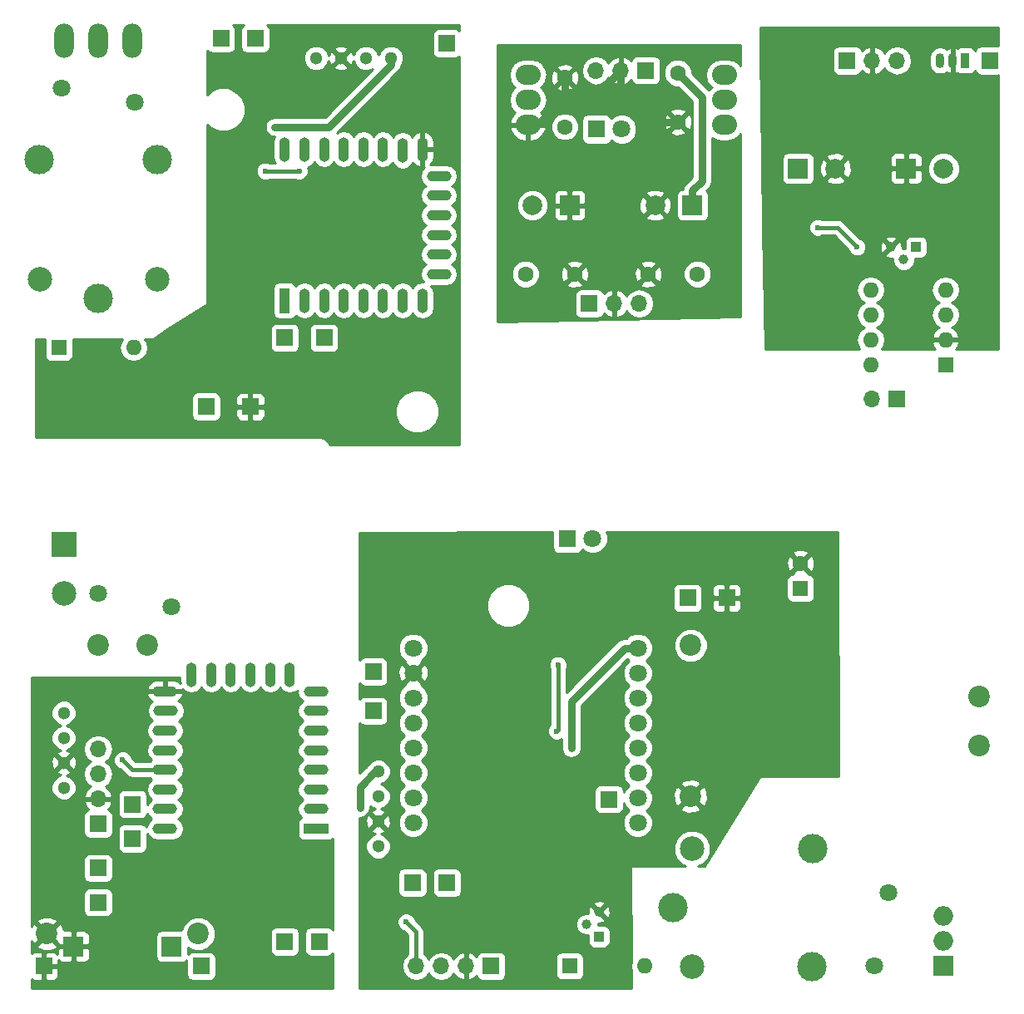
<source format=gbl>
G04 #@! TF.FileFunction,Copper,L2,Bot,Signal*
%FSLAX46Y46*%
G04 Gerber Fmt 4.6, Leading zero omitted, Abs format (unit mm)*
G04 Created by KiCad (PCBNEW 4.0.7) date 03/03/18 20:57:52*
%MOMM*%
%LPD*%
G01*
G04 APERTURE LIST*
%ADD10C,0.100000*%
%ADD11R,1.100000X2.500000*%
%ADD12O,1.100000X2.500000*%
%ADD13O,2.500000X1.100000*%
%ADD14R,1.600000X1.600000*%
%ADD15C,1.600000*%
%ADD16R,2.000000X2.000000*%
%ADD17C,2.000000*%
%ADD18O,1.600000X1.600000*%
%ADD19R,1.800000X1.800000*%
%ADD20C,1.800000*%
%ADD21R,1.700000X1.700000*%
%ADD22O,1.700000X1.700000*%
%ADD23C,2.500000*%
%ADD24C,3.000000*%
%ADD25C,1.000000*%
%ADD26R,1.000000X1.000000*%
%ADD27C,1.300000*%
%ADD28C,2.200000*%
%ADD29R,2.500000X1.100000*%
%ADD30O,0.900000X1.500000*%
%ADD31R,0.900000X1.500000*%
%ADD32O,2.540000X2.032000*%
%ADD33R,1.998980X1.998980*%
%ADD34O,1.998980X1.998980*%
%ADD35O,1.998980X3.500120*%
%ADD36R,2.500000X2.500000*%
%ADD37C,0.600000*%
%ADD38C,0.750000*%
%ADD39C,0.400000*%
%ADD40C,0.254000*%
G04 APERTURE END LIST*
D10*
D11*
X126500000Y-129200000D03*
D12*
X128500000Y-129200000D03*
X130500000Y-129200000D03*
X132500000Y-129200000D03*
X134500000Y-129200000D03*
X136500000Y-129200000D03*
X138500000Y-129200000D03*
X140500000Y-129200000D03*
X140500000Y-113800000D03*
X138500000Y-113900000D03*
X136500000Y-113800000D03*
X134500000Y-113800000D03*
X132500000Y-113800000D03*
X130500000Y-113800000D03*
X128500000Y-113800000D03*
X126500000Y-113800000D03*
D13*
X142200000Y-126510000D03*
X142200000Y-124510000D03*
X142200000Y-122510000D03*
X142200000Y-120510000D03*
X142200000Y-118510000D03*
X142200000Y-116510000D03*
D14*
X179000000Y-158500000D03*
D15*
X179000000Y-156000000D03*
X168500000Y-126500000D03*
X163500000Y-126500000D03*
X156000000Y-126500000D03*
X151000000Y-126500000D03*
D16*
X168000000Y-119500000D03*
D17*
X164200000Y-119500000D03*
D16*
X155500000Y-119500000D03*
D17*
X151700000Y-119500000D03*
D15*
X166500000Y-106000000D03*
X166500000Y-111000000D03*
X155000000Y-106500000D03*
X155000000Y-111500000D03*
D16*
X178750000Y-115750000D03*
D17*
X182550000Y-115750000D03*
D16*
X189750000Y-115750000D03*
D17*
X193550000Y-115750000D03*
D14*
X155500000Y-197000000D03*
D18*
X163120000Y-197000000D03*
D19*
X155300000Y-153450000D03*
D20*
X157840000Y-153450000D03*
D19*
X158250000Y-111750000D03*
D20*
X160790000Y-111750000D03*
D21*
X147500000Y-197000000D03*
D22*
X144960000Y-197000000D03*
X142420000Y-197000000D03*
X139880000Y-197000000D03*
D21*
X157500000Y-129500000D03*
D22*
X160040000Y-129500000D03*
X162580000Y-129500000D03*
D21*
X188750000Y-139250000D03*
D22*
X186210000Y-139250000D03*
D21*
X107500000Y-182500000D03*
D22*
X107500000Y-179960000D03*
X107500000Y-177420000D03*
X107500000Y-174880000D03*
D21*
X163250000Y-105750000D03*
D22*
X160710000Y-105750000D03*
X158170000Y-105750000D03*
D21*
X183750000Y-104750000D03*
D22*
X186290000Y-104750000D03*
X188830000Y-104750000D03*
D23*
X113550000Y-127050000D03*
D24*
X113550000Y-114850000D03*
X101500000Y-114800000D03*
D23*
X101550000Y-127050000D03*
D24*
X107500000Y-129000000D03*
D23*
X167950000Y-197050000D03*
D24*
X180150000Y-197050000D03*
X180200000Y-185000000D03*
D23*
X167950000Y-185050000D03*
D24*
X166000000Y-191000000D03*
D25*
X157230000Y-192730000D03*
X158500000Y-191460000D03*
D26*
X158500000Y-194000000D03*
D25*
X189480000Y-125020000D03*
X188210000Y-123750000D03*
D26*
X190750000Y-123750000D03*
D27*
X137310000Y-104500000D03*
X134770000Y-104500000D03*
X132230000Y-104500000D03*
X129690000Y-104500000D03*
X136000000Y-177190000D03*
X136000000Y-179730000D03*
X136000000Y-182270000D03*
X136000000Y-184810000D03*
X104000000Y-171190000D03*
X104000000Y-173730000D03*
X104000000Y-176270000D03*
X104000000Y-178810000D03*
D20*
X162430000Y-164610000D03*
X139570000Y-164610000D03*
X162430000Y-167150000D03*
X139570000Y-167150000D03*
X162430000Y-169690000D03*
X139570000Y-169690000D03*
X162430000Y-172230000D03*
X139570000Y-172230000D03*
X162430000Y-174770000D03*
X139570000Y-174770000D03*
X162430000Y-177310000D03*
X139570000Y-177310000D03*
X162430000Y-179850000D03*
X139570000Y-179850000D03*
X162430000Y-182390000D03*
X139570000Y-182390000D03*
D28*
X197200000Y-174500000D03*
X197200000Y-169500000D03*
X167800000Y-179700000D03*
X167800000Y-164300000D03*
D14*
X193750000Y-135750000D03*
D18*
X186130000Y-128130000D03*
X193750000Y-133210000D03*
X186130000Y-130670000D03*
X193750000Y-130670000D03*
X186130000Y-133210000D03*
X193750000Y-128130000D03*
X186130000Y-135750000D03*
D29*
X129700000Y-183000000D03*
D13*
X129700000Y-181000000D03*
X129700000Y-179000000D03*
X129700000Y-177000000D03*
X129700000Y-175000000D03*
X129700000Y-173000000D03*
X129700000Y-171000000D03*
X129700000Y-169000000D03*
X114300000Y-169000000D03*
X114400000Y-171000000D03*
X114300000Y-173000000D03*
X114300000Y-175000000D03*
X114300000Y-177000000D03*
X114300000Y-179000000D03*
X114300000Y-181000000D03*
X114300000Y-183000000D03*
D12*
X127010000Y-167300000D03*
X125010000Y-167300000D03*
X123010000Y-167300000D03*
X121010000Y-167300000D03*
X119010000Y-167300000D03*
X117010000Y-167300000D03*
D30*
X194480000Y-104750000D03*
X193210000Y-104750000D03*
D31*
X195750000Y-104750000D03*
D32*
X171250000Y-108750000D03*
X171250000Y-106210000D03*
X171250000Y-111290000D03*
X151250000Y-108750000D03*
X151250000Y-106210000D03*
X151250000Y-111290000D03*
D33*
X115001260Y-195000000D03*
X104998740Y-195000000D03*
D21*
X118000000Y-197000000D03*
X123000000Y-140000000D03*
D28*
X107500000Y-164300000D03*
X112500000Y-164300000D03*
X102300000Y-193700000D03*
X117700000Y-193700000D03*
D21*
X118500000Y-140000000D03*
X102000000Y-197000000D03*
X143000000Y-103000000D03*
X130500000Y-133000000D03*
X167500000Y-159500000D03*
X135500000Y-167000000D03*
X171500000Y-159500000D03*
X135500000Y-171000000D03*
X159500000Y-180000000D03*
X130000000Y-194500000D03*
X126500000Y-194500000D03*
X107500000Y-187000000D03*
X198250000Y-104750000D03*
X107500000Y-190500000D03*
X143000000Y-188500000D03*
X111000000Y-180500000D03*
X139500000Y-188500000D03*
X111000000Y-184000000D03*
D34*
X193500000Y-191920000D03*
D33*
X193500000Y-197000000D03*
D34*
X193500000Y-194460000D03*
D14*
X103500000Y-134000000D03*
D18*
X111120000Y-134000000D03*
D21*
X126500000Y-133000000D03*
X123500000Y-102500000D03*
X120000000Y-102500000D03*
D35*
X107500000Y-102750000D03*
X111000120Y-102750000D03*
X103999880Y-102750000D03*
D20*
X186500000Y-197000000D03*
X187900000Y-189500000D03*
X107500000Y-159000000D03*
X115000000Y-160400000D03*
X111250000Y-109000000D03*
X103750000Y-107600000D03*
D36*
X104000000Y-154000000D03*
D23*
X104000000Y-159000000D03*
D37*
X125500000Y-111500000D03*
X113000000Y-138000000D03*
X134150000Y-180850000D03*
X155650000Y-174800000D03*
X155850000Y-168100000D03*
X154300000Y-166300000D03*
X154150000Y-173050000D03*
X138850000Y-192500000D03*
X110000000Y-176000000D03*
X184750000Y-123750000D03*
X180750000Y-121750000D03*
X128000000Y-116000000D03*
X124500000Y-116000000D03*
D38*
X137310000Y-104500000D02*
X137310000Y-105190000D01*
X131000000Y-111500000D02*
X125500000Y-111500000D01*
X137310000Y-105190000D02*
X131000000Y-111500000D01*
X136000000Y-177190000D02*
X135710000Y-177190000D01*
X135710000Y-177190000D02*
X134150000Y-178750000D01*
X134150000Y-178750000D02*
X134150000Y-180850000D01*
X162430000Y-164610000D02*
X161090000Y-164610000D01*
X161090000Y-164610000D02*
X155650000Y-170050000D01*
X155650000Y-170050000D02*
X155650000Y-174800000D01*
X168000000Y-119500000D02*
X168000000Y-118000000D01*
X169000000Y-108500000D02*
X166500000Y-106000000D01*
X169000000Y-117000000D02*
X169000000Y-108500000D01*
X168000000Y-118000000D02*
X169000000Y-117000000D01*
D39*
X154300000Y-172900000D02*
X154300000Y-166300000D01*
X154150000Y-173050000D02*
X154300000Y-172900000D01*
X139880000Y-193530000D02*
X139880000Y-197000000D01*
X138850000Y-192500000D02*
X139880000Y-193530000D01*
X111000000Y-177000000D02*
X115000000Y-177000000D01*
X110000000Y-176000000D02*
X111000000Y-177000000D01*
X184750000Y-123750000D02*
X182750000Y-121750000D01*
X182750000Y-121750000D02*
X180750000Y-121750000D01*
X128000000Y-116000000D02*
X124500000Y-116000000D01*
D38*
X151250000Y-111290000D02*
X152210000Y-111290000D01*
X152210000Y-111290000D02*
X155500000Y-108000000D01*
X158460000Y-108000000D02*
X160710000Y-105750000D01*
X155500000Y-108000000D02*
X158460000Y-108000000D01*
X166500000Y-111000000D02*
X164000000Y-111000000D01*
X160710000Y-107710000D02*
X160710000Y-105750000D01*
X164000000Y-111000000D02*
X160710000Y-107710000D01*
X152210000Y-111290000D02*
X155000000Y-108500000D01*
X155000000Y-108500000D02*
X155000000Y-106500000D01*
D40*
G36*
X115825000Y-168036929D02*
X115855810Y-168191823D01*
X115570813Y-167953804D01*
X115127000Y-167815000D01*
X114427000Y-167815000D01*
X114427000Y-168873000D01*
X116018361Y-168873000D01*
X116095629Y-168760436D01*
X116172078Y-168874851D01*
X116556520Y-169131726D01*
X117010000Y-169221929D01*
X117463480Y-169131726D01*
X117847922Y-168874851D01*
X118010000Y-168632283D01*
X118172078Y-168874851D01*
X118556520Y-169131726D01*
X119010000Y-169221929D01*
X119463480Y-169131726D01*
X119847922Y-168874851D01*
X120010000Y-168632283D01*
X120172078Y-168874851D01*
X120556520Y-169131726D01*
X121010000Y-169221929D01*
X121463480Y-169131726D01*
X121847922Y-168874851D01*
X122010000Y-168632283D01*
X122172078Y-168874851D01*
X122556520Y-169131726D01*
X123010000Y-169221929D01*
X123463480Y-169131726D01*
X123847922Y-168874851D01*
X124010000Y-168632283D01*
X124172078Y-168874851D01*
X124556520Y-169131726D01*
X125010000Y-169221929D01*
X125463480Y-169131726D01*
X125847922Y-168874851D01*
X126010000Y-168632283D01*
X126172078Y-168874851D01*
X126556520Y-169131726D01*
X127010000Y-169221929D01*
X127463480Y-169131726D01*
X127796074Y-168909495D01*
X127778071Y-169000000D01*
X127868274Y-169453480D01*
X128125149Y-169837922D01*
X128367717Y-170000000D01*
X128125149Y-170162078D01*
X127868274Y-170546520D01*
X127778071Y-171000000D01*
X127868274Y-171453480D01*
X128125149Y-171837922D01*
X128367717Y-172000000D01*
X128125149Y-172162078D01*
X127868274Y-172546520D01*
X127778071Y-173000000D01*
X127868274Y-173453480D01*
X128125149Y-173837922D01*
X128367717Y-174000000D01*
X128125149Y-174162078D01*
X127868274Y-174546520D01*
X127778071Y-175000000D01*
X127868274Y-175453480D01*
X128125149Y-175837922D01*
X128367717Y-176000000D01*
X128125149Y-176162078D01*
X127868274Y-176546520D01*
X127778071Y-177000000D01*
X127868274Y-177453480D01*
X128125149Y-177837922D01*
X128367717Y-178000000D01*
X128125149Y-178162078D01*
X127868274Y-178546520D01*
X127778071Y-179000000D01*
X127868274Y-179453480D01*
X128125149Y-179837922D01*
X128367717Y-180000000D01*
X128125149Y-180162078D01*
X127868274Y-180546520D01*
X127778071Y-181000000D01*
X127868274Y-181453480D01*
X128125149Y-181837922D01*
X128175871Y-181871813D01*
X127998559Y-181985910D01*
X127853569Y-182198110D01*
X127802560Y-182450000D01*
X127802560Y-183550000D01*
X127846838Y-183785317D01*
X127985910Y-184001441D01*
X128198110Y-184146431D01*
X128450000Y-184197440D01*
X130950000Y-184197440D01*
X131185317Y-184153162D01*
X131373000Y-184032391D01*
X131373000Y-193290108D01*
X131314090Y-193198559D01*
X131101890Y-193053569D01*
X130850000Y-193002560D01*
X129150000Y-193002560D01*
X128914683Y-193046838D01*
X128698559Y-193185910D01*
X128553569Y-193398110D01*
X128502560Y-193650000D01*
X128502560Y-195350000D01*
X128546838Y-195585317D01*
X128685910Y-195801441D01*
X128898110Y-195946431D01*
X129150000Y-195997440D01*
X130850000Y-195997440D01*
X131085317Y-195953162D01*
X131301441Y-195814090D01*
X131373000Y-195709360D01*
X131373000Y-199290000D01*
X100710000Y-199290000D01*
X100710000Y-198308025D01*
X100790302Y-198388327D01*
X101023691Y-198485000D01*
X101714250Y-198485000D01*
X101873000Y-198326250D01*
X101873000Y-197127000D01*
X102127000Y-197127000D01*
X102127000Y-198326250D01*
X102285750Y-198485000D01*
X102976309Y-198485000D01*
X103209698Y-198388327D01*
X103388327Y-198209699D01*
X103485000Y-197976310D01*
X103485000Y-197285750D01*
X103326250Y-197127000D01*
X102127000Y-197127000D01*
X101873000Y-197127000D01*
X101853000Y-197127000D01*
X101853000Y-196873000D01*
X101873000Y-196873000D01*
X101873000Y-195673750D01*
X102127000Y-195673750D01*
X102127000Y-196873000D01*
X103326250Y-196873000D01*
X103485000Y-196714250D01*
X103485000Y-196383266D01*
X103639552Y-196537817D01*
X103872941Y-196634490D01*
X104712990Y-196634490D01*
X104871740Y-196475740D01*
X104871740Y-195127000D01*
X105125740Y-195127000D01*
X105125740Y-196475740D01*
X105284490Y-196634490D01*
X106124539Y-196634490D01*
X106357928Y-196537817D01*
X106536557Y-196359189D01*
X106633230Y-196125800D01*
X106633230Y-195285750D01*
X106474480Y-195127000D01*
X105125740Y-195127000D01*
X104871740Y-195127000D01*
X103523000Y-195127000D01*
X103364250Y-195285750D01*
X103364250Y-195766224D01*
X103209698Y-195611673D01*
X102976309Y-195515000D01*
X102285750Y-195515000D01*
X102127000Y-195673750D01*
X101873000Y-195673750D01*
X101714250Y-195515000D01*
X101023691Y-195515000D01*
X100790302Y-195611673D01*
X100710000Y-195691975D01*
X100710000Y-194924868D01*
X101254737Y-194924868D01*
X101365641Y-195202099D01*
X102011593Y-195445323D01*
X102701453Y-195422836D01*
X103234359Y-195202099D01*
X103345263Y-194924868D01*
X102300000Y-193879605D01*
X101254737Y-194924868D01*
X100710000Y-194924868D01*
X100710000Y-194422147D01*
X100797901Y-194634359D01*
X101075132Y-194745263D01*
X102120395Y-193700000D01*
X102479605Y-193700000D01*
X103364250Y-194584645D01*
X103364250Y-194714250D01*
X103523000Y-194873000D01*
X104871740Y-194873000D01*
X104871740Y-193524260D01*
X105125740Y-193524260D01*
X105125740Y-194873000D01*
X106474480Y-194873000D01*
X106633230Y-194714250D01*
X106633230Y-194000510D01*
X113354330Y-194000510D01*
X113354330Y-195999490D01*
X113398608Y-196234807D01*
X113537680Y-196450931D01*
X113749880Y-196595921D01*
X114001770Y-196646930D01*
X116000750Y-196646930D01*
X116236067Y-196602652D01*
X116452191Y-196463580D01*
X116502560Y-196389862D01*
X116502560Y-197850000D01*
X116546838Y-198085317D01*
X116685910Y-198301441D01*
X116898110Y-198446431D01*
X117150000Y-198497440D01*
X118850000Y-198497440D01*
X119085317Y-198453162D01*
X119301441Y-198314090D01*
X119446431Y-198101890D01*
X119497440Y-197850000D01*
X119497440Y-196150000D01*
X119453162Y-195914683D01*
X119314090Y-195698559D01*
X119101890Y-195553569D01*
X118850000Y-195502560D01*
X117150000Y-195502560D01*
X116914683Y-195546838D01*
X116698559Y-195685910D01*
X116648190Y-195759628D01*
X116648190Y-195102158D01*
X116715918Y-195170004D01*
X117353373Y-195434699D01*
X118043599Y-195435301D01*
X118681515Y-195171719D01*
X119170004Y-194684082D01*
X119434699Y-194046627D01*
X119435044Y-193650000D01*
X125002560Y-193650000D01*
X125002560Y-195350000D01*
X125046838Y-195585317D01*
X125185910Y-195801441D01*
X125398110Y-195946431D01*
X125650000Y-195997440D01*
X127350000Y-195997440D01*
X127585317Y-195953162D01*
X127801441Y-195814090D01*
X127946431Y-195601890D01*
X127997440Y-195350000D01*
X127997440Y-193650000D01*
X127953162Y-193414683D01*
X127814090Y-193198559D01*
X127601890Y-193053569D01*
X127350000Y-193002560D01*
X125650000Y-193002560D01*
X125414683Y-193046838D01*
X125198559Y-193185910D01*
X125053569Y-193398110D01*
X125002560Y-193650000D01*
X119435044Y-193650000D01*
X119435301Y-193356401D01*
X119171719Y-192718485D01*
X118684082Y-192229996D01*
X118046627Y-191965301D01*
X117356401Y-191964699D01*
X116718485Y-192228281D01*
X116229996Y-192715918D01*
X115965427Y-193353070D01*
X114001770Y-193353070D01*
X113766453Y-193397348D01*
X113550329Y-193536420D01*
X113405339Y-193748620D01*
X113354330Y-194000510D01*
X106633230Y-194000510D01*
X106633230Y-193874200D01*
X106536557Y-193640811D01*
X106357928Y-193462183D01*
X106124539Y-193365510D01*
X105284490Y-193365510D01*
X105125740Y-193524260D01*
X104871740Y-193524260D01*
X104712990Y-193365510D01*
X104025019Y-193365510D01*
X104022836Y-193298547D01*
X103802099Y-192765641D01*
X103524868Y-192654737D01*
X102479605Y-193700000D01*
X102120395Y-193700000D01*
X101075132Y-192654737D01*
X100797901Y-192765641D01*
X100710000Y-192999088D01*
X100710000Y-192475132D01*
X101254737Y-192475132D01*
X102300000Y-193520395D01*
X103345263Y-192475132D01*
X103234359Y-192197901D01*
X102588407Y-191954677D01*
X101898547Y-191977164D01*
X101365641Y-192197901D01*
X101254737Y-192475132D01*
X100710000Y-192475132D01*
X100710000Y-189650000D01*
X106002560Y-189650000D01*
X106002560Y-191350000D01*
X106046838Y-191585317D01*
X106185910Y-191801441D01*
X106398110Y-191946431D01*
X106650000Y-191997440D01*
X108350000Y-191997440D01*
X108585317Y-191953162D01*
X108801441Y-191814090D01*
X108946431Y-191601890D01*
X108997440Y-191350000D01*
X108997440Y-189650000D01*
X108953162Y-189414683D01*
X108814090Y-189198559D01*
X108601890Y-189053569D01*
X108350000Y-189002560D01*
X106650000Y-189002560D01*
X106414683Y-189046838D01*
X106198559Y-189185910D01*
X106053569Y-189398110D01*
X106002560Y-189650000D01*
X100710000Y-189650000D01*
X100710000Y-186150000D01*
X106002560Y-186150000D01*
X106002560Y-187850000D01*
X106046838Y-188085317D01*
X106185910Y-188301441D01*
X106398110Y-188446431D01*
X106650000Y-188497440D01*
X108350000Y-188497440D01*
X108585317Y-188453162D01*
X108801441Y-188314090D01*
X108946431Y-188101890D01*
X108997440Y-187850000D01*
X108997440Y-186150000D01*
X108953162Y-185914683D01*
X108814090Y-185698559D01*
X108601890Y-185553569D01*
X108350000Y-185502560D01*
X106650000Y-185502560D01*
X106414683Y-185546838D01*
X106198559Y-185685910D01*
X106053569Y-185898110D01*
X106002560Y-186150000D01*
X100710000Y-186150000D01*
X100710000Y-181650000D01*
X106002560Y-181650000D01*
X106002560Y-183350000D01*
X106046838Y-183585317D01*
X106185910Y-183801441D01*
X106398110Y-183946431D01*
X106650000Y-183997440D01*
X108350000Y-183997440D01*
X108585317Y-183953162D01*
X108801441Y-183814090D01*
X108946431Y-183601890D01*
X108997440Y-183350000D01*
X108997440Y-181650000D01*
X108953162Y-181414683D01*
X108814090Y-181198559D01*
X108601890Y-181053569D01*
X108493893Y-181031699D01*
X108771645Y-180726924D01*
X108941476Y-180316890D01*
X108820155Y-180087000D01*
X107627000Y-180087000D01*
X107627000Y-180107000D01*
X107373000Y-180107000D01*
X107373000Y-180087000D01*
X106179845Y-180087000D01*
X106058524Y-180316890D01*
X106228355Y-180726924D01*
X106504501Y-181029937D01*
X106414683Y-181046838D01*
X106198559Y-181185910D01*
X106053569Y-181398110D01*
X106002560Y-181650000D01*
X100710000Y-181650000D01*
X100710000Y-179064481D01*
X102714777Y-179064481D01*
X102909995Y-179536943D01*
X103271155Y-179898735D01*
X103743276Y-180094777D01*
X104254481Y-180095223D01*
X104726943Y-179900005D01*
X105088735Y-179538845D01*
X105284777Y-179066724D01*
X105285223Y-178555519D01*
X105090005Y-178083057D01*
X104728845Y-177721265D01*
X104292800Y-177540203D01*
X104329428Y-177538083D01*
X104663729Y-177399611D01*
X104719410Y-177169016D01*
X104000000Y-176449605D01*
X103280590Y-177169016D01*
X103336271Y-177399611D01*
X103722860Y-177534139D01*
X103273057Y-177719995D01*
X102911265Y-178081155D01*
X102715223Y-178553276D01*
X102714777Y-179064481D01*
X100710000Y-179064481D01*
X100710000Y-176089078D01*
X102702378Y-176089078D01*
X102731917Y-176599428D01*
X102870389Y-176933729D01*
X103100984Y-176989410D01*
X103820395Y-176270000D01*
X104179605Y-176270000D01*
X104899016Y-176989410D01*
X105129611Y-176933729D01*
X105297622Y-176450922D01*
X105268083Y-175940572D01*
X105129611Y-175606271D01*
X104899016Y-175550590D01*
X104179605Y-176270000D01*
X103820395Y-176270000D01*
X103100984Y-175550590D01*
X102870389Y-175606271D01*
X102702378Y-176089078D01*
X100710000Y-176089078D01*
X100710000Y-171444481D01*
X102714777Y-171444481D01*
X102909995Y-171916943D01*
X103271155Y-172278735D01*
X103708182Y-172460205D01*
X103273057Y-172639995D01*
X102911265Y-173001155D01*
X102715223Y-173473276D01*
X102714777Y-173984481D01*
X102909995Y-174456943D01*
X103271155Y-174818735D01*
X103707200Y-174999797D01*
X103670572Y-175001917D01*
X103336271Y-175140389D01*
X103280590Y-175370984D01*
X104000000Y-176090395D01*
X104719410Y-175370984D01*
X104663729Y-175140389D01*
X104277140Y-175005861D01*
X104581744Y-174880000D01*
X105985907Y-174880000D01*
X106098946Y-175448285D01*
X106420853Y-175930054D01*
X106750026Y-176150000D01*
X106420853Y-176369946D01*
X106098946Y-176851715D01*
X105985907Y-177420000D01*
X106098946Y-177988285D01*
X106420853Y-178470054D01*
X106761553Y-178697702D01*
X106618642Y-178764817D01*
X106228355Y-179193076D01*
X106058524Y-179603110D01*
X106179845Y-179833000D01*
X107373000Y-179833000D01*
X107373000Y-179813000D01*
X107627000Y-179813000D01*
X107627000Y-179833000D01*
X108820155Y-179833000D01*
X108941476Y-179603110D01*
X108771645Y-179193076D01*
X108381358Y-178764817D01*
X108238447Y-178697702D01*
X108579147Y-178470054D01*
X108901054Y-177988285D01*
X109014093Y-177420000D01*
X108901054Y-176851715D01*
X108579147Y-176369946D01*
X108302606Y-176185167D01*
X109064838Y-176185167D01*
X109206883Y-176528943D01*
X109469673Y-176792192D01*
X109711910Y-176892778D01*
X110409566Y-177590434D01*
X110680460Y-177771440D01*
X111000000Y-177835000D01*
X112723197Y-177835000D01*
X112725149Y-177837922D01*
X112967717Y-178000000D01*
X112725149Y-178162078D01*
X112468274Y-178546520D01*
X112378071Y-179000000D01*
X112468274Y-179453480D01*
X112725149Y-179837922D01*
X112967717Y-180000000D01*
X112725149Y-180162078D01*
X112497440Y-180502870D01*
X112497440Y-179650000D01*
X112453162Y-179414683D01*
X112314090Y-179198559D01*
X112101890Y-179053569D01*
X111850000Y-179002560D01*
X110150000Y-179002560D01*
X109914683Y-179046838D01*
X109698559Y-179185910D01*
X109553569Y-179398110D01*
X109502560Y-179650000D01*
X109502560Y-181350000D01*
X109546838Y-181585317D01*
X109685910Y-181801441D01*
X109898110Y-181946431D01*
X110150000Y-181997440D01*
X111850000Y-181997440D01*
X112085317Y-181953162D01*
X112301441Y-181814090D01*
X112446431Y-181601890D01*
X112474575Y-181462910D01*
X112725149Y-181837922D01*
X112967717Y-182000000D01*
X112725149Y-182162078D01*
X112468274Y-182546520D01*
X112408765Y-182845689D01*
X112314090Y-182698559D01*
X112101890Y-182553569D01*
X111850000Y-182502560D01*
X110150000Y-182502560D01*
X109914683Y-182546838D01*
X109698559Y-182685910D01*
X109553569Y-182898110D01*
X109502560Y-183150000D01*
X109502560Y-184850000D01*
X109546838Y-185085317D01*
X109685910Y-185301441D01*
X109898110Y-185446431D01*
X110150000Y-185497440D01*
X111850000Y-185497440D01*
X112085317Y-185453162D01*
X112301441Y-185314090D01*
X112446431Y-185101890D01*
X112497440Y-184850000D01*
X112497440Y-183497130D01*
X112725149Y-183837922D01*
X113109591Y-184094797D01*
X113563071Y-184185000D01*
X115036929Y-184185000D01*
X115490409Y-184094797D01*
X115874851Y-183837922D01*
X116131726Y-183453480D01*
X116221929Y-183000000D01*
X116131726Y-182546520D01*
X115874851Y-182162078D01*
X115632283Y-182000000D01*
X115874851Y-181837922D01*
X116131726Y-181453480D01*
X116221929Y-181000000D01*
X116131726Y-180546520D01*
X115874851Y-180162078D01*
X115632283Y-180000000D01*
X115874851Y-179837922D01*
X116131726Y-179453480D01*
X116221929Y-179000000D01*
X116131726Y-178546520D01*
X115874851Y-178162078D01*
X115632283Y-178000000D01*
X115874851Y-177837922D01*
X116131726Y-177453480D01*
X116221929Y-177000000D01*
X116131726Y-176546520D01*
X115874851Y-176162078D01*
X115632283Y-176000000D01*
X115874851Y-175837922D01*
X116131726Y-175453480D01*
X116221929Y-175000000D01*
X116131726Y-174546520D01*
X115874851Y-174162078D01*
X115632283Y-174000000D01*
X115874851Y-173837922D01*
X116131726Y-173453480D01*
X116221929Y-173000000D01*
X116131726Y-172546520D01*
X115874851Y-172162078D01*
X115682283Y-172033409D01*
X115974851Y-171837922D01*
X116231726Y-171453480D01*
X116321929Y-171000000D01*
X116231726Y-170546520D01*
X115974851Y-170162078D01*
X115673309Y-169960595D01*
X115927724Y-169748118D01*
X116143398Y-169336146D01*
X116143803Y-169309744D01*
X116018361Y-169127000D01*
X114427000Y-169127000D01*
X114427000Y-169147000D01*
X114173000Y-169147000D01*
X114173000Y-169127000D01*
X112581639Y-169127000D01*
X112456197Y-169309744D01*
X112456602Y-169336146D01*
X112672276Y-169748118D01*
X113015583Y-170034835D01*
X112825149Y-170162078D01*
X112568274Y-170546520D01*
X112478071Y-171000000D01*
X112568274Y-171453480D01*
X112825149Y-171837922D01*
X113017717Y-171966591D01*
X112725149Y-172162078D01*
X112468274Y-172546520D01*
X112378071Y-173000000D01*
X112468274Y-173453480D01*
X112725149Y-173837922D01*
X112967717Y-174000000D01*
X112725149Y-174162078D01*
X112468274Y-174546520D01*
X112378071Y-175000000D01*
X112468274Y-175453480D01*
X112725149Y-175837922D01*
X112967717Y-176000000D01*
X112725149Y-176162078D01*
X112723197Y-176165000D01*
X111345868Y-176165000D01*
X110892535Y-175711667D01*
X110793117Y-175471057D01*
X110530327Y-175207808D01*
X110186799Y-175065162D01*
X109814833Y-175064838D01*
X109471057Y-175206883D01*
X109207808Y-175469673D01*
X109065162Y-175813201D01*
X109064838Y-176185167D01*
X108302606Y-176185167D01*
X108249974Y-176150000D01*
X108579147Y-175930054D01*
X108901054Y-175448285D01*
X109014093Y-174880000D01*
X108901054Y-174311715D01*
X108579147Y-173829946D01*
X108097378Y-173508039D01*
X107529093Y-173395000D01*
X107470907Y-173395000D01*
X106902622Y-173508039D01*
X106420853Y-173829946D01*
X106098946Y-174311715D01*
X105985907Y-174880000D01*
X104581744Y-174880000D01*
X104726943Y-174820005D01*
X105088735Y-174458845D01*
X105284777Y-173986724D01*
X105285223Y-173475519D01*
X105090005Y-173003057D01*
X104728845Y-172641265D01*
X104291818Y-172459795D01*
X104726943Y-172280005D01*
X105088735Y-171918845D01*
X105284777Y-171446724D01*
X105285223Y-170935519D01*
X105090005Y-170463057D01*
X104728845Y-170101265D01*
X104256724Y-169905223D01*
X103745519Y-169904777D01*
X103273057Y-170099995D01*
X102911265Y-170461155D01*
X102715223Y-170933276D01*
X102714777Y-171444481D01*
X100710000Y-171444481D01*
X100710000Y-168690256D01*
X112456197Y-168690256D01*
X112581639Y-168873000D01*
X114173000Y-168873000D01*
X114173000Y-167815000D01*
X113473000Y-167815000D01*
X113029187Y-167953804D01*
X112672276Y-168251882D01*
X112456602Y-168663854D01*
X112456197Y-168690256D01*
X100710000Y-168690256D01*
X100710000Y-167627000D01*
X115825000Y-167627000D01*
X115825000Y-168036929D01*
X115825000Y-168036929D01*
G37*
X115825000Y-168036929D02*
X115855810Y-168191823D01*
X115570813Y-167953804D01*
X115127000Y-167815000D01*
X114427000Y-167815000D01*
X114427000Y-168873000D01*
X116018361Y-168873000D01*
X116095629Y-168760436D01*
X116172078Y-168874851D01*
X116556520Y-169131726D01*
X117010000Y-169221929D01*
X117463480Y-169131726D01*
X117847922Y-168874851D01*
X118010000Y-168632283D01*
X118172078Y-168874851D01*
X118556520Y-169131726D01*
X119010000Y-169221929D01*
X119463480Y-169131726D01*
X119847922Y-168874851D01*
X120010000Y-168632283D01*
X120172078Y-168874851D01*
X120556520Y-169131726D01*
X121010000Y-169221929D01*
X121463480Y-169131726D01*
X121847922Y-168874851D01*
X122010000Y-168632283D01*
X122172078Y-168874851D01*
X122556520Y-169131726D01*
X123010000Y-169221929D01*
X123463480Y-169131726D01*
X123847922Y-168874851D01*
X124010000Y-168632283D01*
X124172078Y-168874851D01*
X124556520Y-169131726D01*
X125010000Y-169221929D01*
X125463480Y-169131726D01*
X125847922Y-168874851D01*
X126010000Y-168632283D01*
X126172078Y-168874851D01*
X126556520Y-169131726D01*
X127010000Y-169221929D01*
X127463480Y-169131726D01*
X127796074Y-168909495D01*
X127778071Y-169000000D01*
X127868274Y-169453480D01*
X128125149Y-169837922D01*
X128367717Y-170000000D01*
X128125149Y-170162078D01*
X127868274Y-170546520D01*
X127778071Y-171000000D01*
X127868274Y-171453480D01*
X128125149Y-171837922D01*
X128367717Y-172000000D01*
X128125149Y-172162078D01*
X127868274Y-172546520D01*
X127778071Y-173000000D01*
X127868274Y-173453480D01*
X128125149Y-173837922D01*
X128367717Y-174000000D01*
X128125149Y-174162078D01*
X127868274Y-174546520D01*
X127778071Y-175000000D01*
X127868274Y-175453480D01*
X128125149Y-175837922D01*
X128367717Y-176000000D01*
X128125149Y-176162078D01*
X127868274Y-176546520D01*
X127778071Y-177000000D01*
X127868274Y-177453480D01*
X128125149Y-177837922D01*
X128367717Y-178000000D01*
X128125149Y-178162078D01*
X127868274Y-178546520D01*
X127778071Y-179000000D01*
X127868274Y-179453480D01*
X128125149Y-179837922D01*
X128367717Y-180000000D01*
X128125149Y-180162078D01*
X127868274Y-180546520D01*
X127778071Y-181000000D01*
X127868274Y-181453480D01*
X128125149Y-181837922D01*
X128175871Y-181871813D01*
X127998559Y-181985910D01*
X127853569Y-182198110D01*
X127802560Y-182450000D01*
X127802560Y-183550000D01*
X127846838Y-183785317D01*
X127985910Y-184001441D01*
X128198110Y-184146431D01*
X128450000Y-184197440D01*
X130950000Y-184197440D01*
X131185317Y-184153162D01*
X131373000Y-184032391D01*
X131373000Y-193290108D01*
X131314090Y-193198559D01*
X131101890Y-193053569D01*
X130850000Y-193002560D01*
X129150000Y-193002560D01*
X128914683Y-193046838D01*
X128698559Y-193185910D01*
X128553569Y-193398110D01*
X128502560Y-193650000D01*
X128502560Y-195350000D01*
X128546838Y-195585317D01*
X128685910Y-195801441D01*
X128898110Y-195946431D01*
X129150000Y-195997440D01*
X130850000Y-195997440D01*
X131085317Y-195953162D01*
X131301441Y-195814090D01*
X131373000Y-195709360D01*
X131373000Y-199290000D01*
X100710000Y-199290000D01*
X100710000Y-198308025D01*
X100790302Y-198388327D01*
X101023691Y-198485000D01*
X101714250Y-198485000D01*
X101873000Y-198326250D01*
X101873000Y-197127000D01*
X102127000Y-197127000D01*
X102127000Y-198326250D01*
X102285750Y-198485000D01*
X102976309Y-198485000D01*
X103209698Y-198388327D01*
X103388327Y-198209699D01*
X103485000Y-197976310D01*
X103485000Y-197285750D01*
X103326250Y-197127000D01*
X102127000Y-197127000D01*
X101873000Y-197127000D01*
X101853000Y-197127000D01*
X101853000Y-196873000D01*
X101873000Y-196873000D01*
X101873000Y-195673750D01*
X102127000Y-195673750D01*
X102127000Y-196873000D01*
X103326250Y-196873000D01*
X103485000Y-196714250D01*
X103485000Y-196383266D01*
X103639552Y-196537817D01*
X103872941Y-196634490D01*
X104712990Y-196634490D01*
X104871740Y-196475740D01*
X104871740Y-195127000D01*
X105125740Y-195127000D01*
X105125740Y-196475740D01*
X105284490Y-196634490D01*
X106124539Y-196634490D01*
X106357928Y-196537817D01*
X106536557Y-196359189D01*
X106633230Y-196125800D01*
X106633230Y-195285750D01*
X106474480Y-195127000D01*
X105125740Y-195127000D01*
X104871740Y-195127000D01*
X103523000Y-195127000D01*
X103364250Y-195285750D01*
X103364250Y-195766224D01*
X103209698Y-195611673D01*
X102976309Y-195515000D01*
X102285750Y-195515000D01*
X102127000Y-195673750D01*
X101873000Y-195673750D01*
X101714250Y-195515000D01*
X101023691Y-195515000D01*
X100790302Y-195611673D01*
X100710000Y-195691975D01*
X100710000Y-194924868D01*
X101254737Y-194924868D01*
X101365641Y-195202099D01*
X102011593Y-195445323D01*
X102701453Y-195422836D01*
X103234359Y-195202099D01*
X103345263Y-194924868D01*
X102300000Y-193879605D01*
X101254737Y-194924868D01*
X100710000Y-194924868D01*
X100710000Y-194422147D01*
X100797901Y-194634359D01*
X101075132Y-194745263D01*
X102120395Y-193700000D01*
X102479605Y-193700000D01*
X103364250Y-194584645D01*
X103364250Y-194714250D01*
X103523000Y-194873000D01*
X104871740Y-194873000D01*
X104871740Y-193524260D01*
X105125740Y-193524260D01*
X105125740Y-194873000D01*
X106474480Y-194873000D01*
X106633230Y-194714250D01*
X106633230Y-194000510D01*
X113354330Y-194000510D01*
X113354330Y-195999490D01*
X113398608Y-196234807D01*
X113537680Y-196450931D01*
X113749880Y-196595921D01*
X114001770Y-196646930D01*
X116000750Y-196646930D01*
X116236067Y-196602652D01*
X116452191Y-196463580D01*
X116502560Y-196389862D01*
X116502560Y-197850000D01*
X116546838Y-198085317D01*
X116685910Y-198301441D01*
X116898110Y-198446431D01*
X117150000Y-198497440D01*
X118850000Y-198497440D01*
X119085317Y-198453162D01*
X119301441Y-198314090D01*
X119446431Y-198101890D01*
X119497440Y-197850000D01*
X119497440Y-196150000D01*
X119453162Y-195914683D01*
X119314090Y-195698559D01*
X119101890Y-195553569D01*
X118850000Y-195502560D01*
X117150000Y-195502560D01*
X116914683Y-195546838D01*
X116698559Y-195685910D01*
X116648190Y-195759628D01*
X116648190Y-195102158D01*
X116715918Y-195170004D01*
X117353373Y-195434699D01*
X118043599Y-195435301D01*
X118681515Y-195171719D01*
X119170004Y-194684082D01*
X119434699Y-194046627D01*
X119435044Y-193650000D01*
X125002560Y-193650000D01*
X125002560Y-195350000D01*
X125046838Y-195585317D01*
X125185910Y-195801441D01*
X125398110Y-195946431D01*
X125650000Y-195997440D01*
X127350000Y-195997440D01*
X127585317Y-195953162D01*
X127801441Y-195814090D01*
X127946431Y-195601890D01*
X127997440Y-195350000D01*
X127997440Y-193650000D01*
X127953162Y-193414683D01*
X127814090Y-193198559D01*
X127601890Y-193053569D01*
X127350000Y-193002560D01*
X125650000Y-193002560D01*
X125414683Y-193046838D01*
X125198559Y-193185910D01*
X125053569Y-193398110D01*
X125002560Y-193650000D01*
X119435044Y-193650000D01*
X119435301Y-193356401D01*
X119171719Y-192718485D01*
X118684082Y-192229996D01*
X118046627Y-191965301D01*
X117356401Y-191964699D01*
X116718485Y-192228281D01*
X116229996Y-192715918D01*
X115965427Y-193353070D01*
X114001770Y-193353070D01*
X113766453Y-193397348D01*
X113550329Y-193536420D01*
X113405339Y-193748620D01*
X113354330Y-194000510D01*
X106633230Y-194000510D01*
X106633230Y-193874200D01*
X106536557Y-193640811D01*
X106357928Y-193462183D01*
X106124539Y-193365510D01*
X105284490Y-193365510D01*
X105125740Y-193524260D01*
X104871740Y-193524260D01*
X104712990Y-193365510D01*
X104025019Y-193365510D01*
X104022836Y-193298547D01*
X103802099Y-192765641D01*
X103524868Y-192654737D01*
X102479605Y-193700000D01*
X102120395Y-193700000D01*
X101075132Y-192654737D01*
X100797901Y-192765641D01*
X100710000Y-192999088D01*
X100710000Y-192475132D01*
X101254737Y-192475132D01*
X102300000Y-193520395D01*
X103345263Y-192475132D01*
X103234359Y-192197901D01*
X102588407Y-191954677D01*
X101898547Y-191977164D01*
X101365641Y-192197901D01*
X101254737Y-192475132D01*
X100710000Y-192475132D01*
X100710000Y-189650000D01*
X106002560Y-189650000D01*
X106002560Y-191350000D01*
X106046838Y-191585317D01*
X106185910Y-191801441D01*
X106398110Y-191946431D01*
X106650000Y-191997440D01*
X108350000Y-191997440D01*
X108585317Y-191953162D01*
X108801441Y-191814090D01*
X108946431Y-191601890D01*
X108997440Y-191350000D01*
X108997440Y-189650000D01*
X108953162Y-189414683D01*
X108814090Y-189198559D01*
X108601890Y-189053569D01*
X108350000Y-189002560D01*
X106650000Y-189002560D01*
X106414683Y-189046838D01*
X106198559Y-189185910D01*
X106053569Y-189398110D01*
X106002560Y-189650000D01*
X100710000Y-189650000D01*
X100710000Y-186150000D01*
X106002560Y-186150000D01*
X106002560Y-187850000D01*
X106046838Y-188085317D01*
X106185910Y-188301441D01*
X106398110Y-188446431D01*
X106650000Y-188497440D01*
X108350000Y-188497440D01*
X108585317Y-188453162D01*
X108801441Y-188314090D01*
X108946431Y-188101890D01*
X108997440Y-187850000D01*
X108997440Y-186150000D01*
X108953162Y-185914683D01*
X108814090Y-185698559D01*
X108601890Y-185553569D01*
X108350000Y-185502560D01*
X106650000Y-185502560D01*
X106414683Y-185546838D01*
X106198559Y-185685910D01*
X106053569Y-185898110D01*
X106002560Y-186150000D01*
X100710000Y-186150000D01*
X100710000Y-181650000D01*
X106002560Y-181650000D01*
X106002560Y-183350000D01*
X106046838Y-183585317D01*
X106185910Y-183801441D01*
X106398110Y-183946431D01*
X106650000Y-183997440D01*
X108350000Y-183997440D01*
X108585317Y-183953162D01*
X108801441Y-183814090D01*
X108946431Y-183601890D01*
X108997440Y-183350000D01*
X108997440Y-181650000D01*
X108953162Y-181414683D01*
X108814090Y-181198559D01*
X108601890Y-181053569D01*
X108493893Y-181031699D01*
X108771645Y-180726924D01*
X108941476Y-180316890D01*
X108820155Y-180087000D01*
X107627000Y-180087000D01*
X107627000Y-180107000D01*
X107373000Y-180107000D01*
X107373000Y-180087000D01*
X106179845Y-180087000D01*
X106058524Y-180316890D01*
X106228355Y-180726924D01*
X106504501Y-181029937D01*
X106414683Y-181046838D01*
X106198559Y-181185910D01*
X106053569Y-181398110D01*
X106002560Y-181650000D01*
X100710000Y-181650000D01*
X100710000Y-179064481D01*
X102714777Y-179064481D01*
X102909995Y-179536943D01*
X103271155Y-179898735D01*
X103743276Y-180094777D01*
X104254481Y-180095223D01*
X104726943Y-179900005D01*
X105088735Y-179538845D01*
X105284777Y-179066724D01*
X105285223Y-178555519D01*
X105090005Y-178083057D01*
X104728845Y-177721265D01*
X104292800Y-177540203D01*
X104329428Y-177538083D01*
X104663729Y-177399611D01*
X104719410Y-177169016D01*
X104000000Y-176449605D01*
X103280590Y-177169016D01*
X103336271Y-177399611D01*
X103722860Y-177534139D01*
X103273057Y-177719995D01*
X102911265Y-178081155D01*
X102715223Y-178553276D01*
X102714777Y-179064481D01*
X100710000Y-179064481D01*
X100710000Y-176089078D01*
X102702378Y-176089078D01*
X102731917Y-176599428D01*
X102870389Y-176933729D01*
X103100984Y-176989410D01*
X103820395Y-176270000D01*
X104179605Y-176270000D01*
X104899016Y-176989410D01*
X105129611Y-176933729D01*
X105297622Y-176450922D01*
X105268083Y-175940572D01*
X105129611Y-175606271D01*
X104899016Y-175550590D01*
X104179605Y-176270000D01*
X103820395Y-176270000D01*
X103100984Y-175550590D01*
X102870389Y-175606271D01*
X102702378Y-176089078D01*
X100710000Y-176089078D01*
X100710000Y-171444481D01*
X102714777Y-171444481D01*
X102909995Y-171916943D01*
X103271155Y-172278735D01*
X103708182Y-172460205D01*
X103273057Y-172639995D01*
X102911265Y-173001155D01*
X102715223Y-173473276D01*
X102714777Y-173984481D01*
X102909995Y-174456943D01*
X103271155Y-174818735D01*
X103707200Y-174999797D01*
X103670572Y-175001917D01*
X103336271Y-175140389D01*
X103280590Y-175370984D01*
X104000000Y-176090395D01*
X104719410Y-175370984D01*
X104663729Y-175140389D01*
X104277140Y-175005861D01*
X104581744Y-174880000D01*
X105985907Y-174880000D01*
X106098946Y-175448285D01*
X106420853Y-175930054D01*
X106750026Y-176150000D01*
X106420853Y-176369946D01*
X106098946Y-176851715D01*
X105985907Y-177420000D01*
X106098946Y-177988285D01*
X106420853Y-178470054D01*
X106761553Y-178697702D01*
X106618642Y-178764817D01*
X106228355Y-179193076D01*
X106058524Y-179603110D01*
X106179845Y-179833000D01*
X107373000Y-179833000D01*
X107373000Y-179813000D01*
X107627000Y-179813000D01*
X107627000Y-179833000D01*
X108820155Y-179833000D01*
X108941476Y-179603110D01*
X108771645Y-179193076D01*
X108381358Y-178764817D01*
X108238447Y-178697702D01*
X108579147Y-178470054D01*
X108901054Y-177988285D01*
X109014093Y-177420000D01*
X108901054Y-176851715D01*
X108579147Y-176369946D01*
X108302606Y-176185167D01*
X109064838Y-176185167D01*
X109206883Y-176528943D01*
X109469673Y-176792192D01*
X109711910Y-176892778D01*
X110409566Y-177590434D01*
X110680460Y-177771440D01*
X111000000Y-177835000D01*
X112723197Y-177835000D01*
X112725149Y-177837922D01*
X112967717Y-178000000D01*
X112725149Y-178162078D01*
X112468274Y-178546520D01*
X112378071Y-179000000D01*
X112468274Y-179453480D01*
X112725149Y-179837922D01*
X112967717Y-180000000D01*
X112725149Y-180162078D01*
X112497440Y-180502870D01*
X112497440Y-179650000D01*
X112453162Y-179414683D01*
X112314090Y-179198559D01*
X112101890Y-179053569D01*
X111850000Y-179002560D01*
X110150000Y-179002560D01*
X109914683Y-179046838D01*
X109698559Y-179185910D01*
X109553569Y-179398110D01*
X109502560Y-179650000D01*
X109502560Y-181350000D01*
X109546838Y-181585317D01*
X109685910Y-181801441D01*
X109898110Y-181946431D01*
X110150000Y-181997440D01*
X111850000Y-181997440D01*
X112085317Y-181953162D01*
X112301441Y-181814090D01*
X112446431Y-181601890D01*
X112474575Y-181462910D01*
X112725149Y-181837922D01*
X112967717Y-182000000D01*
X112725149Y-182162078D01*
X112468274Y-182546520D01*
X112408765Y-182845689D01*
X112314090Y-182698559D01*
X112101890Y-182553569D01*
X111850000Y-182502560D01*
X110150000Y-182502560D01*
X109914683Y-182546838D01*
X109698559Y-182685910D01*
X109553569Y-182898110D01*
X109502560Y-183150000D01*
X109502560Y-184850000D01*
X109546838Y-185085317D01*
X109685910Y-185301441D01*
X109898110Y-185446431D01*
X110150000Y-185497440D01*
X111850000Y-185497440D01*
X112085317Y-185453162D01*
X112301441Y-185314090D01*
X112446431Y-185101890D01*
X112497440Y-184850000D01*
X112497440Y-183497130D01*
X112725149Y-183837922D01*
X113109591Y-184094797D01*
X113563071Y-184185000D01*
X115036929Y-184185000D01*
X115490409Y-184094797D01*
X115874851Y-183837922D01*
X116131726Y-183453480D01*
X116221929Y-183000000D01*
X116131726Y-182546520D01*
X115874851Y-182162078D01*
X115632283Y-182000000D01*
X115874851Y-181837922D01*
X116131726Y-181453480D01*
X116221929Y-181000000D01*
X116131726Y-180546520D01*
X115874851Y-180162078D01*
X115632283Y-180000000D01*
X115874851Y-179837922D01*
X116131726Y-179453480D01*
X116221929Y-179000000D01*
X116131726Y-178546520D01*
X115874851Y-178162078D01*
X115632283Y-178000000D01*
X115874851Y-177837922D01*
X116131726Y-177453480D01*
X116221929Y-177000000D01*
X116131726Y-176546520D01*
X115874851Y-176162078D01*
X115632283Y-176000000D01*
X115874851Y-175837922D01*
X116131726Y-175453480D01*
X116221929Y-175000000D01*
X116131726Y-174546520D01*
X115874851Y-174162078D01*
X115632283Y-174000000D01*
X115874851Y-173837922D01*
X116131726Y-173453480D01*
X116221929Y-173000000D01*
X116131726Y-172546520D01*
X115874851Y-172162078D01*
X115682283Y-172033409D01*
X115974851Y-171837922D01*
X116231726Y-171453480D01*
X116321929Y-171000000D01*
X116231726Y-170546520D01*
X115974851Y-170162078D01*
X115673309Y-169960595D01*
X115927724Y-169748118D01*
X116143398Y-169336146D01*
X116143803Y-169309744D01*
X116018361Y-169127000D01*
X114427000Y-169127000D01*
X114427000Y-169147000D01*
X114173000Y-169147000D01*
X114173000Y-169127000D01*
X112581639Y-169127000D01*
X112456197Y-169309744D01*
X112456602Y-169336146D01*
X112672276Y-169748118D01*
X113015583Y-170034835D01*
X112825149Y-170162078D01*
X112568274Y-170546520D01*
X112478071Y-171000000D01*
X112568274Y-171453480D01*
X112825149Y-171837922D01*
X113017717Y-171966591D01*
X112725149Y-172162078D01*
X112468274Y-172546520D01*
X112378071Y-173000000D01*
X112468274Y-173453480D01*
X112725149Y-173837922D01*
X112967717Y-174000000D01*
X112725149Y-174162078D01*
X112468274Y-174546520D01*
X112378071Y-175000000D01*
X112468274Y-175453480D01*
X112725149Y-175837922D01*
X112967717Y-176000000D01*
X112725149Y-176162078D01*
X112723197Y-176165000D01*
X111345868Y-176165000D01*
X110892535Y-175711667D01*
X110793117Y-175471057D01*
X110530327Y-175207808D01*
X110186799Y-175065162D01*
X109814833Y-175064838D01*
X109471057Y-175206883D01*
X109207808Y-175469673D01*
X109065162Y-175813201D01*
X109064838Y-176185167D01*
X108302606Y-176185167D01*
X108249974Y-176150000D01*
X108579147Y-175930054D01*
X108901054Y-175448285D01*
X109014093Y-174880000D01*
X108901054Y-174311715D01*
X108579147Y-173829946D01*
X108097378Y-173508039D01*
X107529093Y-173395000D01*
X107470907Y-173395000D01*
X106902622Y-173508039D01*
X106420853Y-173829946D01*
X106098946Y-174311715D01*
X105985907Y-174880000D01*
X104581744Y-174880000D01*
X104726943Y-174820005D01*
X105088735Y-174458845D01*
X105284777Y-173986724D01*
X105285223Y-173475519D01*
X105090005Y-173003057D01*
X104728845Y-172641265D01*
X104291818Y-172459795D01*
X104726943Y-172280005D01*
X105088735Y-171918845D01*
X105284777Y-171446724D01*
X105285223Y-170935519D01*
X105090005Y-170463057D01*
X104728845Y-170101265D01*
X104256724Y-169905223D01*
X103745519Y-169904777D01*
X103273057Y-170099995D01*
X102911265Y-170461155D01*
X102715223Y-170933276D01*
X102714777Y-171444481D01*
X100710000Y-171444481D01*
X100710000Y-168690256D01*
X112456197Y-168690256D01*
X112581639Y-168873000D01*
X114173000Y-168873000D01*
X114173000Y-167815000D01*
X113473000Y-167815000D01*
X113029187Y-167953804D01*
X112672276Y-168251882D01*
X112456602Y-168663854D01*
X112456197Y-168690256D01*
X100710000Y-168690256D01*
X100710000Y-167627000D01*
X115825000Y-167627000D01*
X115825000Y-168036929D01*
G36*
X182872494Y-177673000D02*
X174900000Y-177673000D01*
X174850590Y-177683006D01*
X174808965Y-177711447D01*
X174791677Y-177733704D01*
X169228829Y-186823000D01*
X168595155Y-186823000D01*
X169016372Y-186648957D01*
X169547093Y-186119161D01*
X169834672Y-185426595D01*
X169835326Y-184676695D01*
X169548957Y-183983628D01*
X169019161Y-183452907D01*
X168326595Y-183165328D01*
X167576695Y-183164674D01*
X166883628Y-183451043D01*
X166352907Y-183980839D01*
X166065328Y-184673405D01*
X166064674Y-185423305D01*
X166351043Y-186116372D01*
X166880839Y-186647093D01*
X167304469Y-186823000D01*
X161850000Y-186823000D01*
X161800590Y-186833006D01*
X161758965Y-186861447D01*
X161731685Y-186903841D01*
X161723001Y-186950487D01*
X161759528Y-196483989D01*
X161656887Y-197000000D01*
X161763560Y-197536280D01*
X161770279Y-199290000D01*
X134135000Y-199290000D01*
X134135000Y-192685167D01*
X137914838Y-192685167D01*
X138056883Y-193028943D01*
X138319673Y-193292192D01*
X138561910Y-193392778D01*
X139045000Y-193875868D01*
X139045000Y-195777159D01*
X138829946Y-195920853D01*
X138508039Y-196402622D01*
X138395000Y-196970907D01*
X138395000Y-197029093D01*
X138508039Y-197597378D01*
X138829946Y-198079147D01*
X139311715Y-198401054D01*
X139880000Y-198514093D01*
X140448285Y-198401054D01*
X140930054Y-198079147D01*
X141150000Y-197749974D01*
X141369946Y-198079147D01*
X141851715Y-198401054D01*
X142420000Y-198514093D01*
X142988285Y-198401054D01*
X143470054Y-198079147D01*
X143697702Y-197738447D01*
X143764817Y-197881358D01*
X144193076Y-198271645D01*
X144603110Y-198441476D01*
X144833000Y-198320155D01*
X144833000Y-197127000D01*
X144813000Y-197127000D01*
X144813000Y-196873000D01*
X144833000Y-196873000D01*
X144833000Y-195679845D01*
X145087000Y-195679845D01*
X145087000Y-196873000D01*
X145107000Y-196873000D01*
X145107000Y-197127000D01*
X145087000Y-197127000D01*
X145087000Y-198320155D01*
X145316890Y-198441476D01*
X145726924Y-198271645D01*
X146029937Y-197995499D01*
X146046838Y-198085317D01*
X146185910Y-198301441D01*
X146398110Y-198446431D01*
X146650000Y-198497440D01*
X148350000Y-198497440D01*
X148585317Y-198453162D01*
X148801441Y-198314090D01*
X148946431Y-198101890D01*
X148997440Y-197850000D01*
X148997440Y-196200000D01*
X154052560Y-196200000D01*
X154052560Y-197800000D01*
X154096838Y-198035317D01*
X154235910Y-198251441D01*
X154448110Y-198396431D01*
X154700000Y-198447440D01*
X156300000Y-198447440D01*
X156535317Y-198403162D01*
X156751441Y-198264090D01*
X156896431Y-198051890D01*
X156947440Y-197800000D01*
X156947440Y-196200000D01*
X156903162Y-195964683D01*
X156764090Y-195748559D01*
X156551890Y-195603569D01*
X156300000Y-195552560D01*
X154700000Y-195552560D01*
X154464683Y-195596838D01*
X154248559Y-195735910D01*
X154103569Y-195948110D01*
X154052560Y-196200000D01*
X148997440Y-196200000D01*
X148997440Y-196150000D01*
X148953162Y-195914683D01*
X148814090Y-195698559D01*
X148601890Y-195553569D01*
X148350000Y-195502560D01*
X146650000Y-195502560D01*
X146414683Y-195546838D01*
X146198559Y-195685910D01*
X146053569Y-195898110D01*
X146031699Y-196006107D01*
X145726924Y-195728355D01*
X145316890Y-195558524D01*
X145087000Y-195679845D01*
X144833000Y-195679845D01*
X144603110Y-195558524D01*
X144193076Y-195728355D01*
X143764817Y-196118642D01*
X143697702Y-196261553D01*
X143470054Y-195920853D01*
X142988285Y-195598946D01*
X142420000Y-195485907D01*
X141851715Y-195598946D01*
X141369946Y-195920853D01*
X141150000Y-196250026D01*
X140930054Y-195920853D01*
X140715000Y-195777159D01*
X140715000Y-193530000D01*
X140651439Y-193210459D01*
X140480597Y-192954775D01*
X156094803Y-192954775D01*
X156267233Y-193372086D01*
X156586235Y-193691645D01*
X157003244Y-193864803D01*
X157352560Y-193865108D01*
X157352560Y-194500000D01*
X157396838Y-194735317D01*
X157535910Y-194951441D01*
X157748110Y-195096431D01*
X158000000Y-195147440D01*
X159000000Y-195147440D01*
X159235317Y-195103162D01*
X159451441Y-194964090D01*
X159596431Y-194751890D01*
X159647440Y-194500000D01*
X159647440Y-193500000D01*
X159603162Y-193264683D01*
X159464090Y-193048559D01*
X159251890Y-192903569D01*
X159000000Y-192852560D01*
X158364894Y-192852560D01*
X158365108Y-192607394D01*
X158805375Y-192576217D01*
X159073352Y-192465217D01*
X159110499Y-192250104D01*
X158500000Y-191639605D01*
X158485858Y-191653748D01*
X158306253Y-191474143D01*
X158320395Y-191460000D01*
X158679605Y-191460000D01*
X159290104Y-192070499D01*
X159505217Y-192033352D01*
X159648112Y-191605028D01*
X159616217Y-191154625D01*
X159505217Y-190886648D01*
X159290104Y-190849501D01*
X158679605Y-191460000D01*
X158320395Y-191460000D01*
X157709896Y-190849501D01*
X157494783Y-190886648D01*
X157351888Y-191314972D01*
X157371727Y-191595123D01*
X157005225Y-191594803D01*
X156587914Y-191767233D01*
X156268355Y-192086235D01*
X156095197Y-192503244D01*
X156094803Y-192954775D01*
X140480597Y-192954775D01*
X140470434Y-192939566D01*
X139742535Y-192211667D01*
X139643117Y-191971057D01*
X139380327Y-191707808D01*
X139036799Y-191565162D01*
X138664833Y-191564838D01*
X138321057Y-191706883D01*
X138057808Y-191969673D01*
X137915162Y-192313201D01*
X137914838Y-192685167D01*
X134135000Y-192685167D01*
X134135000Y-190669896D01*
X157889501Y-190669896D01*
X158500000Y-191280395D01*
X159110499Y-190669896D01*
X159073352Y-190454783D01*
X158645028Y-190311888D01*
X158194625Y-190343783D01*
X157926648Y-190454783D01*
X157889501Y-190669896D01*
X134135000Y-190669896D01*
X134135000Y-187650000D01*
X138002560Y-187650000D01*
X138002560Y-189350000D01*
X138046838Y-189585317D01*
X138185910Y-189801441D01*
X138398110Y-189946431D01*
X138650000Y-189997440D01*
X140350000Y-189997440D01*
X140585317Y-189953162D01*
X140801441Y-189814090D01*
X140946431Y-189601890D01*
X140997440Y-189350000D01*
X140997440Y-187650000D01*
X141502560Y-187650000D01*
X141502560Y-189350000D01*
X141546838Y-189585317D01*
X141685910Y-189801441D01*
X141898110Y-189946431D01*
X142150000Y-189997440D01*
X143850000Y-189997440D01*
X144085317Y-189953162D01*
X144301441Y-189814090D01*
X144446431Y-189601890D01*
X144497440Y-189350000D01*
X144497440Y-187650000D01*
X144453162Y-187414683D01*
X144314090Y-187198559D01*
X144101890Y-187053569D01*
X143850000Y-187002560D01*
X142150000Y-187002560D01*
X141914683Y-187046838D01*
X141698559Y-187185910D01*
X141553569Y-187398110D01*
X141502560Y-187650000D01*
X140997440Y-187650000D01*
X140953162Y-187414683D01*
X140814090Y-187198559D01*
X140601890Y-187053569D01*
X140350000Y-187002560D01*
X138650000Y-187002560D01*
X138414683Y-187046838D01*
X138198559Y-187185910D01*
X138053569Y-187398110D01*
X138002560Y-187650000D01*
X134135000Y-187650000D01*
X134135000Y-185064481D01*
X134714777Y-185064481D01*
X134909995Y-185536943D01*
X135271155Y-185898735D01*
X135743276Y-186094777D01*
X136254481Y-186095223D01*
X136726943Y-185900005D01*
X137088735Y-185538845D01*
X137284777Y-185066724D01*
X137285223Y-184555519D01*
X137090005Y-184083057D01*
X136728845Y-183721265D01*
X136292800Y-183540203D01*
X136329428Y-183538083D01*
X136663729Y-183399611D01*
X136719410Y-183169016D01*
X136000000Y-182449605D01*
X135280590Y-183169016D01*
X135336271Y-183399611D01*
X135722860Y-183534139D01*
X135273057Y-183719995D01*
X134911265Y-184081155D01*
X134715223Y-184553276D01*
X134714777Y-185064481D01*
X134135000Y-185064481D01*
X134135000Y-182089078D01*
X134702378Y-182089078D01*
X134731917Y-182599428D01*
X134870389Y-182933729D01*
X135100984Y-182989410D01*
X135820395Y-182270000D01*
X136179605Y-182270000D01*
X136899016Y-182989410D01*
X137129611Y-182933729D01*
X137297622Y-182450922D01*
X137268083Y-181940572D01*
X137129611Y-181606271D01*
X136899016Y-181550590D01*
X136179605Y-182270000D01*
X135820395Y-182270000D01*
X135100984Y-181550590D01*
X134870389Y-181606271D01*
X134702378Y-182089078D01*
X134135000Y-182089078D01*
X134135000Y-181857016D01*
X134150000Y-181860000D01*
X134536510Y-181783118D01*
X134864178Y-181564178D01*
X135083118Y-181236510D01*
X135160000Y-180850000D01*
X135160000Y-180707385D01*
X135271155Y-180818735D01*
X135707200Y-180999797D01*
X135670572Y-181001917D01*
X135336271Y-181140389D01*
X135280590Y-181370984D01*
X136000000Y-182090395D01*
X136719410Y-181370984D01*
X136663729Y-181140389D01*
X136277140Y-181005861D01*
X136726943Y-180820005D01*
X137088735Y-180458845D01*
X137284777Y-179986724D01*
X137285223Y-179475519D01*
X137090005Y-179003057D01*
X136728845Y-178641265D01*
X136291818Y-178459795D01*
X136726943Y-178280005D01*
X137088735Y-177918845D01*
X137284777Y-177446724D01*
X137285223Y-176935519D01*
X137090005Y-176463057D01*
X136728845Y-176101265D01*
X136256724Y-175905223D01*
X135745519Y-175904777D01*
X135273057Y-176099995D01*
X134911265Y-176461155D01*
X134840807Y-176630837D01*
X134135000Y-177336644D01*
X134135000Y-172222325D01*
X134185910Y-172301441D01*
X134398110Y-172446431D01*
X134650000Y-172497440D01*
X136350000Y-172497440D01*
X136585317Y-172453162D01*
X136801441Y-172314090D01*
X136946431Y-172101890D01*
X136997440Y-171850000D01*
X136997440Y-170150000D01*
X136968085Y-169993991D01*
X138034735Y-169993991D01*
X138267932Y-170558371D01*
X138669182Y-170960323D01*
X138269449Y-171359357D01*
X138035267Y-171923330D01*
X138034735Y-172533991D01*
X138267932Y-173098371D01*
X138669182Y-173500323D01*
X138269449Y-173899357D01*
X138035267Y-174463330D01*
X138034735Y-175073991D01*
X138267932Y-175638371D01*
X138669182Y-176040323D01*
X138269449Y-176439357D01*
X138035267Y-177003330D01*
X138034735Y-177613991D01*
X138267932Y-178178371D01*
X138669182Y-178580323D01*
X138269449Y-178979357D01*
X138035267Y-179543330D01*
X138034735Y-180153991D01*
X138267932Y-180718371D01*
X138669182Y-181120323D01*
X138269449Y-181519357D01*
X138035267Y-182083330D01*
X138034735Y-182693991D01*
X138267932Y-183258371D01*
X138699357Y-183690551D01*
X139263330Y-183924733D01*
X139873991Y-183925265D01*
X140438371Y-183692068D01*
X140870551Y-183260643D01*
X141104733Y-182696670D01*
X141105265Y-182086009D01*
X140872068Y-181521629D01*
X140470818Y-181119677D01*
X140870551Y-180720643D01*
X141104733Y-180156670D01*
X141105265Y-179546009D01*
X140872068Y-178981629D01*
X140470818Y-178579677D01*
X140870551Y-178180643D01*
X141104733Y-177616670D01*
X141105265Y-177006009D01*
X140872068Y-176441629D01*
X140470818Y-176039677D01*
X140870551Y-175640643D01*
X141104733Y-175076670D01*
X141105265Y-174466009D01*
X140872068Y-173901629D01*
X140470818Y-173499677D01*
X140735791Y-173235167D01*
X153214838Y-173235167D01*
X153356883Y-173578943D01*
X153619673Y-173842192D01*
X153963201Y-173984838D01*
X154335167Y-173985162D01*
X154640000Y-173859208D01*
X154640000Y-174800000D01*
X154716882Y-175186510D01*
X154935822Y-175514178D01*
X155263490Y-175733118D01*
X155650000Y-175810000D01*
X156036510Y-175733118D01*
X156364178Y-175514178D01*
X156583118Y-175186510D01*
X156660000Y-174800000D01*
X156660000Y-170468356D01*
X161388730Y-165739626D01*
X161529182Y-165880323D01*
X161129449Y-166279357D01*
X160895267Y-166843330D01*
X160894735Y-167453991D01*
X161127932Y-168018371D01*
X161529182Y-168420323D01*
X161129449Y-168819357D01*
X160895267Y-169383330D01*
X160894735Y-169993991D01*
X161127932Y-170558371D01*
X161529182Y-170960323D01*
X161129449Y-171359357D01*
X160895267Y-171923330D01*
X160894735Y-172533991D01*
X161127932Y-173098371D01*
X161529182Y-173500323D01*
X161129449Y-173899357D01*
X160895267Y-174463330D01*
X160894735Y-175073991D01*
X161127932Y-175638371D01*
X161529182Y-176040323D01*
X161129449Y-176439357D01*
X160895267Y-177003330D01*
X160894735Y-177613991D01*
X161127932Y-178178371D01*
X161529182Y-178580323D01*
X161129449Y-178979357D01*
X160997440Y-179297270D01*
X160997440Y-179150000D01*
X160953162Y-178914683D01*
X160814090Y-178698559D01*
X160601890Y-178553569D01*
X160350000Y-178502560D01*
X158650000Y-178502560D01*
X158414683Y-178546838D01*
X158198559Y-178685910D01*
X158053569Y-178898110D01*
X158002560Y-179150000D01*
X158002560Y-180850000D01*
X158046838Y-181085317D01*
X158185910Y-181301441D01*
X158398110Y-181446431D01*
X158650000Y-181497440D01*
X160350000Y-181497440D01*
X160585317Y-181453162D01*
X160801441Y-181314090D01*
X160946431Y-181101890D01*
X160997440Y-180850000D01*
X160997440Y-180402556D01*
X161127932Y-180718371D01*
X161529182Y-181120323D01*
X161129449Y-181519357D01*
X160895267Y-182083330D01*
X160894735Y-182693991D01*
X161127932Y-183258371D01*
X161559357Y-183690551D01*
X162123330Y-183924733D01*
X162733991Y-183925265D01*
X163298371Y-183692068D01*
X163730551Y-183260643D01*
X163964733Y-182696670D01*
X163965265Y-182086009D01*
X163732068Y-181521629D01*
X163330818Y-181119677D01*
X163525968Y-180924868D01*
X166754737Y-180924868D01*
X166865641Y-181202099D01*
X167511593Y-181445323D01*
X168201453Y-181422836D01*
X168734359Y-181202099D01*
X168845263Y-180924868D01*
X167800000Y-179879605D01*
X166754737Y-180924868D01*
X163525968Y-180924868D01*
X163730551Y-180720643D01*
X163964733Y-180156670D01*
X163965265Y-179546009D01*
X163909726Y-179411593D01*
X166054677Y-179411593D01*
X166077164Y-180101453D01*
X166297901Y-180634359D01*
X166575132Y-180745263D01*
X167620395Y-179700000D01*
X167979605Y-179700000D01*
X169024868Y-180745263D01*
X169302099Y-180634359D01*
X169545323Y-179988407D01*
X169522836Y-179298547D01*
X169302099Y-178765641D01*
X169024868Y-178654737D01*
X167979605Y-179700000D01*
X167620395Y-179700000D01*
X166575132Y-178654737D01*
X166297901Y-178765641D01*
X166054677Y-179411593D01*
X163909726Y-179411593D01*
X163732068Y-178981629D01*
X163330818Y-178579677D01*
X163435546Y-178475132D01*
X166754737Y-178475132D01*
X167800000Y-179520395D01*
X168845263Y-178475132D01*
X168734359Y-178197901D01*
X168088407Y-177954677D01*
X167398547Y-177977164D01*
X166865641Y-178197901D01*
X166754737Y-178475132D01*
X163435546Y-178475132D01*
X163730551Y-178180643D01*
X163964733Y-177616670D01*
X163965265Y-177006009D01*
X163732068Y-176441629D01*
X163330818Y-176039677D01*
X163730551Y-175640643D01*
X163964733Y-175076670D01*
X163965265Y-174466009D01*
X163732068Y-173901629D01*
X163330818Y-173499677D01*
X163730551Y-173100643D01*
X163964733Y-172536670D01*
X163965265Y-171926009D01*
X163732068Y-171361629D01*
X163330818Y-170959677D01*
X163730551Y-170560643D01*
X163964733Y-169996670D01*
X163965265Y-169386009D01*
X163732068Y-168821629D01*
X163330818Y-168419677D01*
X163730551Y-168020643D01*
X163964733Y-167456670D01*
X163965265Y-166846009D01*
X163732068Y-166281629D01*
X163330818Y-165879677D01*
X163730551Y-165480643D01*
X163964733Y-164916670D01*
X163964970Y-164643599D01*
X166064699Y-164643599D01*
X166328281Y-165281515D01*
X166815918Y-165770004D01*
X167453373Y-166034699D01*
X168143599Y-166035301D01*
X168781515Y-165771719D01*
X169270004Y-165284082D01*
X169534699Y-164646627D01*
X169535301Y-163956401D01*
X169271719Y-163318485D01*
X168784082Y-162829996D01*
X168146627Y-162565301D01*
X167456401Y-162564699D01*
X166818485Y-162828281D01*
X166329996Y-163315918D01*
X166065301Y-163953373D01*
X166064699Y-164643599D01*
X163964970Y-164643599D01*
X163965265Y-164306009D01*
X163732068Y-163741629D01*
X163300643Y-163309449D01*
X162736670Y-163075267D01*
X162126009Y-163074735D01*
X161561629Y-163307932D01*
X161269050Y-163600000D01*
X161090000Y-163600000D01*
X160703490Y-163676882D01*
X160375822Y-163895822D01*
X155135000Y-169136644D01*
X155135000Y-166727234D01*
X155234838Y-166486799D01*
X155235162Y-166114833D01*
X155093117Y-165771057D01*
X154830327Y-165507808D01*
X154486799Y-165365162D01*
X154114833Y-165364838D01*
X153771057Y-165506883D01*
X153507808Y-165769673D01*
X153365162Y-166113201D01*
X153364838Y-166485167D01*
X153465000Y-166727578D01*
X153465000Y-172412668D01*
X153357808Y-172519673D01*
X153215162Y-172863201D01*
X153214838Y-173235167D01*
X140735791Y-173235167D01*
X140870551Y-173100643D01*
X141104733Y-172536670D01*
X141105265Y-171926009D01*
X140872068Y-171361629D01*
X140470818Y-170959677D01*
X140870551Y-170560643D01*
X141104733Y-169996670D01*
X141105265Y-169386009D01*
X140872068Y-168821629D01*
X140440643Y-168389449D01*
X140419806Y-168380797D01*
X140470554Y-168230159D01*
X139570000Y-167329605D01*
X138669446Y-168230159D01*
X138720035Y-168380327D01*
X138701629Y-168387932D01*
X138269449Y-168819357D01*
X138035267Y-169383330D01*
X138034735Y-169993991D01*
X136968085Y-169993991D01*
X136953162Y-169914683D01*
X136814090Y-169698559D01*
X136601890Y-169553569D01*
X136350000Y-169502560D01*
X134650000Y-169502560D01*
X134414683Y-169546838D01*
X134198559Y-169685910D01*
X134135000Y-169778932D01*
X134135000Y-168222325D01*
X134185910Y-168301441D01*
X134398110Y-168446431D01*
X134650000Y-168497440D01*
X136350000Y-168497440D01*
X136585317Y-168453162D01*
X136801441Y-168314090D01*
X136946431Y-168101890D01*
X136997440Y-167850000D01*
X136997440Y-166909336D01*
X138023542Y-166909336D01*
X138049161Y-167519460D01*
X138233357Y-167964148D01*
X138489841Y-168050554D01*
X139390395Y-167150000D01*
X139749605Y-167150000D01*
X140650159Y-168050554D01*
X140906643Y-167964148D01*
X141116458Y-167390664D01*
X141090839Y-166780540D01*
X140906643Y-166335852D01*
X140650159Y-166249446D01*
X139749605Y-167150000D01*
X139390395Y-167150000D01*
X138489841Y-166249446D01*
X138233357Y-166335852D01*
X138023542Y-166909336D01*
X136997440Y-166909336D01*
X136997440Y-166150000D01*
X136953162Y-165914683D01*
X136814090Y-165698559D01*
X136601890Y-165553569D01*
X136350000Y-165502560D01*
X134650000Y-165502560D01*
X134414683Y-165546838D01*
X134198559Y-165685910D01*
X134135000Y-165778932D01*
X134135000Y-164913991D01*
X138034735Y-164913991D01*
X138267932Y-165478371D01*
X138699357Y-165910551D01*
X138720194Y-165919203D01*
X138669446Y-166069841D01*
X139570000Y-166970395D01*
X140470554Y-166069841D01*
X140419965Y-165919673D01*
X140438371Y-165912068D01*
X140870551Y-165480643D01*
X141104733Y-164916670D01*
X141105265Y-164306009D01*
X140872068Y-163741629D01*
X140440643Y-163309449D01*
X139876670Y-163075267D01*
X139266009Y-163074735D01*
X138701629Y-163307932D01*
X138269449Y-163739357D01*
X138035267Y-164303330D01*
X138034735Y-164913991D01*
X134135000Y-164913991D01*
X134135000Y-160692619D01*
X147014613Y-160692619D01*
X147354155Y-161514372D01*
X147982321Y-162143636D01*
X148803481Y-162484611D01*
X149692619Y-162485387D01*
X150514372Y-162145845D01*
X151143636Y-161517679D01*
X151484611Y-160696519D01*
X151485387Y-159807381D01*
X151145845Y-158985628D01*
X150810803Y-158650000D01*
X166002560Y-158650000D01*
X166002560Y-160350000D01*
X166046838Y-160585317D01*
X166185910Y-160801441D01*
X166398110Y-160946431D01*
X166650000Y-160997440D01*
X168350000Y-160997440D01*
X168585317Y-160953162D01*
X168801441Y-160814090D01*
X168946431Y-160601890D01*
X168997440Y-160350000D01*
X168997440Y-159785750D01*
X170015000Y-159785750D01*
X170015000Y-160476310D01*
X170111673Y-160709699D01*
X170290302Y-160888327D01*
X170523691Y-160985000D01*
X171214250Y-160985000D01*
X171373000Y-160826250D01*
X171373000Y-159627000D01*
X171627000Y-159627000D01*
X171627000Y-160826250D01*
X171785750Y-160985000D01*
X172476309Y-160985000D01*
X172709698Y-160888327D01*
X172888327Y-160709699D01*
X172985000Y-160476310D01*
X172985000Y-159785750D01*
X172826250Y-159627000D01*
X171627000Y-159627000D01*
X171373000Y-159627000D01*
X170173750Y-159627000D01*
X170015000Y-159785750D01*
X168997440Y-159785750D01*
X168997440Y-158650000D01*
X168973674Y-158523690D01*
X170015000Y-158523690D01*
X170015000Y-159214250D01*
X170173750Y-159373000D01*
X171373000Y-159373000D01*
X171373000Y-158173750D01*
X171627000Y-158173750D01*
X171627000Y-159373000D01*
X172826250Y-159373000D01*
X172985000Y-159214250D01*
X172985000Y-158523690D01*
X172888327Y-158290301D01*
X172709698Y-158111673D01*
X172476309Y-158015000D01*
X171785750Y-158015000D01*
X171627000Y-158173750D01*
X171373000Y-158173750D01*
X171214250Y-158015000D01*
X170523691Y-158015000D01*
X170290302Y-158111673D01*
X170111673Y-158290301D01*
X170015000Y-158523690D01*
X168973674Y-158523690D01*
X168953162Y-158414683D01*
X168814090Y-158198559D01*
X168601890Y-158053569D01*
X168350000Y-158002560D01*
X166650000Y-158002560D01*
X166414683Y-158046838D01*
X166198559Y-158185910D01*
X166053569Y-158398110D01*
X166002560Y-158650000D01*
X150810803Y-158650000D01*
X150517679Y-158356364D01*
X149696519Y-158015389D01*
X148807381Y-158014613D01*
X147985628Y-158354155D01*
X147356364Y-158982321D01*
X147015389Y-159803481D01*
X147014613Y-160692619D01*
X134135000Y-160692619D01*
X134135000Y-157700000D01*
X177552560Y-157700000D01*
X177552560Y-159300000D01*
X177596838Y-159535317D01*
X177735910Y-159751441D01*
X177948110Y-159896431D01*
X178200000Y-159947440D01*
X179800000Y-159947440D01*
X180035317Y-159903162D01*
X180251441Y-159764090D01*
X180396431Y-159551890D01*
X180447440Y-159300000D01*
X180447440Y-157700000D01*
X180403162Y-157464683D01*
X180264090Y-157248559D01*
X180051890Y-157103569D01*
X179813799Y-157055354D01*
X179828139Y-157007745D01*
X179000000Y-156179605D01*
X178171861Y-157007745D01*
X178186145Y-157055167D01*
X177964683Y-157096838D01*
X177748559Y-157235910D01*
X177603569Y-157448110D01*
X177552560Y-157700000D01*
X134135000Y-157700000D01*
X134135000Y-155783223D01*
X177553035Y-155783223D01*
X177580222Y-156353454D01*
X177746136Y-156754005D01*
X177992255Y-156828139D01*
X178820395Y-156000000D01*
X179179605Y-156000000D01*
X180007745Y-156828139D01*
X180253864Y-156754005D01*
X180446965Y-156216777D01*
X180419778Y-155646546D01*
X180253864Y-155245995D01*
X180007745Y-155171861D01*
X179179605Y-156000000D01*
X178820395Y-156000000D01*
X177992255Y-155171861D01*
X177746136Y-155245995D01*
X177553035Y-155783223D01*
X134135000Y-155783223D01*
X134135000Y-152826258D01*
X153752560Y-152806442D01*
X153752560Y-154350000D01*
X153796838Y-154585317D01*
X153935910Y-154801441D01*
X154148110Y-154946431D01*
X154400000Y-154997440D01*
X156200000Y-154997440D01*
X156227555Y-154992255D01*
X178171861Y-154992255D01*
X179000000Y-155820395D01*
X179828139Y-154992255D01*
X179754005Y-154746136D01*
X179216777Y-154553035D01*
X178646546Y-154580222D01*
X178245995Y-154746136D01*
X178171861Y-154992255D01*
X156227555Y-154992255D01*
X156435317Y-154953162D01*
X156651441Y-154814090D01*
X156796431Y-154601890D01*
X156800567Y-154581466D01*
X156969357Y-154750551D01*
X157533330Y-154984733D01*
X158143991Y-154985265D01*
X158708371Y-154752068D01*
X159140551Y-154320643D01*
X159374733Y-153756670D01*
X159375265Y-153146009D01*
X159232672Y-152800907D01*
X182773504Y-152777128D01*
X182872494Y-177673000D01*
X182872494Y-177673000D01*
G37*
X182872494Y-177673000D02*
X174900000Y-177673000D01*
X174850590Y-177683006D01*
X174808965Y-177711447D01*
X174791677Y-177733704D01*
X169228829Y-186823000D01*
X168595155Y-186823000D01*
X169016372Y-186648957D01*
X169547093Y-186119161D01*
X169834672Y-185426595D01*
X169835326Y-184676695D01*
X169548957Y-183983628D01*
X169019161Y-183452907D01*
X168326595Y-183165328D01*
X167576695Y-183164674D01*
X166883628Y-183451043D01*
X166352907Y-183980839D01*
X166065328Y-184673405D01*
X166064674Y-185423305D01*
X166351043Y-186116372D01*
X166880839Y-186647093D01*
X167304469Y-186823000D01*
X161850000Y-186823000D01*
X161800590Y-186833006D01*
X161758965Y-186861447D01*
X161731685Y-186903841D01*
X161723001Y-186950487D01*
X161759528Y-196483989D01*
X161656887Y-197000000D01*
X161763560Y-197536280D01*
X161770279Y-199290000D01*
X134135000Y-199290000D01*
X134135000Y-192685167D01*
X137914838Y-192685167D01*
X138056883Y-193028943D01*
X138319673Y-193292192D01*
X138561910Y-193392778D01*
X139045000Y-193875868D01*
X139045000Y-195777159D01*
X138829946Y-195920853D01*
X138508039Y-196402622D01*
X138395000Y-196970907D01*
X138395000Y-197029093D01*
X138508039Y-197597378D01*
X138829946Y-198079147D01*
X139311715Y-198401054D01*
X139880000Y-198514093D01*
X140448285Y-198401054D01*
X140930054Y-198079147D01*
X141150000Y-197749974D01*
X141369946Y-198079147D01*
X141851715Y-198401054D01*
X142420000Y-198514093D01*
X142988285Y-198401054D01*
X143470054Y-198079147D01*
X143697702Y-197738447D01*
X143764817Y-197881358D01*
X144193076Y-198271645D01*
X144603110Y-198441476D01*
X144833000Y-198320155D01*
X144833000Y-197127000D01*
X144813000Y-197127000D01*
X144813000Y-196873000D01*
X144833000Y-196873000D01*
X144833000Y-195679845D01*
X145087000Y-195679845D01*
X145087000Y-196873000D01*
X145107000Y-196873000D01*
X145107000Y-197127000D01*
X145087000Y-197127000D01*
X145087000Y-198320155D01*
X145316890Y-198441476D01*
X145726924Y-198271645D01*
X146029937Y-197995499D01*
X146046838Y-198085317D01*
X146185910Y-198301441D01*
X146398110Y-198446431D01*
X146650000Y-198497440D01*
X148350000Y-198497440D01*
X148585317Y-198453162D01*
X148801441Y-198314090D01*
X148946431Y-198101890D01*
X148997440Y-197850000D01*
X148997440Y-196200000D01*
X154052560Y-196200000D01*
X154052560Y-197800000D01*
X154096838Y-198035317D01*
X154235910Y-198251441D01*
X154448110Y-198396431D01*
X154700000Y-198447440D01*
X156300000Y-198447440D01*
X156535317Y-198403162D01*
X156751441Y-198264090D01*
X156896431Y-198051890D01*
X156947440Y-197800000D01*
X156947440Y-196200000D01*
X156903162Y-195964683D01*
X156764090Y-195748559D01*
X156551890Y-195603569D01*
X156300000Y-195552560D01*
X154700000Y-195552560D01*
X154464683Y-195596838D01*
X154248559Y-195735910D01*
X154103569Y-195948110D01*
X154052560Y-196200000D01*
X148997440Y-196200000D01*
X148997440Y-196150000D01*
X148953162Y-195914683D01*
X148814090Y-195698559D01*
X148601890Y-195553569D01*
X148350000Y-195502560D01*
X146650000Y-195502560D01*
X146414683Y-195546838D01*
X146198559Y-195685910D01*
X146053569Y-195898110D01*
X146031699Y-196006107D01*
X145726924Y-195728355D01*
X145316890Y-195558524D01*
X145087000Y-195679845D01*
X144833000Y-195679845D01*
X144603110Y-195558524D01*
X144193076Y-195728355D01*
X143764817Y-196118642D01*
X143697702Y-196261553D01*
X143470054Y-195920853D01*
X142988285Y-195598946D01*
X142420000Y-195485907D01*
X141851715Y-195598946D01*
X141369946Y-195920853D01*
X141150000Y-196250026D01*
X140930054Y-195920853D01*
X140715000Y-195777159D01*
X140715000Y-193530000D01*
X140651439Y-193210459D01*
X140480597Y-192954775D01*
X156094803Y-192954775D01*
X156267233Y-193372086D01*
X156586235Y-193691645D01*
X157003244Y-193864803D01*
X157352560Y-193865108D01*
X157352560Y-194500000D01*
X157396838Y-194735317D01*
X157535910Y-194951441D01*
X157748110Y-195096431D01*
X158000000Y-195147440D01*
X159000000Y-195147440D01*
X159235317Y-195103162D01*
X159451441Y-194964090D01*
X159596431Y-194751890D01*
X159647440Y-194500000D01*
X159647440Y-193500000D01*
X159603162Y-193264683D01*
X159464090Y-193048559D01*
X159251890Y-192903569D01*
X159000000Y-192852560D01*
X158364894Y-192852560D01*
X158365108Y-192607394D01*
X158805375Y-192576217D01*
X159073352Y-192465217D01*
X159110499Y-192250104D01*
X158500000Y-191639605D01*
X158485858Y-191653748D01*
X158306253Y-191474143D01*
X158320395Y-191460000D01*
X158679605Y-191460000D01*
X159290104Y-192070499D01*
X159505217Y-192033352D01*
X159648112Y-191605028D01*
X159616217Y-191154625D01*
X159505217Y-190886648D01*
X159290104Y-190849501D01*
X158679605Y-191460000D01*
X158320395Y-191460000D01*
X157709896Y-190849501D01*
X157494783Y-190886648D01*
X157351888Y-191314972D01*
X157371727Y-191595123D01*
X157005225Y-191594803D01*
X156587914Y-191767233D01*
X156268355Y-192086235D01*
X156095197Y-192503244D01*
X156094803Y-192954775D01*
X140480597Y-192954775D01*
X140470434Y-192939566D01*
X139742535Y-192211667D01*
X139643117Y-191971057D01*
X139380327Y-191707808D01*
X139036799Y-191565162D01*
X138664833Y-191564838D01*
X138321057Y-191706883D01*
X138057808Y-191969673D01*
X137915162Y-192313201D01*
X137914838Y-192685167D01*
X134135000Y-192685167D01*
X134135000Y-190669896D01*
X157889501Y-190669896D01*
X158500000Y-191280395D01*
X159110499Y-190669896D01*
X159073352Y-190454783D01*
X158645028Y-190311888D01*
X158194625Y-190343783D01*
X157926648Y-190454783D01*
X157889501Y-190669896D01*
X134135000Y-190669896D01*
X134135000Y-187650000D01*
X138002560Y-187650000D01*
X138002560Y-189350000D01*
X138046838Y-189585317D01*
X138185910Y-189801441D01*
X138398110Y-189946431D01*
X138650000Y-189997440D01*
X140350000Y-189997440D01*
X140585317Y-189953162D01*
X140801441Y-189814090D01*
X140946431Y-189601890D01*
X140997440Y-189350000D01*
X140997440Y-187650000D01*
X141502560Y-187650000D01*
X141502560Y-189350000D01*
X141546838Y-189585317D01*
X141685910Y-189801441D01*
X141898110Y-189946431D01*
X142150000Y-189997440D01*
X143850000Y-189997440D01*
X144085317Y-189953162D01*
X144301441Y-189814090D01*
X144446431Y-189601890D01*
X144497440Y-189350000D01*
X144497440Y-187650000D01*
X144453162Y-187414683D01*
X144314090Y-187198559D01*
X144101890Y-187053569D01*
X143850000Y-187002560D01*
X142150000Y-187002560D01*
X141914683Y-187046838D01*
X141698559Y-187185910D01*
X141553569Y-187398110D01*
X141502560Y-187650000D01*
X140997440Y-187650000D01*
X140953162Y-187414683D01*
X140814090Y-187198559D01*
X140601890Y-187053569D01*
X140350000Y-187002560D01*
X138650000Y-187002560D01*
X138414683Y-187046838D01*
X138198559Y-187185910D01*
X138053569Y-187398110D01*
X138002560Y-187650000D01*
X134135000Y-187650000D01*
X134135000Y-185064481D01*
X134714777Y-185064481D01*
X134909995Y-185536943D01*
X135271155Y-185898735D01*
X135743276Y-186094777D01*
X136254481Y-186095223D01*
X136726943Y-185900005D01*
X137088735Y-185538845D01*
X137284777Y-185066724D01*
X137285223Y-184555519D01*
X137090005Y-184083057D01*
X136728845Y-183721265D01*
X136292800Y-183540203D01*
X136329428Y-183538083D01*
X136663729Y-183399611D01*
X136719410Y-183169016D01*
X136000000Y-182449605D01*
X135280590Y-183169016D01*
X135336271Y-183399611D01*
X135722860Y-183534139D01*
X135273057Y-183719995D01*
X134911265Y-184081155D01*
X134715223Y-184553276D01*
X134714777Y-185064481D01*
X134135000Y-185064481D01*
X134135000Y-182089078D01*
X134702378Y-182089078D01*
X134731917Y-182599428D01*
X134870389Y-182933729D01*
X135100984Y-182989410D01*
X135820395Y-182270000D01*
X136179605Y-182270000D01*
X136899016Y-182989410D01*
X137129611Y-182933729D01*
X137297622Y-182450922D01*
X137268083Y-181940572D01*
X137129611Y-181606271D01*
X136899016Y-181550590D01*
X136179605Y-182270000D01*
X135820395Y-182270000D01*
X135100984Y-181550590D01*
X134870389Y-181606271D01*
X134702378Y-182089078D01*
X134135000Y-182089078D01*
X134135000Y-181857016D01*
X134150000Y-181860000D01*
X134536510Y-181783118D01*
X134864178Y-181564178D01*
X135083118Y-181236510D01*
X135160000Y-180850000D01*
X135160000Y-180707385D01*
X135271155Y-180818735D01*
X135707200Y-180999797D01*
X135670572Y-181001917D01*
X135336271Y-181140389D01*
X135280590Y-181370984D01*
X136000000Y-182090395D01*
X136719410Y-181370984D01*
X136663729Y-181140389D01*
X136277140Y-181005861D01*
X136726943Y-180820005D01*
X137088735Y-180458845D01*
X137284777Y-179986724D01*
X137285223Y-179475519D01*
X137090005Y-179003057D01*
X136728845Y-178641265D01*
X136291818Y-178459795D01*
X136726943Y-178280005D01*
X137088735Y-177918845D01*
X137284777Y-177446724D01*
X137285223Y-176935519D01*
X137090005Y-176463057D01*
X136728845Y-176101265D01*
X136256724Y-175905223D01*
X135745519Y-175904777D01*
X135273057Y-176099995D01*
X134911265Y-176461155D01*
X134840807Y-176630837D01*
X134135000Y-177336644D01*
X134135000Y-172222325D01*
X134185910Y-172301441D01*
X134398110Y-172446431D01*
X134650000Y-172497440D01*
X136350000Y-172497440D01*
X136585317Y-172453162D01*
X136801441Y-172314090D01*
X136946431Y-172101890D01*
X136997440Y-171850000D01*
X136997440Y-170150000D01*
X136968085Y-169993991D01*
X138034735Y-169993991D01*
X138267932Y-170558371D01*
X138669182Y-170960323D01*
X138269449Y-171359357D01*
X138035267Y-171923330D01*
X138034735Y-172533991D01*
X138267932Y-173098371D01*
X138669182Y-173500323D01*
X138269449Y-173899357D01*
X138035267Y-174463330D01*
X138034735Y-175073991D01*
X138267932Y-175638371D01*
X138669182Y-176040323D01*
X138269449Y-176439357D01*
X138035267Y-177003330D01*
X138034735Y-177613991D01*
X138267932Y-178178371D01*
X138669182Y-178580323D01*
X138269449Y-178979357D01*
X138035267Y-179543330D01*
X138034735Y-180153991D01*
X138267932Y-180718371D01*
X138669182Y-181120323D01*
X138269449Y-181519357D01*
X138035267Y-182083330D01*
X138034735Y-182693991D01*
X138267932Y-183258371D01*
X138699357Y-183690551D01*
X139263330Y-183924733D01*
X139873991Y-183925265D01*
X140438371Y-183692068D01*
X140870551Y-183260643D01*
X141104733Y-182696670D01*
X141105265Y-182086009D01*
X140872068Y-181521629D01*
X140470818Y-181119677D01*
X140870551Y-180720643D01*
X141104733Y-180156670D01*
X141105265Y-179546009D01*
X140872068Y-178981629D01*
X140470818Y-178579677D01*
X140870551Y-178180643D01*
X141104733Y-177616670D01*
X141105265Y-177006009D01*
X140872068Y-176441629D01*
X140470818Y-176039677D01*
X140870551Y-175640643D01*
X141104733Y-175076670D01*
X141105265Y-174466009D01*
X140872068Y-173901629D01*
X140470818Y-173499677D01*
X140735791Y-173235167D01*
X153214838Y-173235167D01*
X153356883Y-173578943D01*
X153619673Y-173842192D01*
X153963201Y-173984838D01*
X154335167Y-173985162D01*
X154640000Y-173859208D01*
X154640000Y-174800000D01*
X154716882Y-175186510D01*
X154935822Y-175514178D01*
X155263490Y-175733118D01*
X155650000Y-175810000D01*
X156036510Y-175733118D01*
X156364178Y-175514178D01*
X156583118Y-175186510D01*
X156660000Y-174800000D01*
X156660000Y-170468356D01*
X161388730Y-165739626D01*
X161529182Y-165880323D01*
X161129449Y-166279357D01*
X160895267Y-166843330D01*
X160894735Y-167453991D01*
X161127932Y-168018371D01*
X161529182Y-168420323D01*
X161129449Y-168819357D01*
X160895267Y-169383330D01*
X160894735Y-169993991D01*
X161127932Y-170558371D01*
X161529182Y-170960323D01*
X161129449Y-171359357D01*
X160895267Y-171923330D01*
X160894735Y-172533991D01*
X161127932Y-173098371D01*
X161529182Y-173500323D01*
X161129449Y-173899357D01*
X160895267Y-174463330D01*
X160894735Y-175073991D01*
X161127932Y-175638371D01*
X161529182Y-176040323D01*
X161129449Y-176439357D01*
X160895267Y-177003330D01*
X160894735Y-177613991D01*
X161127932Y-178178371D01*
X161529182Y-178580323D01*
X161129449Y-178979357D01*
X160997440Y-179297270D01*
X160997440Y-179150000D01*
X160953162Y-178914683D01*
X160814090Y-178698559D01*
X160601890Y-178553569D01*
X160350000Y-178502560D01*
X158650000Y-178502560D01*
X158414683Y-178546838D01*
X158198559Y-178685910D01*
X158053569Y-178898110D01*
X158002560Y-179150000D01*
X158002560Y-180850000D01*
X158046838Y-181085317D01*
X158185910Y-181301441D01*
X158398110Y-181446431D01*
X158650000Y-181497440D01*
X160350000Y-181497440D01*
X160585317Y-181453162D01*
X160801441Y-181314090D01*
X160946431Y-181101890D01*
X160997440Y-180850000D01*
X160997440Y-180402556D01*
X161127932Y-180718371D01*
X161529182Y-181120323D01*
X161129449Y-181519357D01*
X160895267Y-182083330D01*
X160894735Y-182693991D01*
X161127932Y-183258371D01*
X161559357Y-183690551D01*
X162123330Y-183924733D01*
X162733991Y-183925265D01*
X163298371Y-183692068D01*
X163730551Y-183260643D01*
X163964733Y-182696670D01*
X163965265Y-182086009D01*
X163732068Y-181521629D01*
X163330818Y-181119677D01*
X163525968Y-180924868D01*
X166754737Y-180924868D01*
X166865641Y-181202099D01*
X167511593Y-181445323D01*
X168201453Y-181422836D01*
X168734359Y-181202099D01*
X168845263Y-180924868D01*
X167800000Y-179879605D01*
X166754737Y-180924868D01*
X163525968Y-180924868D01*
X163730551Y-180720643D01*
X163964733Y-180156670D01*
X163965265Y-179546009D01*
X163909726Y-179411593D01*
X166054677Y-179411593D01*
X166077164Y-180101453D01*
X166297901Y-180634359D01*
X166575132Y-180745263D01*
X167620395Y-179700000D01*
X167979605Y-179700000D01*
X169024868Y-180745263D01*
X169302099Y-180634359D01*
X169545323Y-179988407D01*
X169522836Y-179298547D01*
X169302099Y-178765641D01*
X169024868Y-178654737D01*
X167979605Y-179700000D01*
X167620395Y-179700000D01*
X166575132Y-178654737D01*
X166297901Y-178765641D01*
X166054677Y-179411593D01*
X163909726Y-179411593D01*
X163732068Y-178981629D01*
X163330818Y-178579677D01*
X163435546Y-178475132D01*
X166754737Y-178475132D01*
X167800000Y-179520395D01*
X168845263Y-178475132D01*
X168734359Y-178197901D01*
X168088407Y-177954677D01*
X167398547Y-177977164D01*
X166865641Y-178197901D01*
X166754737Y-178475132D01*
X163435546Y-178475132D01*
X163730551Y-178180643D01*
X163964733Y-177616670D01*
X163965265Y-177006009D01*
X163732068Y-176441629D01*
X163330818Y-176039677D01*
X163730551Y-175640643D01*
X163964733Y-175076670D01*
X163965265Y-174466009D01*
X163732068Y-173901629D01*
X163330818Y-173499677D01*
X163730551Y-173100643D01*
X163964733Y-172536670D01*
X163965265Y-171926009D01*
X163732068Y-171361629D01*
X163330818Y-170959677D01*
X163730551Y-170560643D01*
X163964733Y-169996670D01*
X163965265Y-169386009D01*
X163732068Y-168821629D01*
X163330818Y-168419677D01*
X163730551Y-168020643D01*
X163964733Y-167456670D01*
X163965265Y-166846009D01*
X163732068Y-166281629D01*
X163330818Y-165879677D01*
X163730551Y-165480643D01*
X163964733Y-164916670D01*
X163964970Y-164643599D01*
X166064699Y-164643599D01*
X166328281Y-165281515D01*
X166815918Y-165770004D01*
X167453373Y-166034699D01*
X168143599Y-166035301D01*
X168781515Y-165771719D01*
X169270004Y-165284082D01*
X169534699Y-164646627D01*
X169535301Y-163956401D01*
X169271719Y-163318485D01*
X168784082Y-162829996D01*
X168146627Y-162565301D01*
X167456401Y-162564699D01*
X166818485Y-162828281D01*
X166329996Y-163315918D01*
X166065301Y-163953373D01*
X166064699Y-164643599D01*
X163964970Y-164643599D01*
X163965265Y-164306009D01*
X163732068Y-163741629D01*
X163300643Y-163309449D01*
X162736670Y-163075267D01*
X162126009Y-163074735D01*
X161561629Y-163307932D01*
X161269050Y-163600000D01*
X161090000Y-163600000D01*
X160703490Y-163676882D01*
X160375822Y-163895822D01*
X155135000Y-169136644D01*
X155135000Y-166727234D01*
X155234838Y-166486799D01*
X155235162Y-166114833D01*
X155093117Y-165771057D01*
X154830327Y-165507808D01*
X154486799Y-165365162D01*
X154114833Y-165364838D01*
X153771057Y-165506883D01*
X153507808Y-165769673D01*
X153365162Y-166113201D01*
X153364838Y-166485167D01*
X153465000Y-166727578D01*
X153465000Y-172412668D01*
X153357808Y-172519673D01*
X153215162Y-172863201D01*
X153214838Y-173235167D01*
X140735791Y-173235167D01*
X140870551Y-173100643D01*
X141104733Y-172536670D01*
X141105265Y-171926009D01*
X140872068Y-171361629D01*
X140470818Y-170959677D01*
X140870551Y-170560643D01*
X141104733Y-169996670D01*
X141105265Y-169386009D01*
X140872068Y-168821629D01*
X140440643Y-168389449D01*
X140419806Y-168380797D01*
X140470554Y-168230159D01*
X139570000Y-167329605D01*
X138669446Y-168230159D01*
X138720035Y-168380327D01*
X138701629Y-168387932D01*
X138269449Y-168819357D01*
X138035267Y-169383330D01*
X138034735Y-169993991D01*
X136968085Y-169993991D01*
X136953162Y-169914683D01*
X136814090Y-169698559D01*
X136601890Y-169553569D01*
X136350000Y-169502560D01*
X134650000Y-169502560D01*
X134414683Y-169546838D01*
X134198559Y-169685910D01*
X134135000Y-169778932D01*
X134135000Y-168222325D01*
X134185910Y-168301441D01*
X134398110Y-168446431D01*
X134650000Y-168497440D01*
X136350000Y-168497440D01*
X136585317Y-168453162D01*
X136801441Y-168314090D01*
X136946431Y-168101890D01*
X136997440Y-167850000D01*
X136997440Y-166909336D01*
X138023542Y-166909336D01*
X138049161Y-167519460D01*
X138233357Y-167964148D01*
X138489841Y-168050554D01*
X139390395Y-167150000D01*
X139749605Y-167150000D01*
X140650159Y-168050554D01*
X140906643Y-167964148D01*
X141116458Y-167390664D01*
X141090839Y-166780540D01*
X140906643Y-166335852D01*
X140650159Y-166249446D01*
X139749605Y-167150000D01*
X139390395Y-167150000D01*
X138489841Y-166249446D01*
X138233357Y-166335852D01*
X138023542Y-166909336D01*
X136997440Y-166909336D01*
X136997440Y-166150000D01*
X136953162Y-165914683D01*
X136814090Y-165698559D01*
X136601890Y-165553569D01*
X136350000Y-165502560D01*
X134650000Y-165502560D01*
X134414683Y-165546838D01*
X134198559Y-165685910D01*
X134135000Y-165778932D01*
X134135000Y-164913991D01*
X138034735Y-164913991D01*
X138267932Y-165478371D01*
X138699357Y-165910551D01*
X138720194Y-165919203D01*
X138669446Y-166069841D01*
X139570000Y-166970395D01*
X140470554Y-166069841D01*
X140419965Y-165919673D01*
X140438371Y-165912068D01*
X140870551Y-165480643D01*
X141104733Y-164916670D01*
X141105265Y-164306009D01*
X140872068Y-163741629D01*
X140440643Y-163309449D01*
X139876670Y-163075267D01*
X139266009Y-163074735D01*
X138701629Y-163307932D01*
X138269449Y-163739357D01*
X138035267Y-164303330D01*
X138034735Y-164913991D01*
X134135000Y-164913991D01*
X134135000Y-160692619D01*
X147014613Y-160692619D01*
X147354155Y-161514372D01*
X147982321Y-162143636D01*
X148803481Y-162484611D01*
X149692619Y-162485387D01*
X150514372Y-162145845D01*
X151143636Y-161517679D01*
X151484611Y-160696519D01*
X151485387Y-159807381D01*
X151145845Y-158985628D01*
X150810803Y-158650000D01*
X166002560Y-158650000D01*
X166002560Y-160350000D01*
X166046838Y-160585317D01*
X166185910Y-160801441D01*
X166398110Y-160946431D01*
X166650000Y-160997440D01*
X168350000Y-160997440D01*
X168585317Y-160953162D01*
X168801441Y-160814090D01*
X168946431Y-160601890D01*
X168997440Y-160350000D01*
X168997440Y-159785750D01*
X170015000Y-159785750D01*
X170015000Y-160476310D01*
X170111673Y-160709699D01*
X170290302Y-160888327D01*
X170523691Y-160985000D01*
X171214250Y-160985000D01*
X171373000Y-160826250D01*
X171373000Y-159627000D01*
X171627000Y-159627000D01*
X171627000Y-160826250D01*
X171785750Y-160985000D01*
X172476309Y-160985000D01*
X172709698Y-160888327D01*
X172888327Y-160709699D01*
X172985000Y-160476310D01*
X172985000Y-159785750D01*
X172826250Y-159627000D01*
X171627000Y-159627000D01*
X171373000Y-159627000D01*
X170173750Y-159627000D01*
X170015000Y-159785750D01*
X168997440Y-159785750D01*
X168997440Y-158650000D01*
X168973674Y-158523690D01*
X170015000Y-158523690D01*
X170015000Y-159214250D01*
X170173750Y-159373000D01*
X171373000Y-159373000D01*
X171373000Y-158173750D01*
X171627000Y-158173750D01*
X171627000Y-159373000D01*
X172826250Y-159373000D01*
X172985000Y-159214250D01*
X172985000Y-158523690D01*
X172888327Y-158290301D01*
X172709698Y-158111673D01*
X172476309Y-158015000D01*
X171785750Y-158015000D01*
X171627000Y-158173750D01*
X171373000Y-158173750D01*
X171214250Y-158015000D01*
X170523691Y-158015000D01*
X170290302Y-158111673D01*
X170111673Y-158290301D01*
X170015000Y-158523690D01*
X168973674Y-158523690D01*
X168953162Y-158414683D01*
X168814090Y-158198559D01*
X168601890Y-158053569D01*
X168350000Y-158002560D01*
X166650000Y-158002560D01*
X166414683Y-158046838D01*
X166198559Y-158185910D01*
X166053569Y-158398110D01*
X166002560Y-158650000D01*
X150810803Y-158650000D01*
X150517679Y-158356364D01*
X149696519Y-158015389D01*
X148807381Y-158014613D01*
X147985628Y-158354155D01*
X147356364Y-158982321D01*
X147015389Y-159803481D01*
X147014613Y-160692619D01*
X134135000Y-160692619D01*
X134135000Y-157700000D01*
X177552560Y-157700000D01*
X177552560Y-159300000D01*
X177596838Y-159535317D01*
X177735910Y-159751441D01*
X177948110Y-159896431D01*
X178200000Y-159947440D01*
X179800000Y-159947440D01*
X180035317Y-159903162D01*
X180251441Y-159764090D01*
X180396431Y-159551890D01*
X180447440Y-159300000D01*
X180447440Y-157700000D01*
X180403162Y-157464683D01*
X180264090Y-157248559D01*
X180051890Y-157103569D01*
X179813799Y-157055354D01*
X179828139Y-157007745D01*
X179000000Y-156179605D01*
X178171861Y-157007745D01*
X178186145Y-157055167D01*
X177964683Y-157096838D01*
X177748559Y-157235910D01*
X177603569Y-157448110D01*
X177552560Y-157700000D01*
X134135000Y-157700000D01*
X134135000Y-155783223D01*
X177553035Y-155783223D01*
X177580222Y-156353454D01*
X177746136Y-156754005D01*
X177992255Y-156828139D01*
X178820395Y-156000000D01*
X179179605Y-156000000D01*
X180007745Y-156828139D01*
X180253864Y-156754005D01*
X180446965Y-156216777D01*
X180419778Y-155646546D01*
X180253864Y-155245995D01*
X180007745Y-155171861D01*
X179179605Y-156000000D01*
X178820395Y-156000000D01*
X177992255Y-155171861D01*
X177746136Y-155245995D01*
X177553035Y-155783223D01*
X134135000Y-155783223D01*
X134135000Y-152826258D01*
X153752560Y-152806442D01*
X153752560Y-154350000D01*
X153796838Y-154585317D01*
X153935910Y-154801441D01*
X154148110Y-154946431D01*
X154400000Y-154997440D01*
X156200000Y-154997440D01*
X156227555Y-154992255D01*
X178171861Y-154992255D01*
X179000000Y-155820395D01*
X179828139Y-154992255D01*
X179754005Y-154746136D01*
X179216777Y-154553035D01*
X178646546Y-154580222D01*
X178245995Y-154746136D01*
X178171861Y-154992255D01*
X156227555Y-154992255D01*
X156435317Y-154953162D01*
X156651441Y-154814090D01*
X156796431Y-154601890D01*
X156800567Y-154581466D01*
X156969357Y-154750551D01*
X157533330Y-154984733D01*
X158143991Y-154985265D01*
X158708371Y-154752068D01*
X159140551Y-154320643D01*
X159374733Y-153756670D01*
X159375265Y-153146009D01*
X159232672Y-152800907D01*
X182773504Y-152777128D01*
X182872494Y-177673000D01*
G36*
X199123000Y-103257218D02*
X199100000Y-103252560D01*
X197400000Y-103252560D01*
X197164683Y-103296838D01*
X196948559Y-103435910D01*
X196803569Y-103648110D01*
X196785516Y-103737260D01*
X196664090Y-103548559D01*
X196451890Y-103403569D01*
X196200000Y-103352560D01*
X195300000Y-103352560D01*
X195064683Y-103396838D01*
X194931471Y-103482558D01*
X194774001Y-103405592D01*
X194607000Y-103532498D01*
X194607000Y-104623000D01*
X194627000Y-104623000D01*
X194627000Y-104877000D01*
X194607000Y-104877000D01*
X194607000Y-105967502D01*
X194774001Y-106094408D01*
X194932075Y-106017147D01*
X195048110Y-106096431D01*
X195300000Y-106147440D01*
X196200000Y-106147440D01*
X196435317Y-106103162D01*
X196651441Y-105964090D01*
X196784442Y-105769437D01*
X196796838Y-105835317D01*
X196935910Y-106051441D01*
X197148110Y-106196431D01*
X197400000Y-106247440D01*
X199100000Y-106247440D01*
X199123000Y-106243112D01*
X199123000Y-134123000D01*
X194821990Y-134123000D01*
X194981041Y-133947423D01*
X195141904Y-133559039D01*
X195019915Y-133337000D01*
X193877000Y-133337000D01*
X193877000Y-133357000D01*
X193623000Y-133357000D01*
X193623000Y-133337000D01*
X192480085Y-133337000D01*
X192358096Y-133559039D01*
X192518959Y-133947423D01*
X192678010Y-134123000D01*
X187240764Y-134123000D01*
X187483880Y-133759151D01*
X187593113Y-133210000D01*
X187483880Y-132660849D01*
X187172811Y-132195302D01*
X186790725Y-131940000D01*
X187172811Y-131684698D01*
X187483880Y-131219151D01*
X187593113Y-130670000D01*
X187483880Y-130120849D01*
X187172811Y-129655302D01*
X186790725Y-129400000D01*
X187172811Y-129144698D01*
X187483880Y-128679151D01*
X187593113Y-128130000D01*
X192286887Y-128130000D01*
X192396120Y-128679151D01*
X192707189Y-129144698D01*
X193089275Y-129400000D01*
X192707189Y-129655302D01*
X192396120Y-130120849D01*
X192286887Y-130670000D01*
X192396120Y-131219151D01*
X192707189Y-131684698D01*
X193111703Y-131954986D01*
X192894866Y-132057611D01*
X192518959Y-132472577D01*
X192358096Y-132860961D01*
X192480085Y-133083000D01*
X193623000Y-133083000D01*
X193623000Y-133063000D01*
X193877000Y-133063000D01*
X193877000Y-133083000D01*
X195019915Y-133083000D01*
X195141904Y-132860961D01*
X194981041Y-132472577D01*
X194605134Y-132057611D01*
X194388297Y-131954986D01*
X194792811Y-131684698D01*
X195103880Y-131219151D01*
X195213113Y-130670000D01*
X195103880Y-130120849D01*
X194792811Y-129655302D01*
X194410725Y-129400000D01*
X194792811Y-129144698D01*
X195103880Y-128679151D01*
X195213113Y-128130000D01*
X195103880Y-127580849D01*
X194792811Y-127115302D01*
X194327264Y-126804233D01*
X193778113Y-126695000D01*
X193721887Y-126695000D01*
X193172736Y-126804233D01*
X192707189Y-127115302D01*
X192396120Y-127580849D01*
X192286887Y-128130000D01*
X187593113Y-128130000D01*
X187483880Y-127580849D01*
X187172811Y-127115302D01*
X186707264Y-126804233D01*
X186158113Y-126695000D01*
X186101887Y-126695000D01*
X185552736Y-126804233D01*
X185087189Y-127115302D01*
X184776120Y-127580849D01*
X184666887Y-128130000D01*
X184776120Y-128679151D01*
X185087189Y-129144698D01*
X185469275Y-129400000D01*
X185087189Y-129655302D01*
X184776120Y-130120849D01*
X184666887Y-130670000D01*
X184776120Y-131219151D01*
X185087189Y-131684698D01*
X185469275Y-131940000D01*
X185087189Y-132195302D01*
X184776120Y-132660849D01*
X184666887Y-133210000D01*
X184776120Y-133759151D01*
X185019236Y-134123000D01*
X175375090Y-134123000D01*
X175190427Y-121935167D01*
X179814838Y-121935167D01*
X179956883Y-122278943D01*
X180219673Y-122542192D01*
X180563201Y-122684838D01*
X180935167Y-122685162D01*
X181177578Y-122585000D01*
X182404132Y-122585000D01*
X183857465Y-124038333D01*
X183956883Y-124278943D01*
X184219673Y-124542192D01*
X184563201Y-124684838D01*
X184935167Y-124685162D01*
X185278943Y-124543117D01*
X185281961Y-124540104D01*
X187599501Y-124540104D01*
X187636648Y-124755217D01*
X188064972Y-124898112D01*
X188345123Y-124878273D01*
X188344803Y-125244775D01*
X188517233Y-125662086D01*
X188836235Y-125981645D01*
X189253244Y-126154803D01*
X189704775Y-126155197D01*
X190122086Y-125982767D01*
X190441645Y-125663765D01*
X190614803Y-125246756D01*
X190615108Y-124897440D01*
X191250000Y-124897440D01*
X191485317Y-124853162D01*
X191701441Y-124714090D01*
X191846431Y-124501890D01*
X191897440Y-124250000D01*
X191897440Y-123250000D01*
X191853162Y-123014683D01*
X191714090Y-122798559D01*
X191501890Y-122653569D01*
X191250000Y-122602560D01*
X190250000Y-122602560D01*
X190014683Y-122646838D01*
X189798559Y-122785910D01*
X189653569Y-122998110D01*
X189602560Y-123250000D01*
X189602560Y-123885106D01*
X189357394Y-123884892D01*
X189326217Y-123444625D01*
X189215217Y-123176648D01*
X189000104Y-123139501D01*
X188389605Y-123750000D01*
X188403748Y-123764143D01*
X188224143Y-123943748D01*
X188210000Y-123929605D01*
X187599501Y-124540104D01*
X185281961Y-124540104D01*
X185542192Y-124280327D01*
X185684838Y-123936799D01*
X185685127Y-123604972D01*
X187061888Y-123604972D01*
X187093783Y-124055375D01*
X187204783Y-124323352D01*
X187419896Y-124360499D01*
X188030395Y-123750000D01*
X187419896Y-123139501D01*
X187204783Y-123176648D01*
X187061888Y-123604972D01*
X185685127Y-123604972D01*
X185685162Y-123564833D01*
X185543117Y-123221057D01*
X185282412Y-122959896D01*
X187599501Y-122959896D01*
X188210000Y-123570395D01*
X188820499Y-122959896D01*
X188783352Y-122744783D01*
X188355028Y-122601888D01*
X187904625Y-122633783D01*
X187636648Y-122744783D01*
X187599501Y-122959896D01*
X185282412Y-122959896D01*
X185280327Y-122957808D01*
X185038090Y-122857222D01*
X183340434Y-121159566D01*
X183069541Y-120978561D01*
X182750000Y-120915000D01*
X181177234Y-120915000D01*
X180936799Y-120815162D01*
X180564833Y-120814838D01*
X180221057Y-120956883D01*
X179957808Y-121219673D01*
X179815162Y-121563201D01*
X179814838Y-121935167D01*
X175190427Y-121935167D01*
X175081560Y-114750000D01*
X177102560Y-114750000D01*
X177102560Y-116750000D01*
X177146838Y-116985317D01*
X177285910Y-117201441D01*
X177498110Y-117346431D01*
X177750000Y-117397440D01*
X179750000Y-117397440D01*
X179985317Y-117353162D01*
X180201441Y-117214090D01*
X180346431Y-117001890D01*
X180366551Y-116902532D01*
X181577073Y-116902532D01*
X181675736Y-117169387D01*
X182285461Y-117395908D01*
X182935460Y-117371856D01*
X183424264Y-117169387D01*
X183522927Y-116902532D01*
X182550000Y-115929605D01*
X181577073Y-116902532D01*
X180366551Y-116902532D01*
X180397440Y-116750000D01*
X180397440Y-115485461D01*
X180904092Y-115485461D01*
X180928144Y-116135460D01*
X181130613Y-116624264D01*
X181397468Y-116722927D01*
X182370395Y-115750000D01*
X182729605Y-115750000D01*
X183702532Y-116722927D01*
X183969387Y-116624264D01*
X184188027Y-116035750D01*
X188115000Y-116035750D01*
X188115000Y-116876310D01*
X188211673Y-117109699D01*
X188390302Y-117288327D01*
X188623691Y-117385000D01*
X189464250Y-117385000D01*
X189623000Y-117226250D01*
X189623000Y-115877000D01*
X189877000Y-115877000D01*
X189877000Y-117226250D01*
X190035750Y-117385000D01*
X190876309Y-117385000D01*
X191109698Y-117288327D01*
X191288327Y-117109699D01*
X191385000Y-116876310D01*
X191385000Y-116073795D01*
X191914716Y-116073795D01*
X192163106Y-116674943D01*
X192622637Y-117135278D01*
X193223352Y-117384716D01*
X193873795Y-117385284D01*
X194474943Y-117136894D01*
X194935278Y-116677363D01*
X195184716Y-116076648D01*
X195185284Y-115426205D01*
X194936894Y-114825057D01*
X194477363Y-114364722D01*
X193876648Y-114115284D01*
X193226205Y-114114716D01*
X192625057Y-114363106D01*
X192164722Y-114822637D01*
X191915284Y-115423352D01*
X191914716Y-116073795D01*
X191385000Y-116073795D01*
X191385000Y-116035750D01*
X191226250Y-115877000D01*
X189877000Y-115877000D01*
X189623000Y-115877000D01*
X188273750Y-115877000D01*
X188115000Y-116035750D01*
X184188027Y-116035750D01*
X184195908Y-116014539D01*
X184171856Y-115364540D01*
X183969387Y-114875736D01*
X183702532Y-114777073D01*
X182729605Y-115750000D01*
X182370395Y-115750000D01*
X181397468Y-114777073D01*
X181130613Y-114875736D01*
X180904092Y-115485461D01*
X180397440Y-115485461D01*
X180397440Y-114750000D01*
X180368740Y-114597468D01*
X181577073Y-114597468D01*
X182550000Y-115570395D01*
X183496705Y-114623690D01*
X188115000Y-114623690D01*
X188115000Y-115464250D01*
X188273750Y-115623000D01*
X189623000Y-115623000D01*
X189623000Y-114273750D01*
X189877000Y-114273750D01*
X189877000Y-115623000D01*
X191226250Y-115623000D01*
X191385000Y-115464250D01*
X191385000Y-114623690D01*
X191288327Y-114390301D01*
X191109698Y-114211673D01*
X190876309Y-114115000D01*
X190035750Y-114115000D01*
X189877000Y-114273750D01*
X189623000Y-114273750D01*
X189464250Y-114115000D01*
X188623691Y-114115000D01*
X188390302Y-114211673D01*
X188211673Y-114390301D01*
X188115000Y-114623690D01*
X183496705Y-114623690D01*
X183522927Y-114597468D01*
X183424264Y-114330613D01*
X182814539Y-114104092D01*
X182164540Y-114128144D01*
X181675736Y-114330613D01*
X181577073Y-114597468D01*
X180368740Y-114597468D01*
X180353162Y-114514683D01*
X180214090Y-114298559D01*
X180001890Y-114153569D01*
X179750000Y-114102560D01*
X177750000Y-114102560D01*
X177514683Y-114146838D01*
X177298559Y-114285910D01*
X177153569Y-114498110D01*
X177102560Y-114750000D01*
X175081560Y-114750000D01*
X174917166Y-103900000D01*
X182252560Y-103900000D01*
X182252560Y-105600000D01*
X182296838Y-105835317D01*
X182435910Y-106051441D01*
X182648110Y-106196431D01*
X182900000Y-106247440D01*
X184600000Y-106247440D01*
X184835317Y-106203162D01*
X185051441Y-106064090D01*
X185196431Y-105851890D01*
X185218301Y-105743893D01*
X185523076Y-106021645D01*
X185933110Y-106191476D01*
X186163000Y-106070155D01*
X186163000Y-104877000D01*
X186143000Y-104877000D01*
X186143000Y-104623000D01*
X186163000Y-104623000D01*
X186163000Y-103429845D01*
X186417000Y-103429845D01*
X186417000Y-104623000D01*
X186437000Y-104623000D01*
X186437000Y-104877000D01*
X186417000Y-104877000D01*
X186417000Y-106070155D01*
X186646890Y-106191476D01*
X187056924Y-106021645D01*
X187485183Y-105631358D01*
X187552298Y-105488447D01*
X187779946Y-105829147D01*
X188261715Y-106151054D01*
X188830000Y-106264093D01*
X189398285Y-106151054D01*
X189880054Y-105829147D01*
X190201961Y-105347378D01*
X190315000Y-104779093D01*
X190315000Y-104720907D01*
X190255716Y-104422866D01*
X192125000Y-104422866D01*
X192125000Y-105077134D01*
X192207591Y-105492346D01*
X192442789Y-105844345D01*
X192794788Y-106079543D01*
X193210000Y-106162134D01*
X193625212Y-106079543D01*
X193849274Y-105929830D01*
X194185999Y-106094408D01*
X194353000Y-105967502D01*
X194353000Y-104877000D01*
X194333000Y-104877000D01*
X194333000Y-104623000D01*
X194353000Y-104623000D01*
X194353000Y-103532498D01*
X194185999Y-103405592D01*
X193849274Y-103570170D01*
X193625212Y-103420457D01*
X193210000Y-103337866D01*
X192794788Y-103420457D01*
X192442789Y-103655655D01*
X192207591Y-104007654D01*
X192125000Y-104422866D01*
X190255716Y-104422866D01*
X190201961Y-104152622D01*
X189880054Y-103670853D01*
X189398285Y-103348946D01*
X188830000Y-103235907D01*
X188261715Y-103348946D01*
X187779946Y-103670853D01*
X187552298Y-104011553D01*
X187485183Y-103868642D01*
X187056924Y-103478355D01*
X186646890Y-103308524D01*
X186417000Y-103429845D01*
X186163000Y-103429845D01*
X185933110Y-103308524D01*
X185523076Y-103478355D01*
X185220063Y-103754501D01*
X185203162Y-103664683D01*
X185064090Y-103448559D01*
X184851890Y-103303569D01*
X184600000Y-103252560D01*
X182900000Y-103252560D01*
X182664683Y-103296838D01*
X182448559Y-103435910D01*
X182303569Y-103648110D01*
X182252560Y-103900000D01*
X174917166Y-103900000D01*
X174878938Y-101377000D01*
X199123000Y-101377000D01*
X199123000Y-103257218D01*
X199123000Y-103257218D01*
G37*
X199123000Y-103257218D02*
X199100000Y-103252560D01*
X197400000Y-103252560D01*
X197164683Y-103296838D01*
X196948559Y-103435910D01*
X196803569Y-103648110D01*
X196785516Y-103737260D01*
X196664090Y-103548559D01*
X196451890Y-103403569D01*
X196200000Y-103352560D01*
X195300000Y-103352560D01*
X195064683Y-103396838D01*
X194931471Y-103482558D01*
X194774001Y-103405592D01*
X194607000Y-103532498D01*
X194607000Y-104623000D01*
X194627000Y-104623000D01*
X194627000Y-104877000D01*
X194607000Y-104877000D01*
X194607000Y-105967502D01*
X194774001Y-106094408D01*
X194932075Y-106017147D01*
X195048110Y-106096431D01*
X195300000Y-106147440D01*
X196200000Y-106147440D01*
X196435317Y-106103162D01*
X196651441Y-105964090D01*
X196784442Y-105769437D01*
X196796838Y-105835317D01*
X196935910Y-106051441D01*
X197148110Y-106196431D01*
X197400000Y-106247440D01*
X199100000Y-106247440D01*
X199123000Y-106243112D01*
X199123000Y-134123000D01*
X194821990Y-134123000D01*
X194981041Y-133947423D01*
X195141904Y-133559039D01*
X195019915Y-133337000D01*
X193877000Y-133337000D01*
X193877000Y-133357000D01*
X193623000Y-133357000D01*
X193623000Y-133337000D01*
X192480085Y-133337000D01*
X192358096Y-133559039D01*
X192518959Y-133947423D01*
X192678010Y-134123000D01*
X187240764Y-134123000D01*
X187483880Y-133759151D01*
X187593113Y-133210000D01*
X187483880Y-132660849D01*
X187172811Y-132195302D01*
X186790725Y-131940000D01*
X187172811Y-131684698D01*
X187483880Y-131219151D01*
X187593113Y-130670000D01*
X187483880Y-130120849D01*
X187172811Y-129655302D01*
X186790725Y-129400000D01*
X187172811Y-129144698D01*
X187483880Y-128679151D01*
X187593113Y-128130000D01*
X192286887Y-128130000D01*
X192396120Y-128679151D01*
X192707189Y-129144698D01*
X193089275Y-129400000D01*
X192707189Y-129655302D01*
X192396120Y-130120849D01*
X192286887Y-130670000D01*
X192396120Y-131219151D01*
X192707189Y-131684698D01*
X193111703Y-131954986D01*
X192894866Y-132057611D01*
X192518959Y-132472577D01*
X192358096Y-132860961D01*
X192480085Y-133083000D01*
X193623000Y-133083000D01*
X193623000Y-133063000D01*
X193877000Y-133063000D01*
X193877000Y-133083000D01*
X195019915Y-133083000D01*
X195141904Y-132860961D01*
X194981041Y-132472577D01*
X194605134Y-132057611D01*
X194388297Y-131954986D01*
X194792811Y-131684698D01*
X195103880Y-131219151D01*
X195213113Y-130670000D01*
X195103880Y-130120849D01*
X194792811Y-129655302D01*
X194410725Y-129400000D01*
X194792811Y-129144698D01*
X195103880Y-128679151D01*
X195213113Y-128130000D01*
X195103880Y-127580849D01*
X194792811Y-127115302D01*
X194327264Y-126804233D01*
X193778113Y-126695000D01*
X193721887Y-126695000D01*
X193172736Y-126804233D01*
X192707189Y-127115302D01*
X192396120Y-127580849D01*
X192286887Y-128130000D01*
X187593113Y-128130000D01*
X187483880Y-127580849D01*
X187172811Y-127115302D01*
X186707264Y-126804233D01*
X186158113Y-126695000D01*
X186101887Y-126695000D01*
X185552736Y-126804233D01*
X185087189Y-127115302D01*
X184776120Y-127580849D01*
X184666887Y-128130000D01*
X184776120Y-128679151D01*
X185087189Y-129144698D01*
X185469275Y-129400000D01*
X185087189Y-129655302D01*
X184776120Y-130120849D01*
X184666887Y-130670000D01*
X184776120Y-131219151D01*
X185087189Y-131684698D01*
X185469275Y-131940000D01*
X185087189Y-132195302D01*
X184776120Y-132660849D01*
X184666887Y-133210000D01*
X184776120Y-133759151D01*
X185019236Y-134123000D01*
X175375090Y-134123000D01*
X175190427Y-121935167D01*
X179814838Y-121935167D01*
X179956883Y-122278943D01*
X180219673Y-122542192D01*
X180563201Y-122684838D01*
X180935167Y-122685162D01*
X181177578Y-122585000D01*
X182404132Y-122585000D01*
X183857465Y-124038333D01*
X183956883Y-124278943D01*
X184219673Y-124542192D01*
X184563201Y-124684838D01*
X184935167Y-124685162D01*
X185278943Y-124543117D01*
X185281961Y-124540104D01*
X187599501Y-124540104D01*
X187636648Y-124755217D01*
X188064972Y-124898112D01*
X188345123Y-124878273D01*
X188344803Y-125244775D01*
X188517233Y-125662086D01*
X188836235Y-125981645D01*
X189253244Y-126154803D01*
X189704775Y-126155197D01*
X190122086Y-125982767D01*
X190441645Y-125663765D01*
X190614803Y-125246756D01*
X190615108Y-124897440D01*
X191250000Y-124897440D01*
X191485317Y-124853162D01*
X191701441Y-124714090D01*
X191846431Y-124501890D01*
X191897440Y-124250000D01*
X191897440Y-123250000D01*
X191853162Y-123014683D01*
X191714090Y-122798559D01*
X191501890Y-122653569D01*
X191250000Y-122602560D01*
X190250000Y-122602560D01*
X190014683Y-122646838D01*
X189798559Y-122785910D01*
X189653569Y-122998110D01*
X189602560Y-123250000D01*
X189602560Y-123885106D01*
X189357394Y-123884892D01*
X189326217Y-123444625D01*
X189215217Y-123176648D01*
X189000104Y-123139501D01*
X188389605Y-123750000D01*
X188403748Y-123764143D01*
X188224143Y-123943748D01*
X188210000Y-123929605D01*
X187599501Y-124540104D01*
X185281961Y-124540104D01*
X185542192Y-124280327D01*
X185684838Y-123936799D01*
X185685127Y-123604972D01*
X187061888Y-123604972D01*
X187093783Y-124055375D01*
X187204783Y-124323352D01*
X187419896Y-124360499D01*
X188030395Y-123750000D01*
X187419896Y-123139501D01*
X187204783Y-123176648D01*
X187061888Y-123604972D01*
X185685127Y-123604972D01*
X185685162Y-123564833D01*
X185543117Y-123221057D01*
X185282412Y-122959896D01*
X187599501Y-122959896D01*
X188210000Y-123570395D01*
X188820499Y-122959896D01*
X188783352Y-122744783D01*
X188355028Y-122601888D01*
X187904625Y-122633783D01*
X187636648Y-122744783D01*
X187599501Y-122959896D01*
X185282412Y-122959896D01*
X185280327Y-122957808D01*
X185038090Y-122857222D01*
X183340434Y-121159566D01*
X183069541Y-120978561D01*
X182750000Y-120915000D01*
X181177234Y-120915000D01*
X180936799Y-120815162D01*
X180564833Y-120814838D01*
X180221057Y-120956883D01*
X179957808Y-121219673D01*
X179815162Y-121563201D01*
X179814838Y-121935167D01*
X175190427Y-121935167D01*
X175081560Y-114750000D01*
X177102560Y-114750000D01*
X177102560Y-116750000D01*
X177146838Y-116985317D01*
X177285910Y-117201441D01*
X177498110Y-117346431D01*
X177750000Y-117397440D01*
X179750000Y-117397440D01*
X179985317Y-117353162D01*
X180201441Y-117214090D01*
X180346431Y-117001890D01*
X180366551Y-116902532D01*
X181577073Y-116902532D01*
X181675736Y-117169387D01*
X182285461Y-117395908D01*
X182935460Y-117371856D01*
X183424264Y-117169387D01*
X183522927Y-116902532D01*
X182550000Y-115929605D01*
X181577073Y-116902532D01*
X180366551Y-116902532D01*
X180397440Y-116750000D01*
X180397440Y-115485461D01*
X180904092Y-115485461D01*
X180928144Y-116135460D01*
X181130613Y-116624264D01*
X181397468Y-116722927D01*
X182370395Y-115750000D01*
X182729605Y-115750000D01*
X183702532Y-116722927D01*
X183969387Y-116624264D01*
X184188027Y-116035750D01*
X188115000Y-116035750D01*
X188115000Y-116876310D01*
X188211673Y-117109699D01*
X188390302Y-117288327D01*
X188623691Y-117385000D01*
X189464250Y-117385000D01*
X189623000Y-117226250D01*
X189623000Y-115877000D01*
X189877000Y-115877000D01*
X189877000Y-117226250D01*
X190035750Y-117385000D01*
X190876309Y-117385000D01*
X191109698Y-117288327D01*
X191288327Y-117109699D01*
X191385000Y-116876310D01*
X191385000Y-116073795D01*
X191914716Y-116073795D01*
X192163106Y-116674943D01*
X192622637Y-117135278D01*
X193223352Y-117384716D01*
X193873795Y-117385284D01*
X194474943Y-117136894D01*
X194935278Y-116677363D01*
X195184716Y-116076648D01*
X195185284Y-115426205D01*
X194936894Y-114825057D01*
X194477363Y-114364722D01*
X193876648Y-114115284D01*
X193226205Y-114114716D01*
X192625057Y-114363106D01*
X192164722Y-114822637D01*
X191915284Y-115423352D01*
X191914716Y-116073795D01*
X191385000Y-116073795D01*
X191385000Y-116035750D01*
X191226250Y-115877000D01*
X189877000Y-115877000D01*
X189623000Y-115877000D01*
X188273750Y-115877000D01*
X188115000Y-116035750D01*
X184188027Y-116035750D01*
X184195908Y-116014539D01*
X184171856Y-115364540D01*
X183969387Y-114875736D01*
X183702532Y-114777073D01*
X182729605Y-115750000D01*
X182370395Y-115750000D01*
X181397468Y-114777073D01*
X181130613Y-114875736D01*
X180904092Y-115485461D01*
X180397440Y-115485461D01*
X180397440Y-114750000D01*
X180368740Y-114597468D01*
X181577073Y-114597468D01*
X182550000Y-115570395D01*
X183496705Y-114623690D01*
X188115000Y-114623690D01*
X188115000Y-115464250D01*
X188273750Y-115623000D01*
X189623000Y-115623000D01*
X189623000Y-114273750D01*
X189877000Y-114273750D01*
X189877000Y-115623000D01*
X191226250Y-115623000D01*
X191385000Y-115464250D01*
X191385000Y-114623690D01*
X191288327Y-114390301D01*
X191109698Y-114211673D01*
X190876309Y-114115000D01*
X190035750Y-114115000D01*
X189877000Y-114273750D01*
X189623000Y-114273750D01*
X189464250Y-114115000D01*
X188623691Y-114115000D01*
X188390302Y-114211673D01*
X188211673Y-114390301D01*
X188115000Y-114623690D01*
X183496705Y-114623690D01*
X183522927Y-114597468D01*
X183424264Y-114330613D01*
X182814539Y-114104092D01*
X182164540Y-114128144D01*
X181675736Y-114330613D01*
X181577073Y-114597468D01*
X180368740Y-114597468D01*
X180353162Y-114514683D01*
X180214090Y-114298559D01*
X180001890Y-114153569D01*
X179750000Y-114102560D01*
X177750000Y-114102560D01*
X177514683Y-114146838D01*
X177298559Y-114285910D01*
X177153569Y-114498110D01*
X177102560Y-114750000D01*
X175081560Y-114750000D01*
X174917166Y-103900000D01*
X182252560Y-103900000D01*
X182252560Y-105600000D01*
X182296838Y-105835317D01*
X182435910Y-106051441D01*
X182648110Y-106196431D01*
X182900000Y-106247440D01*
X184600000Y-106247440D01*
X184835317Y-106203162D01*
X185051441Y-106064090D01*
X185196431Y-105851890D01*
X185218301Y-105743893D01*
X185523076Y-106021645D01*
X185933110Y-106191476D01*
X186163000Y-106070155D01*
X186163000Y-104877000D01*
X186143000Y-104877000D01*
X186143000Y-104623000D01*
X186163000Y-104623000D01*
X186163000Y-103429845D01*
X186417000Y-103429845D01*
X186417000Y-104623000D01*
X186437000Y-104623000D01*
X186437000Y-104877000D01*
X186417000Y-104877000D01*
X186417000Y-106070155D01*
X186646890Y-106191476D01*
X187056924Y-106021645D01*
X187485183Y-105631358D01*
X187552298Y-105488447D01*
X187779946Y-105829147D01*
X188261715Y-106151054D01*
X188830000Y-106264093D01*
X189398285Y-106151054D01*
X189880054Y-105829147D01*
X190201961Y-105347378D01*
X190315000Y-104779093D01*
X190315000Y-104720907D01*
X190255716Y-104422866D01*
X192125000Y-104422866D01*
X192125000Y-105077134D01*
X192207591Y-105492346D01*
X192442789Y-105844345D01*
X192794788Y-106079543D01*
X193210000Y-106162134D01*
X193625212Y-106079543D01*
X193849274Y-105929830D01*
X194185999Y-106094408D01*
X194353000Y-105967502D01*
X194353000Y-104877000D01*
X194333000Y-104877000D01*
X194333000Y-104623000D01*
X194353000Y-104623000D01*
X194353000Y-103532498D01*
X194185999Y-103405592D01*
X193849274Y-103570170D01*
X193625212Y-103420457D01*
X193210000Y-103337866D01*
X192794788Y-103420457D01*
X192442789Y-103655655D01*
X192207591Y-104007654D01*
X192125000Y-104422866D01*
X190255716Y-104422866D01*
X190201961Y-104152622D01*
X189880054Y-103670853D01*
X189398285Y-103348946D01*
X188830000Y-103235907D01*
X188261715Y-103348946D01*
X187779946Y-103670853D01*
X187552298Y-104011553D01*
X187485183Y-103868642D01*
X187056924Y-103478355D01*
X186646890Y-103308524D01*
X186417000Y-103429845D01*
X186163000Y-103429845D01*
X185933110Y-103308524D01*
X185523076Y-103478355D01*
X185220063Y-103754501D01*
X185203162Y-103664683D01*
X185064090Y-103448559D01*
X184851890Y-103303569D01*
X184600000Y-103252560D01*
X182900000Y-103252560D01*
X182664683Y-103296838D01*
X182448559Y-103435910D01*
X182303569Y-103648110D01*
X182252560Y-103900000D01*
X174917166Y-103900000D01*
X174878938Y-101377000D01*
X199123000Y-101377000D01*
X199123000Y-103257218D01*
G36*
X122198559Y-101185910D02*
X122053569Y-101398110D01*
X122002560Y-101650000D01*
X122002560Y-103350000D01*
X122046838Y-103585317D01*
X122185910Y-103801441D01*
X122398110Y-103946431D01*
X122650000Y-103997440D01*
X124350000Y-103997440D01*
X124585317Y-103953162D01*
X124801441Y-103814090D01*
X124946431Y-103601890D01*
X124997440Y-103350000D01*
X124997440Y-101650000D01*
X124953162Y-101414683D01*
X124814090Y-101198559D01*
X124709360Y-101127000D01*
X144290000Y-101127000D01*
X144290000Y-101682099D01*
X144101890Y-101553569D01*
X143850000Y-101502560D01*
X142150000Y-101502560D01*
X141914683Y-101546838D01*
X141698559Y-101685910D01*
X141553569Y-101898110D01*
X141502560Y-102150000D01*
X141502560Y-103850000D01*
X141546838Y-104085317D01*
X141685910Y-104301441D01*
X141898110Y-104446431D01*
X142150000Y-104497440D01*
X143850000Y-104497440D01*
X144085317Y-104453162D01*
X144290000Y-104321452D01*
X144290000Y-143873000D01*
X131060010Y-143873000D01*
X131048603Y-143815654D01*
X130802566Y-143447434D01*
X130434346Y-143201397D01*
X130000000Y-143115000D01*
X101127000Y-143115000D01*
X101127000Y-139150000D01*
X117002560Y-139150000D01*
X117002560Y-140850000D01*
X117046838Y-141085317D01*
X117185910Y-141301441D01*
X117398110Y-141446431D01*
X117650000Y-141497440D01*
X119350000Y-141497440D01*
X119585317Y-141453162D01*
X119801441Y-141314090D01*
X119946431Y-141101890D01*
X119997440Y-140850000D01*
X119997440Y-140285750D01*
X121515000Y-140285750D01*
X121515000Y-140976310D01*
X121611673Y-141209699D01*
X121790302Y-141388327D01*
X122023691Y-141485000D01*
X122714250Y-141485000D01*
X122873000Y-141326250D01*
X122873000Y-140127000D01*
X123127000Y-140127000D01*
X123127000Y-141326250D01*
X123285750Y-141485000D01*
X123976309Y-141485000D01*
X124209698Y-141388327D01*
X124388327Y-141209699D01*
X124485000Y-140976310D01*
X124485000Y-140942619D01*
X137764613Y-140942619D01*
X138104155Y-141764372D01*
X138732321Y-142393636D01*
X139553481Y-142734611D01*
X140442619Y-142735387D01*
X141264372Y-142395845D01*
X141893636Y-141767679D01*
X142234611Y-140946519D01*
X142235387Y-140057381D01*
X141895845Y-139235628D01*
X141267679Y-138606364D01*
X140446519Y-138265389D01*
X139557381Y-138264613D01*
X138735628Y-138604155D01*
X138106364Y-139232321D01*
X137765389Y-140053481D01*
X137764613Y-140942619D01*
X124485000Y-140942619D01*
X124485000Y-140285750D01*
X124326250Y-140127000D01*
X123127000Y-140127000D01*
X122873000Y-140127000D01*
X121673750Y-140127000D01*
X121515000Y-140285750D01*
X119997440Y-140285750D01*
X119997440Y-139150000D01*
X119973674Y-139023690D01*
X121515000Y-139023690D01*
X121515000Y-139714250D01*
X121673750Y-139873000D01*
X122873000Y-139873000D01*
X122873000Y-138673750D01*
X123127000Y-138673750D01*
X123127000Y-139873000D01*
X124326250Y-139873000D01*
X124485000Y-139714250D01*
X124485000Y-139023690D01*
X124388327Y-138790301D01*
X124209698Y-138611673D01*
X123976309Y-138515000D01*
X123285750Y-138515000D01*
X123127000Y-138673750D01*
X122873000Y-138673750D01*
X122714250Y-138515000D01*
X122023691Y-138515000D01*
X121790302Y-138611673D01*
X121611673Y-138790301D01*
X121515000Y-139023690D01*
X119973674Y-139023690D01*
X119953162Y-138914683D01*
X119814090Y-138698559D01*
X119601890Y-138553569D01*
X119350000Y-138502560D01*
X117650000Y-138502560D01*
X117414683Y-138546838D01*
X117198559Y-138685910D01*
X117053569Y-138898110D01*
X117002560Y-139150000D01*
X101127000Y-139150000D01*
X101127000Y-133127000D01*
X102067343Y-133127000D01*
X102052560Y-133200000D01*
X102052560Y-134800000D01*
X102096838Y-135035317D01*
X102235910Y-135251441D01*
X102448110Y-135396431D01*
X102700000Y-135447440D01*
X104300000Y-135447440D01*
X104535317Y-135403162D01*
X104751441Y-135264090D01*
X104896431Y-135051890D01*
X104947440Y-134800000D01*
X104947440Y-133200000D01*
X104933704Y-133127000D01*
X109982509Y-133127000D01*
X109766120Y-133450849D01*
X109656887Y-134000000D01*
X109766120Y-134549151D01*
X110077189Y-135014698D01*
X110542736Y-135325767D01*
X111091887Y-135435000D01*
X111148113Y-135435000D01*
X111697264Y-135325767D01*
X112162811Y-135014698D01*
X112473880Y-134549151D01*
X112583113Y-134000000D01*
X112473880Y-133450849D01*
X112257491Y-133127000D01*
X113000000Y-133127000D01*
X113068183Y-133107145D01*
X114572268Y-132150000D01*
X125002560Y-132150000D01*
X125002560Y-133850000D01*
X125046838Y-134085317D01*
X125185910Y-134301441D01*
X125398110Y-134446431D01*
X125650000Y-134497440D01*
X127350000Y-134497440D01*
X127585317Y-134453162D01*
X127801441Y-134314090D01*
X127946431Y-134101890D01*
X127997440Y-133850000D01*
X127997440Y-132150000D01*
X129002560Y-132150000D01*
X129002560Y-133850000D01*
X129046838Y-134085317D01*
X129185910Y-134301441D01*
X129398110Y-134446431D01*
X129650000Y-134497440D01*
X131350000Y-134497440D01*
X131585317Y-134453162D01*
X131801441Y-134314090D01*
X131946431Y-134101890D01*
X131997440Y-133850000D01*
X131997440Y-132150000D01*
X131953162Y-131914683D01*
X131814090Y-131698559D01*
X131601890Y-131553569D01*
X131350000Y-131502560D01*
X129650000Y-131502560D01*
X129414683Y-131546838D01*
X129198559Y-131685910D01*
X129053569Y-131898110D01*
X129002560Y-132150000D01*
X127997440Y-132150000D01*
X127953162Y-131914683D01*
X127814090Y-131698559D01*
X127601890Y-131553569D01*
X127350000Y-131502560D01*
X125650000Y-131502560D01*
X125414683Y-131546838D01*
X125198559Y-131685910D01*
X125053569Y-131898110D01*
X125002560Y-132150000D01*
X114572268Y-132150000D01*
X118568183Y-129607145D01*
X118604497Y-129572176D01*
X118624345Y-129525835D01*
X118627000Y-129500000D01*
X118627000Y-127950000D01*
X125302560Y-127950000D01*
X125302560Y-130450000D01*
X125346838Y-130685317D01*
X125485910Y-130901441D01*
X125698110Y-131046431D01*
X125950000Y-131097440D01*
X127050000Y-131097440D01*
X127285317Y-131053162D01*
X127501441Y-130914090D01*
X127629694Y-130726385D01*
X127662078Y-130774851D01*
X128046520Y-131031726D01*
X128500000Y-131121929D01*
X128953480Y-131031726D01*
X129337922Y-130774851D01*
X129500000Y-130532283D01*
X129662078Y-130774851D01*
X130046520Y-131031726D01*
X130500000Y-131121929D01*
X130953480Y-131031726D01*
X131337922Y-130774851D01*
X131500000Y-130532283D01*
X131662078Y-130774851D01*
X132046520Y-131031726D01*
X132500000Y-131121929D01*
X132953480Y-131031726D01*
X133337922Y-130774851D01*
X133500000Y-130532283D01*
X133662078Y-130774851D01*
X134046520Y-131031726D01*
X134500000Y-131121929D01*
X134953480Y-131031726D01*
X135337922Y-130774851D01*
X135500000Y-130532283D01*
X135662078Y-130774851D01*
X136046520Y-131031726D01*
X136500000Y-131121929D01*
X136953480Y-131031726D01*
X137337922Y-130774851D01*
X137500000Y-130532283D01*
X137662078Y-130774851D01*
X138046520Y-131031726D01*
X138500000Y-131121929D01*
X138953480Y-131031726D01*
X139337922Y-130774851D01*
X139500000Y-130532283D01*
X139662078Y-130774851D01*
X140046520Y-131031726D01*
X140500000Y-131121929D01*
X140953480Y-131031726D01*
X141337922Y-130774851D01*
X141594797Y-130390409D01*
X141685000Y-129936929D01*
X141685000Y-128463071D01*
X141594797Y-128009591D01*
X141372566Y-127676997D01*
X141463071Y-127695000D01*
X142936929Y-127695000D01*
X143390409Y-127604797D01*
X143774851Y-127347922D01*
X144031726Y-126963480D01*
X144121929Y-126510000D01*
X144031726Y-126056520D01*
X143774851Y-125672078D01*
X143532283Y-125510000D01*
X143774851Y-125347922D01*
X144031726Y-124963480D01*
X144121929Y-124510000D01*
X144031726Y-124056520D01*
X143774851Y-123672078D01*
X143532283Y-123510000D01*
X143774851Y-123347922D01*
X144031726Y-122963480D01*
X144121929Y-122510000D01*
X144031726Y-122056520D01*
X143774851Y-121672078D01*
X143532283Y-121510000D01*
X143774851Y-121347922D01*
X144031726Y-120963480D01*
X144121929Y-120510000D01*
X144031726Y-120056520D01*
X143774851Y-119672078D01*
X143532283Y-119510000D01*
X143774851Y-119347922D01*
X144031726Y-118963480D01*
X144121929Y-118510000D01*
X144031726Y-118056520D01*
X143774851Y-117672078D01*
X143532283Y-117510000D01*
X143774851Y-117347922D01*
X144031726Y-116963480D01*
X144121929Y-116510000D01*
X144031726Y-116056520D01*
X143774851Y-115672078D01*
X143390409Y-115415203D01*
X142936929Y-115325000D01*
X141463071Y-115325000D01*
X141308177Y-115355810D01*
X141546196Y-115070813D01*
X141685000Y-114627000D01*
X141685000Y-113927000D01*
X140627000Y-113927000D01*
X140627000Y-115518361D01*
X140739564Y-115595629D01*
X140625149Y-115672078D01*
X140368274Y-116056520D01*
X140278071Y-116510000D01*
X140368274Y-116963480D01*
X140625149Y-117347922D01*
X140867717Y-117510000D01*
X140625149Y-117672078D01*
X140368274Y-118056520D01*
X140278071Y-118510000D01*
X140368274Y-118963480D01*
X140625149Y-119347922D01*
X140867717Y-119510000D01*
X140625149Y-119672078D01*
X140368274Y-120056520D01*
X140278071Y-120510000D01*
X140368274Y-120963480D01*
X140625149Y-121347922D01*
X140867717Y-121510000D01*
X140625149Y-121672078D01*
X140368274Y-122056520D01*
X140278071Y-122510000D01*
X140368274Y-122963480D01*
X140625149Y-123347922D01*
X140867717Y-123510000D01*
X140625149Y-123672078D01*
X140368274Y-124056520D01*
X140278071Y-124510000D01*
X140368274Y-124963480D01*
X140625149Y-125347922D01*
X140867717Y-125510000D01*
X140625149Y-125672078D01*
X140368274Y-126056520D01*
X140278071Y-126510000D01*
X140368274Y-126963480D01*
X140590505Y-127296074D01*
X140500000Y-127278071D01*
X140046520Y-127368274D01*
X139662078Y-127625149D01*
X139500000Y-127867717D01*
X139337922Y-127625149D01*
X138953480Y-127368274D01*
X138500000Y-127278071D01*
X138046520Y-127368274D01*
X137662078Y-127625149D01*
X137500000Y-127867717D01*
X137337922Y-127625149D01*
X136953480Y-127368274D01*
X136500000Y-127278071D01*
X136046520Y-127368274D01*
X135662078Y-127625149D01*
X135500000Y-127867717D01*
X135337922Y-127625149D01*
X134953480Y-127368274D01*
X134500000Y-127278071D01*
X134046520Y-127368274D01*
X133662078Y-127625149D01*
X133500000Y-127867717D01*
X133337922Y-127625149D01*
X132953480Y-127368274D01*
X132500000Y-127278071D01*
X132046520Y-127368274D01*
X131662078Y-127625149D01*
X131500000Y-127867717D01*
X131337922Y-127625149D01*
X130953480Y-127368274D01*
X130500000Y-127278071D01*
X130046520Y-127368274D01*
X129662078Y-127625149D01*
X129500000Y-127867717D01*
X129337922Y-127625149D01*
X128953480Y-127368274D01*
X128500000Y-127278071D01*
X128046520Y-127368274D01*
X127662078Y-127625149D01*
X127628187Y-127675871D01*
X127514090Y-127498559D01*
X127301890Y-127353569D01*
X127050000Y-127302560D01*
X125950000Y-127302560D01*
X125714683Y-127346838D01*
X125498559Y-127485910D01*
X125353569Y-127698110D01*
X125302560Y-127950000D01*
X118627000Y-127950000D01*
X118627000Y-116185167D01*
X123564838Y-116185167D01*
X123706883Y-116528943D01*
X123969673Y-116792192D01*
X124313201Y-116934838D01*
X124685167Y-116935162D01*
X124927578Y-116835000D01*
X127572766Y-116835000D01*
X127813201Y-116934838D01*
X128185167Y-116935162D01*
X128528943Y-116793117D01*
X128792192Y-116530327D01*
X128934838Y-116186799D01*
X128935162Y-115814833D01*
X128866641Y-115648999D01*
X128953480Y-115631726D01*
X129337922Y-115374851D01*
X129500000Y-115132283D01*
X129662078Y-115374851D01*
X130046520Y-115631726D01*
X130500000Y-115721929D01*
X130953480Y-115631726D01*
X131337922Y-115374851D01*
X131500000Y-115132283D01*
X131662078Y-115374851D01*
X132046520Y-115631726D01*
X132500000Y-115721929D01*
X132953480Y-115631726D01*
X133337922Y-115374851D01*
X133500000Y-115132283D01*
X133662078Y-115374851D01*
X134046520Y-115631726D01*
X134500000Y-115721929D01*
X134953480Y-115631726D01*
X135337922Y-115374851D01*
X135500000Y-115132283D01*
X135662078Y-115374851D01*
X136046520Y-115631726D01*
X136500000Y-115721929D01*
X136953480Y-115631726D01*
X137337922Y-115374851D01*
X137466591Y-115182283D01*
X137662078Y-115474851D01*
X138046520Y-115731726D01*
X138500000Y-115821929D01*
X138953480Y-115731726D01*
X139337922Y-115474851D01*
X139539405Y-115173309D01*
X139751882Y-115427724D01*
X140163854Y-115643398D01*
X140190256Y-115643803D01*
X140373000Y-115518361D01*
X140373000Y-113927000D01*
X140353000Y-113927000D01*
X140353000Y-113673000D01*
X140373000Y-113673000D01*
X140373000Y-112081639D01*
X140627000Y-112081639D01*
X140627000Y-113673000D01*
X141685000Y-113673000D01*
X141685000Y-112973000D01*
X141546196Y-112529187D01*
X141248118Y-112172276D01*
X140836146Y-111956602D01*
X140809744Y-111956197D01*
X140627000Y-112081639D01*
X140373000Y-112081639D01*
X140190256Y-111956197D01*
X140163854Y-111956602D01*
X139751882Y-112172276D01*
X139465165Y-112515583D01*
X139337922Y-112325149D01*
X138953480Y-112068274D01*
X138500000Y-111978071D01*
X138046520Y-112068274D01*
X137662078Y-112325149D01*
X137533409Y-112517717D01*
X137337922Y-112225149D01*
X136953480Y-111968274D01*
X136500000Y-111878071D01*
X136046520Y-111968274D01*
X135662078Y-112225149D01*
X135500000Y-112467717D01*
X135337922Y-112225149D01*
X134953480Y-111968274D01*
X134500000Y-111878071D01*
X134046520Y-111968274D01*
X133662078Y-112225149D01*
X133500000Y-112467717D01*
X133337922Y-112225149D01*
X132953480Y-111968274D01*
X132500000Y-111878071D01*
X132046520Y-111968274D01*
X131786026Y-112142330D01*
X138024178Y-105904178D01*
X138243118Y-105576510D01*
X138290852Y-105336540D01*
X138398735Y-105228845D01*
X138594777Y-104756724D01*
X138595223Y-104245519D01*
X138400005Y-103773057D01*
X138038845Y-103411265D01*
X137566724Y-103215223D01*
X137055519Y-103214777D01*
X136583057Y-103409995D01*
X136221265Y-103771155D01*
X136039795Y-104208182D01*
X135860005Y-103773057D01*
X135498845Y-103411265D01*
X135026724Y-103215223D01*
X134515519Y-103214777D01*
X134043057Y-103409995D01*
X133681265Y-103771155D01*
X133500203Y-104207200D01*
X133498083Y-104170572D01*
X133359611Y-103836271D01*
X133129016Y-103780590D01*
X132409605Y-104500000D01*
X133129016Y-105219410D01*
X133359611Y-105163729D01*
X133494139Y-104777140D01*
X133679995Y-105226943D01*
X134041155Y-105588735D01*
X134513276Y-105784777D01*
X135024481Y-105785223D01*
X135470863Y-105600781D01*
X130581644Y-110490000D01*
X125500000Y-110490000D01*
X125113490Y-110566882D01*
X124785822Y-110785822D01*
X124566882Y-111113490D01*
X124490000Y-111500000D01*
X124566882Y-111886510D01*
X124785822Y-112214178D01*
X125113490Y-112433118D01*
X125475062Y-112505039D01*
X125405203Y-112609591D01*
X125315000Y-113063071D01*
X125315000Y-114536929D01*
X125405203Y-114990409D01*
X125521861Y-115165000D01*
X124927234Y-115165000D01*
X124686799Y-115065162D01*
X124314833Y-115064838D01*
X123971057Y-115206883D01*
X123707808Y-115469673D01*
X123565162Y-115813201D01*
X123564838Y-116185167D01*
X118627000Y-116185167D01*
X118627000Y-111287694D01*
X118982321Y-111643636D01*
X119803481Y-111984611D01*
X120692619Y-111985387D01*
X121514372Y-111645845D01*
X122143636Y-111017679D01*
X122484611Y-110196519D01*
X122485387Y-109307381D01*
X122145845Y-108485628D01*
X121517679Y-107856364D01*
X120696519Y-107515389D01*
X119807381Y-107514613D01*
X118985628Y-107854155D01*
X118627000Y-108212157D01*
X118627000Y-104754481D01*
X128404777Y-104754481D01*
X128599995Y-105226943D01*
X128961155Y-105588735D01*
X129433276Y-105784777D01*
X129944481Y-105785223D01*
X130416943Y-105590005D01*
X130608266Y-105399016D01*
X131510590Y-105399016D01*
X131566271Y-105629611D01*
X132049078Y-105797622D01*
X132559428Y-105768083D01*
X132893729Y-105629611D01*
X132949410Y-105399016D01*
X132230000Y-104679605D01*
X131510590Y-105399016D01*
X130608266Y-105399016D01*
X130778735Y-105228845D01*
X130959797Y-104792800D01*
X130961917Y-104829428D01*
X131100389Y-105163729D01*
X131330984Y-105219410D01*
X132050395Y-104500000D01*
X131330984Y-103780590D01*
X131100389Y-103836271D01*
X130965861Y-104222860D01*
X130780005Y-103773057D01*
X130608233Y-103600984D01*
X131510590Y-103600984D01*
X132230000Y-104320395D01*
X132949410Y-103600984D01*
X132893729Y-103370389D01*
X132410922Y-103202378D01*
X131900572Y-103231917D01*
X131566271Y-103370389D01*
X131510590Y-103600984D01*
X130608233Y-103600984D01*
X130418845Y-103411265D01*
X129946724Y-103215223D01*
X129435519Y-103214777D01*
X128963057Y-103409995D01*
X128601265Y-103771155D01*
X128405223Y-104243276D01*
X128404777Y-104754481D01*
X118627000Y-104754481D01*
X118627000Y-103709892D01*
X118685910Y-103801441D01*
X118898110Y-103946431D01*
X119150000Y-103997440D01*
X120850000Y-103997440D01*
X121085317Y-103953162D01*
X121301441Y-103814090D01*
X121446431Y-103601890D01*
X121497440Y-103350000D01*
X121497440Y-101650000D01*
X121453162Y-101414683D01*
X121314090Y-101198559D01*
X121209360Y-101127000D01*
X122290108Y-101127000D01*
X122198559Y-101185910D01*
X122198559Y-101185910D01*
G37*
X122198559Y-101185910D02*
X122053569Y-101398110D01*
X122002560Y-101650000D01*
X122002560Y-103350000D01*
X122046838Y-103585317D01*
X122185910Y-103801441D01*
X122398110Y-103946431D01*
X122650000Y-103997440D01*
X124350000Y-103997440D01*
X124585317Y-103953162D01*
X124801441Y-103814090D01*
X124946431Y-103601890D01*
X124997440Y-103350000D01*
X124997440Y-101650000D01*
X124953162Y-101414683D01*
X124814090Y-101198559D01*
X124709360Y-101127000D01*
X144290000Y-101127000D01*
X144290000Y-101682099D01*
X144101890Y-101553569D01*
X143850000Y-101502560D01*
X142150000Y-101502560D01*
X141914683Y-101546838D01*
X141698559Y-101685910D01*
X141553569Y-101898110D01*
X141502560Y-102150000D01*
X141502560Y-103850000D01*
X141546838Y-104085317D01*
X141685910Y-104301441D01*
X141898110Y-104446431D01*
X142150000Y-104497440D01*
X143850000Y-104497440D01*
X144085317Y-104453162D01*
X144290000Y-104321452D01*
X144290000Y-143873000D01*
X131060010Y-143873000D01*
X131048603Y-143815654D01*
X130802566Y-143447434D01*
X130434346Y-143201397D01*
X130000000Y-143115000D01*
X101127000Y-143115000D01*
X101127000Y-139150000D01*
X117002560Y-139150000D01*
X117002560Y-140850000D01*
X117046838Y-141085317D01*
X117185910Y-141301441D01*
X117398110Y-141446431D01*
X117650000Y-141497440D01*
X119350000Y-141497440D01*
X119585317Y-141453162D01*
X119801441Y-141314090D01*
X119946431Y-141101890D01*
X119997440Y-140850000D01*
X119997440Y-140285750D01*
X121515000Y-140285750D01*
X121515000Y-140976310D01*
X121611673Y-141209699D01*
X121790302Y-141388327D01*
X122023691Y-141485000D01*
X122714250Y-141485000D01*
X122873000Y-141326250D01*
X122873000Y-140127000D01*
X123127000Y-140127000D01*
X123127000Y-141326250D01*
X123285750Y-141485000D01*
X123976309Y-141485000D01*
X124209698Y-141388327D01*
X124388327Y-141209699D01*
X124485000Y-140976310D01*
X124485000Y-140942619D01*
X137764613Y-140942619D01*
X138104155Y-141764372D01*
X138732321Y-142393636D01*
X139553481Y-142734611D01*
X140442619Y-142735387D01*
X141264372Y-142395845D01*
X141893636Y-141767679D01*
X142234611Y-140946519D01*
X142235387Y-140057381D01*
X141895845Y-139235628D01*
X141267679Y-138606364D01*
X140446519Y-138265389D01*
X139557381Y-138264613D01*
X138735628Y-138604155D01*
X138106364Y-139232321D01*
X137765389Y-140053481D01*
X137764613Y-140942619D01*
X124485000Y-140942619D01*
X124485000Y-140285750D01*
X124326250Y-140127000D01*
X123127000Y-140127000D01*
X122873000Y-140127000D01*
X121673750Y-140127000D01*
X121515000Y-140285750D01*
X119997440Y-140285750D01*
X119997440Y-139150000D01*
X119973674Y-139023690D01*
X121515000Y-139023690D01*
X121515000Y-139714250D01*
X121673750Y-139873000D01*
X122873000Y-139873000D01*
X122873000Y-138673750D01*
X123127000Y-138673750D01*
X123127000Y-139873000D01*
X124326250Y-139873000D01*
X124485000Y-139714250D01*
X124485000Y-139023690D01*
X124388327Y-138790301D01*
X124209698Y-138611673D01*
X123976309Y-138515000D01*
X123285750Y-138515000D01*
X123127000Y-138673750D01*
X122873000Y-138673750D01*
X122714250Y-138515000D01*
X122023691Y-138515000D01*
X121790302Y-138611673D01*
X121611673Y-138790301D01*
X121515000Y-139023690D01*
X119973674Y-139023690D01*
X119953162Y-138914683D01*
X119814090Y-138698559D01*
X119601890Y-138553569D01*
X119350000Y-138502560D01*
X117650000Y-138502560D01*
X117414683Y-138546838D01*
X117198559Y-138685910D01*
X117053569Y-138898110D01*
X117002560Y-139150000D01*
X101127000Y-139150000D01*
X101127000Y-133127000D01*
X102067343Y-133127000D01*
X102052560Y-133200000D01*
X102052560Y-134800000D01*
X102096838Y-135035317D01*
X102235910Y-135251441D01*
X102448110Y-135396431D01*
X102700000Y-135447440D01*
X104300000Y-135447440D01*
X104535317Y-135403162D01*
X104751441Y-135264090D01*
X104896431Y-135051890D01*
X104947440Y-134800000D01*
X104947440Y-133200000D01*
X104933704Y-133127000D01*
X109982509Y-133127000D01*
X109766120Y-133450849D01*
X109656887Y-134000000D01*
X109766120Y-134549151D01*
X110077189Y-135014698D01*
X110542736Y-135325767D01*
X111091887Y-135435000D01*
X111148113Y-135435000D01*
X111697264Y-135325767D01*
X112162811Y-135014698D01*
X112473880Y-134549151D01*
X112583113Y-134000000D01*
X112473880Y-133450849D01*
X112257491Y-133127000D01*
X113000000Y-133127000D01*
X113068183Y-133107145D01*
X114572268Y-132150000D01*
X125002560Y-132150000D01*
X125002560Y-133850000D01*
X125046838Y-134085317D01*
X125185910Y-134301441D01*
X125398110Y-134446431D01*
X125650000Y-134497440D01*
X127350000Y-134497440D01*
X127585317Y-134453162D01*
X127801441Y-134314090D01*
X127946431Y-134101890D01*
X127997440Y-133850000D01*
X127997440Y-132150000D01*
X129002560Y-132150000D01*
X129002560Y-133850000D01*
X129046838Y-134085317D01*
X129185910Y-134301441D01*
X129398110Y-134446431D01*
X129650000Y-134497440D01*
X131350000Y-134497440D01*
X131585317Y-134453162D01*
X131801441Y-134314090D01*
X131946431Y-134101890D01*
X131997440Y-133850000D01*
X131997440Y-132150000D01*
X131953162Y-131914683D01*
X131814090Y-131698559D01*
X131601890Y-131553569D01*
X131350000Y-131502560D01*
X129650000Y-131502560D01*
X129414683Y-131546838D01*
X129198559Y-131685910D01*
X129053569Y-131898110D01*
X129002560Y-132150000D01*
X127997440Y-132150000D01*
X127953162Y-131914683D01*
X127814090Y-131698559D01*
X127601890Y-131553569D01*
X127350000Y-131502560D01*
X125650000Y-131502560D01*
X125414683Y-131546838D01*
X125198559Y-131685910D01*
X125053569Y-131898110D01*
X125002560Y-132150000D01*
X114572268Y-132150000D01*
X118568183Y-129607145D01*
X118604497Y-129572176D01*
X118624345Y-129525835D01*
X118627000Y-129500000D01*
X118627000Y-127950000D01*
X125302560Y-127950000D01*
X125302560Y-130450000D01*
X125346838Y-130685317D01*
X125485910Y-130901441D01*
X125698110Y-131046431D01*
X125950000Y-131097440D01*
X127050000Y-131097440D01*
X127285317Y-131053162D01*
X127501441Y-130914090D01*
X127629694Y-130726385D01*
X127662078Y-130774851D01*
X128046520Y-131031726D01*
X128500000Y-131121929D01*
X128953480Y-131031726D01*
X129337922Y-130774851D01*
X129500000Y-130532283D01*
X129662078Y-130774851D01*
X130046520Y-131031726D01*
X130500000Y-131121929D01*
X130953480Y-131031726D01*
X131337922Y-130774851D01*
X131500000Y-130532283D01*
X131662078Y-130774851D01*
X132046520Y-131031726D01*
X132500000Y-131121929D01*
X132953480Y-131031726D01*
X133337922Y-130774851D01*
X133500000Y-130532283D01*
X133662078Y-130774851D01*
X134046520Y-131031726D01*
X134500000Y-131121929D01*
X134953480Y-131031726D01*
X135337922Y-130774851D01*
X135500000Y-130532283D01*
X135662078Y-130774851D01*
X136046520Y-131031726D01*
X136500000Y-131121929D01*
X136953480Y-131031726D01*
X137337922Y-130774851D01*
X137500000Y-130532283D01*
X137662078Y-130774851D01*
X138046520Y-131031726D01*
X138500000Y-131121929D01*
X138953480Y-131031726D01*
X139337922Y-130774851D01*
X139500000Y-130532283D01*
X139662078Y-130774851D01*
X140046520Y-131031726D01*
X140500000Y-131121929D01*
X140953480Y-131031726D01*
X141337922Y-130774851D01*
X141594797Y-130390409D01*
X141685000Y-129936929D01*
X141685000Y-128463071D01*
X141594797Y-128009591D01*
X141372566Y-127676997D01*
X141463071Y-127695000D01*
X142936929Y-127695000D01*
X143390409Y-127604797D01*
X143774851Y-127347922D01*
X144031726Y-126963480D01*
X144121929Y-126510000D01*
X144031726Y-126056520D01*
X143774851Y-125672078D01*
X143532283Y-125510000D01*
X143774851Y-125347922D01*
X144031726Y-124963480D01*
X144121929Y-124510000D01*
X144031726Y-124056520D01*
X143774851Y-123672078D01*
X143532283Y-123510000D01*
X143774851Y-123347922D01*
X144031726Y-122963480D01*
X144121929Y-122510000D01*
X144031726Y-122056520D01*
X143774851Y-121672078D01*
X143532283Y-121510000D01*
X143774851Y-121347922D01*
X144031726Y-120963480D01*
X144121929Y-120510000D01*
X144031726Y-120056520D01*
X143774851Y-119672078D01*
X143532283Y-119510000D01*
X143774851Y-119347922D01*
X144031726Y-118963480D01*
X144121929Y-118510000D01*
X144031726Y-118056520D01*
X143774851Y-117672078D01*
X143532283Y-117510000D01*
X143774851Y-117347922D01*
X144031726Y-116963480D01*
X144121929Y-116510000D01*
X144031726Y-116056520D01*
X143774851Y-115672078D01*
X143390409Y-115415203D01*
X142936929Y-115325000D01*
X141463071Y-115325000D01*
X141308177Y-115355810D01*
X141546196Y-115070813D01*
X141685000Y-114627000D01*
X141685000Y-113927000D01*
X140627000Y-113927000D01*
X140627000Y-115518361D01*
X140739564Y-115595629D01*
X140625149Y-115672078D01*
X140368274Y-116056520D01*
X140278071Y-116510000D01*
X140368274Y-116963480D01*
X140625149Y-117347922D01*
X140867717Y-117510000D01*
X140625149Y-117672078D01*
X140368274Y-118056520D01*
X140278071Y-118510000D01*
X140368274Y-118963480D01*
X140625149Y-119347922D01*
X140867717Y-119510000D01*
X140625149Y-119672078D01*
X140368274Y-120056520D01*
X140278071Y-120510000D01*
X140368274Y-120963480D01*
X140625149Y-121347922D01*
X140867717Y-121510000D01*
X140625149Y-121672078D01*
X140368274Y-122056520D01*
X140278071Y-122510000D01*
X140368274Y-122963480D01*
X140625149Y-123347922D01*
X140867717Y-123510000D01*
X140625149Y-123672078D01*
X140368274Y-124056520D01*
X140278071Y-124510000D01*
X140368274Y-124963480D01*
X140625149Y-125347922D01*
X140867717Y-125510000D01*
X140625149Y-125672078D01*
X140368274Y-126056520D01*
X140278071Y-126510000D01*
X140368274Y-126963480D01*
X140590505Y-127296074D01*
X140500000Y-127278071D01*
X140046520Y-127368274D01*
X139662078Y-127625149D01*
X139500000Y-127867717D01*
X139337922Y-127625149D01*
X138953480Y-127368274D01*
X138500000Y-127278071D01*
X138046520Y-127368274D01*
X137662078Y-127625149D01*
X137500000Y-127867717D01*
X137337922Y-127625149D01*
X136953480Y-127368274D01*
X136500000Y-127278071D01*
X136046520Y-127368274D01*
X135662078Y-127625149D01*
X135500000Y-127867717D01*
X135337922Y-127625149D01*
X134953480Y-127368274D01*
X134500000Y-127278071D01*
X134046520Y-127368274D01*
X133662078Y-127625149D01*
X133500000Y-127867717D01*
X133337922Y-127625149D01*
X132953480Y-127368274D01*
X132500000Y-127278071D01*
X132046520Y-127368274D01*
X131662078Y-127625149D01*
X131500000Y-127867717D01*
X131337922Y-127625149D01*
X130953480Y-127368274D01*
X130500000Y-127278071D01*
X130046520Y-127368274D01*
X129662078Y-127625149D01*
X129500000Y-127867717D01*
X129337922Y-127625149D01*
X128953480Y-127368274D01*
X128500000Y-127278071D01*
X128046520Y-127368274D01*
X127662078Y-127625149D01*
X127628187Y-127675871D01*
X127514090Y-127498559D01*
X127301890Y-127353569D01*
X127050000Y-127302560D01*
X125950000Y-127302560D01*
X125714683Y-127346838D01*
X125498559Y-127485910D01*
X125353569Y-127698110D01*
X125302560Y-127950000D01*
X118627000Y-127950000D01*
X118627000Y-116185167D01*
X123564838Y-116185167D01*
X123706883Y-116528943D01*
X123969673Y-116792192D01*
X124313201Y-116934838D01*
X124685167Y-116935162D01*
X124927578Y-116835000D01*
X127572766Y-116835000D01*
X127813201Y-116934838D01*
X128185167Y-116935162D01*
X128528943Y-116793117D01*
X128792192Y-116530327D01*
X128934838Y-116186799D01*
X128935162Y-115814833D01*
X128866641Y-115648999D01*
X128953480Y-115631726D01*
X129337922Y-115374851D01*
X129500000Y-115132283D01*
X129662078Y-115374851D01*
X130046520Y-115631726D01*
X130500000Y-115721929D01*
X130953480Y-115631726D01*
X131337922Y-115374851D01*
X131500000Y-115132283D01*
X131662078Y-115374851D01*
X132046520Y-115631726D01*
X132500000Y-115721929D01*
X132953480Y-115631726D01*
X133337922Y-115374851D01*
X133500000Y-115132283D01*
X133662078Y-115374851D01*
X134046520Y-115631726D01*
X134500000Y-115721929D01*
X134953480Y-115631726D01*
X135337922Y-115374851D01*
X135500000Y-115132283D01*
X135662078Y-115374851D01*
X136046520Y-115631726D01*
X136500000Y-115721929D01*
X136953480Y-115631726D01*
X137337922Y-115374851D01*
X137466591Y-115182283D01*
X137662078Y-115474851D01*
X138046520Y-115731726D01*
X138500000Y-115821929D01*
X138953480Y-115731726D01*
X139337922Y-115474851D01*
X139539405Y-115173309D01*
X139751882Y-115427724D01*
X140163854Y-115643398D01*
X140190256Y-115643803D01*
X140373000Y-115518361D01*
X140373000Y-113927000D01*
X140353000Y-113927000D01*
X140353000Y-113673000D01*
X140373000Y-113673000D01*
X140373000Y-112081639D01*
X140627000Y-112081639D01*
X140627000Y-113673000D01*
X141685000Y-113673000D01*
X141685000Y-112973000D01*
X141546196Y-112529187D01*
X141248118Y-112172276D01*
X140836146Y-111956602D01*
X140809744Y-111956197D01*
X140627000Y-112081639D01*
X140373000Y-112081639D01*
X140190256Y-111956197D01*
X140163854Y-111956602D01*
X139751882Y-112172276D01*
X139465165Y-112515583D01*
X139337922Y-112325149D01*
X138953480Y-112068274D01*
X138500000Y-111978071D01*
X138046520Y-112068274D01*
X137662078Y-112325149D01*
X137533409Y-112517717D01*
X137337922Y-112225149D01*
X136953480Y-111968274D01*
X136500000Y-111878071D01*
X136046520Y-111968274D01*
X135662078Y-112225149D01*
X135500000Y-112467717D01*
X135337922Y-112225149D01*
X134953480Y-111968274D01*
X134500000Y-111878071D01*
X134046520Y-111968274D01*
X133662078Y-112225149D01*
X133500000Y-112467717D01*
X133337922Y-112225149D01*
X132953480Y-111968274D01*
X132500000Y-111878071D01*
X132046520Y-111968274D01*
X131786026Y-112142330D01*
X138024178Y-105904178D01*
X138243118Y-105576510D01*
X138290852Y-105336540D01*
X138398735Y-105228845D01*
X138594777Y-104756724D01*
X138595223Y-104245519D01*
X138400005Y-103773057D01*
X138038845Y-103411265D01*
X137566724Y-103215223D01*
X137055519Y-103214777D01*
X136583057Y-103409995D01*
X136221265Y-103771155D01*
X136039795Y-104208182D01*
X135860005Y-103773057D01*
X135498845Y-103411265D01*
X135026724Y-103215223D01*
X134515519Y-103214777D01*
X134043057Y-103409995D01*
X133681265Y-103771155D01*
X133500203Y-104207200D01*
X133498083Y-104170572D01*
X133359611Y-103836271D01*
X133129016Y-103780590D01*
X132409605Y-104500000D01*
X133129016Y-105219410D01*
X133359611Y-105163729D01*
X133494139Y-104777140D01*
X133679995Y-105226943D01*
X134041155Y-105588735D01*
X134513276Y-105784777D01*
X135024481Y-105785223D01*
X135470863Y-105600781D01*
X130581644Y-110490000D01*
X125500000Y-110490000D01*
X125113490Y-110566882D01*
X124785822Y-110785822D01*
X124566882Y-111113490D01*
X124490000Y-111500000D01*
X124566882Y-111886510D01*
X124785822Y-112214178D01*
X125113490Y-112433118D01*
X125475062Y-112505039D01*
X125405203Y-112609591D01*
X125315000Y-113063071D01*
X125315000Y-114536929D01*
X125405203Y-114990409D01*
X125521861Y-115165000D01*
X124927234Y-115165000D01*
X124686799Y-115065162D01*
X124314833Y-115064838D01*
X123971057Y-115206883D01*
X123707808Y-115469673D01*
X123565162Y-115813201D01*
X123564838Y-116185167D01*
X118627000Y-116185167D01*
X118627000Y-111287694D01*
X118982321Y-111643636D01*
X119803481Y-111984611D01*
X120692619Y-111985387D01*
X121514372Y-111645845D01*
X122143636Y-111017679D01*
X122484611Y-110196519D01*
X122485387Y-109307381D01*
X122145845Y-108485628D01*
X121517679Y-107856364D01*
X120696519Y-107515389D01*
X119807381Y-107514613D01*
X118985628Y-107854155D01*
X118627000Y-108212157D01*
X118627000Y-104754481D01*
X128404777Y-104754481D01*
X128599995Y-105226943D01*
X128961155Y-105588735D01*
X129433276Y-105784777D01*
X129944481Y-105785223D01*
X130416943Y-105590005D01*
X130608266Y-105399016D01*
X131510590Y-105399016D01*
X131566271Y-105629611D01*
X132049078Y-105797622D01*
X132559428Y-105768083D01*
X132893729Y-105629611D01*
X132949410Y-105399016D01*
X132230000Y-104679605D01*
X131510590Y-105399016D01*
X130608266Y-105399016D01*
X130778735Y-105228845D01*
X130959797Y-104792800D01*
X130961917Y-104829428D01*
X131100389Y-105163729D01*
X131330984Y-105219410D01*
X132050395Y-104500000D01*
X131330984Y-103780590D01*
X131100389Y-103836271D01*
X130965861Y-104222860D01*
X130780005Y-103773057D01*
X130608233Y-103600984D01*
X131510590Y-103600984D01*
X132230000Y-104320395D01*
X132949410Y-103600984D01*
X132893729Y-103370389D01*
X132410922Y-103202378D01*
X131900572Y-103231917D01*
X131566271Y-103370389D01*
X131510590Y-103600984D01*
X130608233Y-103600984D01*
X130418845Y-103411265D01*
X129946724Y-103215223D01*
X129435519Y-103214777D01*
X128963057Y-103409995D01*
X128601265Y-103771155D01*
X128405223Y-104243276D01*
X128404777Y-104754481D01*
X118627000Y-104754481D01*
X118627000Y-103709892D01*
X118685910Y-103801441D01*
X118898110Y-103946431D01*
X119150000Y-103997440D01*
X120850000Y-103997440D01*
X121085317Y-103953162D01*
X121301441Y-103814090D01*
X121446431Y-103601890D01*
X121497440Y-103350000D01*
X121497440Y-101650000D01*
X121453162Y-101414683D01*
X121314090Y-101198559D01*
X121209360Y-101127000D01*
X122290108Y-101127000D01*
X122198559Y-101185910D01*
G36*
X172873000Y-105288378D02*
X172708754Y-105042567D01*
X172173131Y-104684675D01*
X171541321Y-104559000D01*
X170958679Y-104559000D01*
X170326869Y-104684675D01*
X169791246Y-105042567D01*
X169433354Y-105578190D01*
X169307679Y-106210000D01*
X169433354Y-106841810D01*
X169791246Y-107377433D01*
X169965781Y-107494054D01*
X169738764Y-107672370D01*
X169689079Y-107760723D01*
X167934994Y-106006638D01*
X167935248Y-105715813D01*
X167717243Y-105188200D01*
X167313923Y-104784176D01*
X166786691Y-104565250D01*
X166215813Y-104564752D01*
X165688200Y-104782757D01*
X165284176Y-105186077D01*
X165065250Y-105713309D01*
X165064752Y-106284187D01*
X165282757Y-106811800D01*
X165686077Y-107215824D01*
X166213309Y-107434750D01*
X166506650Y-107435006D01*
X167990000Y-108918356D01*
X167990000Y-116581644D01*
X167285822Y-117285822D01*
X167066882Y-117613490D01*
X167019328Y-117852560D01*
X167000000Y-117852560D01*
X166764683Y-117896838D01*
X166548559Y-118035910D01*
X166403569Y-118248110D01*
X166352560Y-118500000D01*
X166352560Y-120500000D01*
X166396838Y-120735317D01*
X166535910Y-120951441D01*
X166748110Y-121096431D01*
X167000000Y-121147440D01*
X169000000Y-121147440D01*
X169235317Y-121103162D01*
X169451441Y-120964090D01*
X169596431Y-120751890D01*
X169647440Y-120500000D01*
X169647440Y-118500000D01*
X169603162Y-118264683D01*
X169464090Y-118048559D01*
X169414013Y-118014343D01*
X169714178Y-117714178D01*
X169933118Y-117386510D01*
X170010001Y-117000000D01*
X170010000Y-116999995D01*
X170010000Y-112603600D01*
X170326869Y-112815325D01*
X170958679Y-112941000D01*
X171541321Y-112941000D01*
X172173131Y-112815325D01*
X172708754Y-112457433D01*
X172873000Y-112211622D01*
X172873000Y-130875514D01*
X148127000Y-131370434D01*
X148127000Y-128650000D01*
X156002560Y-128650000D01*
X156002560Y-130350000D01*
X156046838Y-130585317D01*
X156185910Y-130801441D01*
X156398110Y-130946431D01*
X156650000Y-130997440D01*
X158350000Y-130997440D01*
X158585317Y-130953162D01*
X158801441Y-130814090D01*
X158946431Y-130601890D01*
X158968301Y-130493893D01*
X159273076Y-130771645D01*
X159683110Y-130941476D01*
X159913000Y-130820155D01*
X159913000Y-129627000D01*
X159893000Y-129627000D01*
X159893000Y-129373000D01*
X159913000Y-129373000D01*
X159913000Y-128179845D01*
X160167000Y-128179845D01*
X160167000Y-129373000D01*
X160187000Y-129373000D01*
X160187000Y-129627000D01*
X160167000Y-129627000D01*
X160167000Y-130820155D01*
X160396890Y-130941476D01*
X160806924Y-130771645D01*
X161235183Y-130381358D01*
X161302298Y-130238447D01*
X161529946Y-130579147D01*
X162011715Y-130901054D01*
X162580000Y-131014093D01*
X163148285Y-130901054D01*
X163630054Y-130579147D01*
X163951961Y-130097378D01*
X164065000Y-129529093D01*
X164065000Y-129470907D01*
X163951961Y-128902622D01*
X163630054Y-128420853D01*
X163148285Y-128098946D01*
X162580000Y-127985907D01*
X162011715Y-128098946D01*
X161529946Y-128420853D01*
X161302298Y-128761553D01*
X161235183Y-128618642D01*
X160806924Y-128228355D01*
X160396890Y-128058524D01*
X160167000Y-128179845D01*
X159913000Y-128179845D01*
X159683110Y-128058524D01*
X159273076Y-128228355D01*
X158970063Y-128504501D01*
X158953162Y-128414683D01*
X158814090Y-128198559D01*
X158601890Y-128053569D01*
X158350000Y-128002560D01*
X156650000Y-128002560D01*
X156414683Y-128046838D01*
X156198559Y-128185910D01*
X156053569Y-128398110D01*
X156002560Y-128650000D01*
X148127000Y-128650000D01*
X148127000Y-126784187D01*
X149564752Y-126784187D01*
X149782757Y-127311800D01*
X150186077Y-127715824D01*
X150713309Y-127934750D01*
X151284187Y-127935248D01*
X151811800Y-127717243D01*
X152021663Y-127507745D01*
X155171861Y-127507745D01*
X155245995Y-127753864D01*
X155783223Y-127946965D01*
X156353454Y-127919778D01*
X156754005Y-127753864D01*
X156828139Y-127507745D01*
X162671861Y-127507745D01*
X162745995Y-127753864D01*
X163283223Y-127946965D01*
X163853454Y-127919778D01*
X164254005Y-127753864D01*
X164328139Y-127507745D01*
X163500000Y-126679605D01*
X162671861Y-127507745D01*
X156828139Y-127507745D01*
X156000000Y-126679605D01*
X155171861Y-127507745D01*
X152021663Y-127507745D01*
X152215824Y-127313923D01*
X152434750Y-126786691D01*
X152435189Y-126283223D01*
X154553035Y-126283223D01*
X154580222Y-126853454D01*
X154746136Y-127254005D01*
X154992255Y-127328139D01*
X155820395Y-126500000D01*
X156179605Y-126500000D01*
X157007745Y-127328139D01*
X157253864Y-127254005D01*
X157446965Y-126716777D01*
X157426295Y-126283223D01*
X162053035Y-126283223D01*
X162080222Y-126853454D01*
X162246136Y-127254005D01*
X162492255Y-127328139D01*
X163320395Y-126500000D01*
X163679605Y-126500000D01*
X164507745Y-127328139D01*
X164753864Y-127254005D01*
X164922735Y-126784187D01*
X167064752Y-126784187D01*
X167282757Y-127311800D01*
X167686077Y-127715824D01*
X168213309Y-127934750D01*
X168784187Y-127935248D01*
X169311800Y-127717243D01*
X169715824Y-127313923D01*
X169934750Y-126786691D01*
X169935248Y-126215813D01*
X169717243Y-125688200D01*
X169313923Y-125284176D01*
X168786691Y-125065250D01*
X168215813Y-125064752D01*
X167688200Y-125282757D01*
X167284176Y-125686077D01*
X167065250Y-126213309D01*
X167064752Y-126784187D01*
X164922735Y-126784187D01*
X164946965Y-126716777D01*
X164919778Y-126146546D01*
X164753864Y-125745995D01*
X164507745Y-125671861D01*
X163679605Y-126500000D01*
X163320395Y-126500000D01*
X162492255Y-125671861D01*
X162246136Y-125745995D01*
X162053035Y-126283223D01*
X157426295Y-126283223D01*
X157419778Y-126146546D01*
X157253864Y-125745995D01*
X157007745Y-125671861D01*
X156179605Y-126500000D01*
X155820395Y-126500000D01*
X154992255Y-125671861D01*
X154746136Y-125745995D01*
X154553035Y-126283223D01*
X152435189Y-126283223D01*
X152435248Y-126215813D01*
X152217243Y-125688200D01*
X152021640Y-125492255D01*
X155171861Y-125492255D01*
X156000000Y-126320395D01*
X156828139Y-125492255D01*
X162671861Y-125492255D01*
X163500000Y-126320395D01*
X164328139Y-125492255D01*
X164254005Y-125246136D01*
X163716777Y-125053035D01*
X163146546Y-125080222D01*
X162745995Y-125246136D01*
X162671861Y-125492255D01*
X156828139Y-125492255D01*
X156754005Y-125246136D01*
X156216777Y-125053035D01*
X155646546Y-125080222D01*
X155245995Y-125246136D01*
X155171861Y-125492255D01*
X152021640Y-125492255D01*
X151813923Y-125284176D01*
X151286691Y-125065250D01*
X150715813Y-125064752D01*
X150188200Y-125282757D01*
X149784176Y-125686077D01*
X149565250Y-126213309D01*
X149564752Y-126784187D01*
X148127000Y-126784187D01*
X148127000Y-119823795D01*
X150064716Y-119823795D01*
X150313106Y-120424943D01*
X150772637Y-120885278D01*
X151373352Y-121134716D01*
X152023795Y-121135284D01*
X152624943Y-120886894D01*
X153085278Y-120427363D01*
X153334716Y-119826648D01*
X153334751Y-119785750D01*
X153865000Y-119785750D01*
X153865000Y-120626310D01*
X153961673Y-120859699D01*
X154140302Y-121038327D01*
X154373691Y-121135000D01*
X155214250Y-121135000D01*
X155373000Y-120976250D01*
X155373000Y-119627000D01*
X155627000Y-119627000D01*
X155627000Y-120976250D01*
X155785750Y-121135000D01*
X156626309Y-121135000D01*
X156859698Y-121038327D01*
X157038327Y-120859699D01*
X157124138Y-120652532D01*
X163227073Y-120652532D01*
X163325736Y-120919387D01*
X163935461Y-121145908D01*
X164585460Y-121121856D01*
X165074264Y-120919387D01*
X165172927Y-120652532D01*
X164200000Y-119679605D01*
X163227073Y-120652532D01*
X157124138Y-120652532D01*
X157135000Y-120626310D01*
X157135000Y-119785750D01*
X156976250Y-119627000D01*
X155627000Y-119627000D01*
X155373000Y-119627000D01*
X154023750Y-119627000D01*
X153865000Y-119785750D01*
X153334751Y-119785750D01*
X153335284Y-119176205D01*
X153086894Y-118575057D01*
X152885879Y-118373690D01*
X153865000Y-118373690D01*
X153865000Y-119214250D01*
X154023750Y-119373000D01*
X155373000Y-119373000D01*
X155373000Y-118023750D01*
X155627000Y-118023750D01*
X155627000Y-119373000D01*
X156976250Y-119373000D01*
X157113789Y-119235461D01*
X162554092Y-119235461D01*
X162578144Y-119885460D01*
X162780613Y-120374264D01*
X163047468Y-120472927D01*
X164020395Y-119500000D01*
X164379605Y-119500000D01*
X165352532Y-120472927D01*
X165619387Y-120374264D01*
X165845908Y-119764539D01*
X165821856Y-119114540D01*
X165619387Y-118625736D01*
X165352532Y-118527073D01*
X164379605Y-119500000D01*
X164020395Y-119500000D01*
X163047468Y-118527073D01*
X162780613Y-118625736D01*
X162554092Y-119235461D01*
X157113789Y-119235461D01*
X157135000Y-119214250D01*
X157135000Y-118373690D01*
X157124139Y-118347468D01*
X163227073Y-118347468D01*
X164200000Y-119320395D01*
X165172927Y-118347468D01*
X165074264Y-118080613D01*
X164464539Y-117854092D01*
X163814540Y-117878144D01*
X163325736Y-118080613D01*
X163227073Y-118347468D01*
X157124139Y-118347468D01*
X157038327Y-118140301D01*
X156859698Y-117961673D01*
X156626309Y-117865000D01*
X155785750Y-117865000D01*
X155627000Y-118023750D01*
X155373000Y-118023750D01*
X155214250Y-117865000D01*
X154373691Y-117865000D01*
X154140302Y-117961673D01*
X153961673Y-118140301D01*
X153865000Y-118373690D01*
X152885879Y-118373690D01*
X152627363Y-118114722D01*
X152026648Y-117865284D01*
X151376205Y-117864716D01*
X150775057Y-118113106D01*
X150314722Y-118572637D01*
X150065284Y-119173352D01*
X150064716Y-119823795D01*
X148127000Y-119823795D01*
X148127000Y-111672944D01*
X149390025Y-111672944D01*
X149422074Y-111804477D01*
X149738764Y-112367630D01*
X150246857Y-112766724D01*
X150869000Y-112941000D01*
X151123000Y-112941000D01*
X151123000Y-111417000D01*
X151377000Y-111417000D01*
X151377000Y-112941000D01*
X151631000Y-112941000D01*
X152253143Y-112766724D01*
X152761236Y-112367630D01*
X153077926Y-111804477D01*
X153082869Y-111784187D01*
X153564752Y-111784187D01*
X153782757Y-112311800D01*
X154186077Y-112715824D01*
X154713309Y-112934750D01*
X155284187Y-112935248D01*
X155811800Y-112717243D01*
X156215824Y-112313923D01*
X156434750Y-111786691D01*
X156435248Y-111215813D01*
X156284098Y-110850000D01*
X156702560Y-110850000D01*
X156702560Y-112650000D01*
X156746838Y-112885317D01*
X156885910Y-113101441D01*
X157098110Y-113246431D01*
X157350000Y-113297440D01*
X159150000Y-113297440D01*
X159385317Y-113253162D01*
X159601441Y-113114090D01*
X159746431Y-112901890D01*
X159750567Y-112881466D01*
X159919357Y-113050551D01*
X160483330Y-113284733D01*
X161093991Y-113285265D01*
X161658371Y-113052068D01*
X162090551Y-112620643D01*
X162324733Y-112056670D01*
X162324775Y-112007745D01*
X165671861Y-112007745D01*
X165745995Y-112253864D01*
X166283223Y-112446965D01*
X166853454Y-112419778D01*
X167254005Y-112253864D01*
X167328139Y-112007745D01*
X166500000Y-111179605D01*
X165671861Y-112007745D01*
X162324775Y-112007745D01*
X162325265Y-111446009D01*
X162092068Y-110881629D01*
X161993834Y-110783223D01*
X165053035Y-110783223D01*
X165080222Y-111353454D01*
X165246136Y-111754005D01*
X165492255Y-111828139D01*
X166320395Y-111000000D01*
X166679605Y-111000000D01*
X167507745Y-111828139D01*
X167753864Y-111754005D01*
X167946965Y-111216777D01*
X167919778Y-110646546D01*
X167753864Y-110245995D01*
X167507745Y-110171861D01*
X166679605Y-111000000D01*
X166320395Y-111000000D01*
X165492255Y-110171861D01*
X165246136Y-110245995D01*
X165053035Y-110783223D01*
X161993834Y-110783223D01*
X161660643Y-110449449D01*
X161096670Y-110215267D01*
X160486009Y-110214735D01*
X159921629Y-110447932D01*
X159753387Y-110615880D01*
X159753162Y-110614683D01*
X159614090Y-110398559D01*
X159401890Y-110253569D01*
X159150000Y-110202560D01*
X157350000Y-110202560D01*
X157114683Y-110246838D01*
X156898559Y-110385910D01*
X156753569Y-110598110D01*
X156702560Y-110850000D01*
X156284098Y-110850000D01*
X156217243Y-110688200D01*
X155813923Y-110284176D01*
X155286691Y-110065250D01*
X154715813Y-110064752D01*
X154188200Y-110282757D01*
X153784176Y-110686077D01*
X153565250Y-111213309D01*
X153564752Y-111784187D01*
X153082869Y-111784187D01*
X153109975Y-111672944D01*
X152990836Y-111417000D01*
X151377000Y-111417000D01*
X151123000Y-111417000D01*
X149509164Y-111417000D01*
X149390025Y-111672944D01*
X148127000Y-111672944D01*
X148127000Y-106210000D01*
X149307679Y-106210000D01*
X149433354Y-106841810D01*
X149791246Y-107377433D01*
X149944748Y-107480000D01*
X149791246Y-107582567D01*
X149433354Y-108118190D01*
X149307679Y-108750000D01*
X149433354Y-109381810D01*
X149791246Y-109917433D01*
X149965781Y-110034054D01*
X149738764Y-110212370D01*
X149422074Y-110775523D01*
X149390025Y-110907056D01*
X149509164Y-111163000D01*
X151123000Y-111163000D01*
X151123000Y-111143000D01*
X151377000Y-111143000D01*
X151377000Y-111163000D01*
X152990836Y-111163000D01*
X153109975Y-110907056D01*
X153077926Y-110775523D01*
X152761236Y-110212370D01*
X152534219Y-110034054D01*
X152596775Y-109992255D01*
X165671861Y-109992255D01*
X166500000Y-110820395D01*
X167328139Y-109992255D01*
X167254005Y-109746136D01*
X166716777Y-109553035D01*
X166146546Y-109580222D01*
X165745995Y-109746136D01*
X165671861Y-109992255D01*
X152596775Y-109992255D01*
X152708754Y-109917433D01*
X153066646Y-109381810D01*
X153192321Y-108750000D01*
X153066646Y-108118190D01*
X152708754Y-107582567D01*
X152596776Y-107507745D01*
X154171861Y-107507745D01*
X154245995Y-107753864D01*
X154783223Y-107946965D01*
X155353454Y-107919778D01*
X155754005Y-107753864D01*
X155828139Y-107507745D01*
X155000000Y-106679605D01*
X154171861Y-107507745D01*
X152596776Y-107507745D01*
X152555252Y-107480000D01*
X152708754Y-107377433D01*
X153066646Y-106841810D01*
X153177756Y-106283223D01*
X153553035Y-106283223D01*
X153580222Y-106853454D01*
X153746136Y-107254005D01*
X153992255Y-107328139D01*
X154820395Y-106500000D01*
X155179605Y-106500000D01*
X156007745Y-107328139D01*
X156253864Y-107254005D01*
X156446965Y-106716777D01*
X156419778Y-106146546D01*
X156253864Y-105745995D01*
X156170574Y-105720907D01*
X156685000Y-105720907D01*
X156685000Y-105779093D01*
X156798039Y-106347378D01*
X157119946Y-106829147D01*
X157601715Y-107151054D01*
X158170000Y-107264093D01*
X158738285Y-107151054D01*
X159220054Y-106829147D01*
X159447702Y-106488447D01*
X159514817Y-106631358D01*
X159943076Y-107021645D01*
X160353110Y-107191476D01*
X160583000Y-107070155D01*
X160583000Y-105877000D01*
X160563000Y-105877000D01*
X160563000Y-105623000D01*
X160583000Y-105623000D01*
X160583000Y-104429845D01*
X160837000Y-104429845D01*
X160837000Y-105623000D01*
X160857000Y-105623000D01*
X160857000Y-105877000D01*
X160837000Y-105877000D01*
X160837000Y-107070155D01*
X161066890Y-107191476D01*
X161476924Y-107021645D01*
X161779937Y-106745499D01*
X161796838Y-106835317D01*
X161935910Y-107051441D01*
X162148110Y-107196431D01*
X162400000Y-107247440D01*
X164100000Y-107247440D01*
X164335317Y-107203162D01*
X164551441Y-107064090D01*
X164696431Y-106851890D01*
X164747440Y-106600000D01*
X164747440Y-104900000D01*
X164703162Y-104664683D01*
X164564090Y-104448559D01*
X164351890Y-104303569D01*
X164100000Y-104252560D01*
X162400000Y-104252560D01*
X162164683Y-104296838D01*
X161948559Y-104435910D01*
X161803569Y-104648110D01*
X161781699Y-104756107D01*
X161476924Y-104478355D01*
X161066890Y-104308524D01*
X160837000Y-104429845D01*
X160583000Y-104429845D01*
X160353110Y-104308524D01*
X159943076Y-104478355D01*
X159514817Y-104868642D01*
X159447702Y-105011553D01*
X159220054Y-104670853D01*
X158738285Y-104348946D01*
X158170000Y-104235907D01*
X157601715Y-104348946D01*
X157119946Y-104670853D01*
X156798039Y-105152622D01*
X156685000Y-105720907D01*
X156170574Y-105720907D01*
X156007745Y-105671861D01*
X155179605Y-106500000D01*
X154820395Y-106500000D01*
X153992255Y-105671861D01*
X153746136Y-105745995D01*
X153553035Y-106283223D01*
X153177756Y-106283223D01*
X153192321Y-106210000D01*
X153066646Y-105578190D01*
X153009227Y-105492255D01*
X154171861Y-105492255D01*
X155000000Y-106320395D01*
X155828139Y-105492255D01*
X155754005Y-105246136D01*
X155216777Y-105053035D01*
X154646546Y-105080222D01*
X154245995Y-105246136D01*
X154171861Y-105492255D01*
X153009227Y-105492255D01*
X152708754Y-105042567D01*
X152173131Y-104684675D01*
X151541321Y-104559000D01*
X150958679Y-104559000D01*
X150326869Y-104684675D01*
X149791246Y-105042567D01*
X149433354Y-105578190D01*
X149307679Y-106210000D01*
X148127000Y-106210000D01*
X148127000Y-103127000D01*
X172873000Y-103127000D01*
X172873000Y-105288378D01*
X172873000Y-105288378D01*
G37*
X172873000Y-105288378D02*
X172708754Y-105042567D01*
X172173131Y-104684675D01*
X171541321Y-104559000D01*
X170958679Y-104559000D01*
X170326869Y-104684675D01*
X169791246Y-105042567D01*
X169433354Y-105578190D01*
X169307679Y-106210000D01*
X169433354Y-106841810D01*
X169791246Y-107377433D01*
X169965781Y-107494054D01*
X169738764Y-107672370D01*
X169689079Y-107760723D01*
X167934994Y-106006638D01*
X167935248Y-105715813D01*
X167717243Y-105188200D01*
X167313923Y-104784176D01*
X166786691Y-104565250D01*
X166215813Y-104564752D01*
X165688200Y-104782757D01*
X165284176Y-105186077D01*
X165065250Y-105713309D01*
X165064752Y-106284187D01*
X165282757Y-106811800D01*
X165686077Y-107215824D01*
X166213309Y-107434750D01*
X166506650Y-107435006D01*
X167990000Y-108918356D01*
X167990000Y-116581644D01*
X167285822Y-117285822D01*
X167066882Y-117613490D01*
X167019328Y-117852560D01*
X167000000Y-117852560D01*
X166764683Y-117896838D01*
X166548559Y-118035910D01*
X166403569Y-118248110D01*
X166352560Y-118500000D01*
X166352560Y-120500000D01*
X166396838Y-120735317D01*
X166535910Y-120951441D01*
X166748110Y-121096431D01*
X167000000Y-121147440D01*
X169000000Y-121147440D01*
X169235317Y-121103162D01*
X169451441Y-120964090D01*
X169596431Y-120751890D01*
X169647440Y-120500000D01*
X169647440Y-118500000D01*
X169603162Y-118264683D01*
X169464090Y-118048559D01*
X169414013Y-118014343D01*
X169714178Y-117714178D01*
X169933118Y-117386510D01*
X170010001Y-117000000D01*
X170010000Y-116999995D01*
X170010000Y-112603600D01*
X170326869Y-112815325D01*
X170958679Y-112941000D01*
X171541321Y-112941000D01*
X172173131Y-112815325D01*
X172708754Y-112457433D01*
X172873000Y-112211622D01*
X172873000Y-130875514D01*
X148127000Y-131370434D01*
X148127000Y-128650000D01*
X156002560Y-128650000D01*
X156002560Y-130350000D01*
X156046838Y-130585317D01*
X156185910Y-130801441D01*
X156398110Y-130946431D01*
X156650000Y-130997440D01*
X158350000Y-130997440D01*
X158585317Y-130953162D01*
X158801441Y-130814090D01*
X158946431Y-130601890D01*
X158968301Y-130493893D01*
X159273076Y-130771645D01*
X159683110Y-130941476D01*
X159913000Y-130820155D01*
X159913000Y-129627000D01*
X159893000Y-129627000D01*
X159893000Y-129373000D01*
X159913000Y-129373000D01*
X159913000Y-128179845D01*
X160167000Y-128179845D01*
X160167000Y-129373000D01*
X160187000Y-129373000D01*
X160187000Y-129627000D01*
X160167000Y-129627000D01*
X160167000Y-130820155D01*
X160396890Y-130941476D01*
X160806924Y-130771645D01*
X161235183Y-130381358D01*
X161302298Y-130238447D01*
X161529946Y-130579147D01*
X162011715Y-130901054D01*
X162580000Y-131014093D01*
X163148285Y-130901054D01*
X163630054Y-130579147D01*
X163951961Y-130097378D01*
X164065000Y-129529093D01*
X164065000Y-129470907D01*
X163951961Y-128902622D01*
X163630054Y-128420853D01*
X163148285Y-128098946D01*
X162580000Y-127985907D01*
X162011715Y-128098946D01*
X161529946Y-128420853D01*
X161302298Y-128761553D01*
X161235183Y-128618642D01*
X160806924Y-128228355D01*
X160396890Y-128058524D01*
X160167000Y-128179845D01*
X159913000Y-128179845D01*
X159683110Y-128058524D01*
X159273076Y-128228355D01*
X158970063Y-128504501D01*
X158953162Y-128414683D01*
X158814090Y-128198559D01*
X158601890Y-128053569D01*
X158350000Y-128002560D01*
X156650000Y-128002560D01*
X156414683Y-128046838D01*
X156198559Y-128185910D01*
X156053569Y-128398110D01*
X156002560Y-128650000D01*
X148127000Y-128650000D01*
X148127000Y-126784187D01*
X149564752Y-126784187D01*
X149782757Y-127311800D01*
X150186077Y-127715824D01*
X150713309Y-127934750D01*
X151284187Y-127935248D01*
X151811800Y-127717243D01*
X152021663Y-127507745D01*
X155171861Y-127507745D01*
X155245995Y-127753864D01*
X155783223Y-127946965D01*
X156353454Y-127919778D01*
X156754005Y-127753864D01*
X156828139Y-127507745D01*
X162671861Y-127507745D01*
X162745995Y-127753864D01*
X163283223Y-127946965D01*
X163853454Y-127919778D01*
X164254005Y-127753864D01*
X164328139Y-127507745D01*
X163500000Y-126679605D01*
X162671861Y-127507745D01*
X156828139Y-127507745D01*
X156000000Y-126679605D01*
X155171861Y-127507745D01*
X152021663Y-127507745D01*
X152215824Y-127313923D01*
X152434750Y-126786691D01*
X152435189Y-126283223D01*
X154553035Y-126283223D01*
X154580222Y-126853454D01*
X154746136Y-127254005D01*
X154992255Y-127328139D01*
X155820395Y-126500000D01*
X156179605Y-126500000D01*
X157007745Y-127328139D01*
X157253864Y-127254005D01*
X157446965Y-126716777D01*
X157426295Y-126283223D01*
X162053035Y-126283223D01*
X162080222Y-126853454D01*
X162246136Y-127254005D01*
X162492255Y-127328139D01*
X163320395Y-126500000D01*
X163679605Y-126500000D01*
X164507745Y-127328139D01*
X164753864Y-127254005D01*
X164922735Y-126784187D01*
X167064752Y-126784187D01*
X167282757Y-127311800D01*
X167686077Y-127715824D01*
X168213309Y-127934750D01*
X168784187Y-127935248D01*
X169311800Y-127717243D01*
X169715824Y-127313923D01*
X169934750Y-126786691D01*
X169935248Y-126215813D01*
X169717243Y-125688200D01*
X169313923Y-125284176D01*
X168786691Y-125065250D01*
X168215813Y-125064752D01*
X167688200Y-125282757D01*
X167284176Y-125686077D01*
X167065250Y-126213309D01*
X167064752Y-126784187D01*
X164922735Y-126784187D01*
X164946965Y-126716777D01*
X164919778Y-126146546D01*
X164753864Y-125745995D01*
X164507745Y-125671861D01*
X163679605Y-126500000D01*
X163320395Y-126500000D01*
X162492255Y-125671861D01*
X162246136Y-125745995D01*
X162053035Y-126283223D01*
X157426295Y-126283223D01*
X157419778Y-126146546D01*
X157253864Y-125745995D01*
X157007745Y-125671861D01*
X156179605Y-126500000D01*
X155820395Y-126500000D01*
X154992255Y-125671861D01*
X154746136Y-125745995D01*
X154553035Y-126283223D01*
X152435189Y-126283223D01*
X152435248Y-126215813D01*
X152217243Y-125688200D01*
X152021640Y-125492255D01*
X155171861Y-125492255D01*
X156000000Y-126320395D01*
X156828139Y-125492255D01*
X162671861Y-125492255D01*
X163500000Y-126320395D01*
X164328139Y-125492255D01*
X164254005Y-125246136D01*
X163716777Y-125053035D01*
X163146546Y-125080222D01*
X162745995Y-125246136D01*
X162671861Y-125492255D01*
X156828139Y-125492255D01*
X156754005Y-125246136D01*
X156216777Y-125053035D01*
X155646546Y-125080222D01*
X155245995Y-125246136D01*
X155171861Y-125492255D01*
X152021640Y-125492255D01*
X151813923Y-125284176D01*
X151286691Y-125065250D01*
X150715813Y-125064752D01*
X150188200Y-125282757D01*
X149784176Y-125686077D01*
X149565250Y-126213309D01*
X149564752Y-126784187D01*
X148127000Y-126784187D01*
X148127000Y-119823795D01*
X150064716Y-119823795D01*
X150313106Y-120424943D01*
X150772637Y-120885278D01*
X151373352Y-121134716D01*
X152023795Y-121135284D01*
X152624943Y-120886894D01*
X153085278Y-120427363D01*
X153334716Y-119826648D01*
X153334751Y-119785750D01*
X153865000Y-119785750D01*
X153865000Y-120626310D01*
X153961673Y-120859699D01*
X154140302Y-121038327D01*
X154373691Y-121135000D01*
X155214250Y-121135000D01*
X155373000Y-120976250D01*
X155373000Y-119627000D01*
X155627000Y-119627000D01*
X155627000Y-120976250D01*
X155785750Y-121135000D01*
X156626309Y-121135000D01*
X156859698Y-121038327D01*
X157038327Y-120859699D01*
X157124138Y-120652532D01*
X163227073Y-120652532D01*
X163325736Y-120919387D01*
X163935461Y-121145908D01*
X164585460Y-121121856D01*
X165074264Y-120919387D01*
X165172927Y-120652532D01*
X164200000Y-119679605D01*
X163227073Y-120652532D01*
X157124138Y-120652532D01*
X157135000Y-120626310D01*
X157135000Y-119785750D01*
X156976250Y-119627000D01*
X155627000Y-119627000D01*
X155373000Y-119627000D01*
X154023750Y-119627000D01*
X153865000Y-119785750D01*
X153334751Y-119785750D01*
X153335284Y-119176205D01*
X153086894Y-118575057D01*
X152885879Y-118373690D01*
X153865000Y-118373690D01*
X153865000Y-119214250D01*
X154023750Y-119373000D01*
X155373000Y-119373000D01*
X155373000Y-118023750D01*
X155627000Y-118023750D01*
X155627000Y-119373000D01*
X156976250Y-119373000D01*
X157113789Y-119235461D01*
X162554092Y-119235461D01*
X162578144Y-119885460D01*
X162780613Y-120374264D01*
X163047468Y-120472927D01*
X164020395Y-119500000D01*
X164379605Y-119500000D01*
X165352532Y-120472927D01*
X165619387Y-120374264D01*
X165845908Y-119764539D01*
X165821856Y-119114540D01*
X165619387Y-118625736D01*
X165352532Y-118527073D01*
X164379605Y-119500000D01*
X164020395Y-119500000D01*
X163047468Y-118527073D01*
X162780613Y-118625736D01*
X162554092Y-119235461D01*
X157113789Y-119235461D01*
X157135000Y-119214250D01*
X157135000Y-118373690D01*
X157124139Y-118347468D01*
X163227073Y-118347468D01*
X164200000Y-119320395D01*
X165172927Y-118347468D01*
X165074264Y-118080613D01*
X164464539Y-117854092D01*
X163814540Y-117878144D01*
X163325736Y-118080613D01*
X163227073Y-118347468D01*
X157124139Y-118347468D01*
X157038327Y-118140301D01*
X156859698Y-117961673D01*
X156626309Y-117865000D01*
X155785750Y-117865000D01*
X155627000Y-118023750D01*
X155373000Y-118023750D01*
X155214250Y-117865000D01*
X154373691Y-117865000D01*
X154140302Y-117961673D01*
X153961673Y-118140301D01*
X153865000Y-118373690D01*
X152885879Y-118373690D01*
X152627363Y-118114722D01*
X152026648Y-117865284D01*
X151376205Y-117864716D01*
X150775057Y-118113106D01*
X150314722Y-118572637D01*
X150065284Y-119173352D01*
X150064716Y-119823795D01*
X148127000Y-119823795D01*
X148127000Y-111672944D01*
X149390025Y-111672944D01*
X149422074Y-111804477D01*
X149738764Y-112367630D01*
X150246857Y-112766724D01*
X150869000Y-112941000D01*
X151123000Y-112941000D01*
X151123000Y-111417000D01*
X151377000Y-111417000D01*
X151377000Y-112941000D01*
X151631000Y-112941000D01*
X152253143Y-112766724D01*
X152761236Y-112367630D01*
X153077926Y-111804477D01*
X153082869Y-111784187D01*
X153564752Y-111784187D01*
X153782757Y-112311800D01*
X154186077Y-112715824D01*
X154713309Y-112934750D01*
X155284187Y-112935248D01*
X155811800Y-112717243D01*
X156215824Y-112313923D01*
X156434750Y-111786691D01*
X156435248Y-111215813D01*
X156284098Y-110850000D01*
X156702560Y-110850000D01*
X156702560Y-112650000D01*
X156746838Y-112885317D01*
X156885910Y-113101441D01*
X157098110Y-113246431D01*
X157350000Y-113297440D01*
X159150000Y-113297440D01*
X159385317Y-113253162D01*
X159601441Y-113114090D01*
X159746431Y-112901890D01*
X159750567Y-112881466D01*
X159919357Y-113050551D01*
X160483330Y-113284733D01*
X161093991Y-113285265D01*
X161658371Y-113052068D01*
X162090551Y-112620643D01*
X162324733Y-112056670D01*
X162324775Y-112007745D01*
X165671861Y-112007745D01*
X165745995Y-112253864D01*
X166283223Y-112446965D01*
X166853454Y-112419778D01*
X167254005Y-112253864D01*
X167328139Y-112007745D01*
X166500000Y-111179605D01*
X165671861Y-112007745D01*
X162324775Y-112007745D01*
X162325265Y-111446009D01*
X162092068Y-110881629D01*
X161993834Y-110783223D01*
X165053035Y-110783223D01*
X165080222Y-111353454D01*
X165246136Y-111754005D01*
X165492255Y-111828139D01*
X166320395Y-111000000D01*
X166679605Y-111000000D01*
X167507745Y-111828139D01*
X167753864Y-111754005D01*
X167946965Y-111216777D01*
X167919778Y-110646546D01*
X167753864Y-110245995D01*
X167507745Y-110171861D01*
X166679605Y-111000000D01*
X166320395Y-111000000D01*
X165492255Y-110171861D01*
X165246136Y-110245995D01*
X165053035Y-110783223D01*
X161993834Y-110783223D01*
X161660643Y-110449449D01*
X161096670Y-110215267D01*
X160486009Y-110214735D01*
X159921629Y-110447932D01*
X159753387Y-110615880D01*
X159753162Y-110614683D01*
X159614090Y-110398559D01*
X159401890Y-110253569D01*
X159150000Y-110202560D01*
X157350000Y-110202560D01*
X157114683Y-110246838D01*
X156898559Y-110385910D01*
X156753569Y-110598110D01*
X156702560Y-110850000D01*
X156284098Y-110850000D01*
X156217243Y-110688200D01*
X155813923Y-110284176D01*
X155286691Y-110065250D01*
X154715813Y-110064752D01*
X154188200Y-110282757D01*
X153784176Y-110686077D01*
X153565250Y-111213309D01*
X153564752Y-111784187D01*
X153082869Y-111784187D01*
X153109975Y-111672944D01*
X152990836Y-111417000D01*
X151377000Y-111417000D01*
X151123000Y-111417000D01*
X149509164Y-111417000D01*
X149390025Y-111672944D01*
X148127000Y-111672944D01*
X148127000Y-106210000D01*
X149307679Y-106210000D01*
X149433354Y-106841810D01*
X149791246Y-107377433D01*
X149944748Y-107480000D01*
X149791246Y-107582567D01*
X149433354Y-108118190D01*
X149307679Y-108750000D01*
X149433354Y-109381810D01*
X149791246Y-109917433D01*
X149965781Y-110034054D01*
X149738764Y-110212370D01*
X149422074Y-110775523D01*
X149390025Y-110907056D01*
X149509164Y-111163000D01*
X151123000Y-111163000D01*
X151123000Y-111143000D01*
X151377000Y-111143000D01*
X151377000Y-111163000D01*
X152990836Y-111163000D01*
X153109975Y-110907056D01*
X153077926Y-110775523D01*
X152761236Y-110212370D01*
X152534219Y-110034054D01*
X152596775Y-109992255D01*
X165671861Y-109992255D01*
X166500000Y-110820395D01*
X167328139Y-109992255D01*
X167254005Y-109746136D01*
X166716777Y-109553035D01*
X166146546Y-109580222D01*
X165745995Y-109746136D01*
X165671861Y-109992255D01*
X152596775Y-109992255D01*
X152708754Y-109917433D01*
X153066646Y-109381810D01*
X153192321Y-108750000D01*
X153066646Y-108118190D01*
X152708754Y-107582567D01*
X152596776Y-107507745D01*
X154171861Y-107507745D01*
X154245995Y-107753864D01*
X154783223Y-107946965D01*
X155353454Y-107919778D01*
X155754005Y-107753864D01*
X155828139Y-107507745D01*
X155000000Y-106679605D01*
X154171861Y-107507745D01*
X152596776Y-107507745D01*
X152555252Y-107480000D01*
X152708754Y-107377433D01*
X153066646Y-106841810D01*
X153177756Y-106283223D01*
X153553035Y-106283223D01*
X153580222Y-106853454D01*
X153746136Y-107254005D01*
X153992255Y-107328139D01*
X154820395Y-106500000D01*
X155179605Y-106500000D01*
X156007745Y-107328139D01*
X156253864Y-107254005D01*
X156446965Y-106716777D01*
X156419778Y-106146546D01*
X156253864Y-105745995D01*
X156170574Y-105720907D01*
X156685000Y-105720907D01*
X156685000Y-105779093D01*
X156798039Y-106347378D01*
X157119946Y-106829147D01*
X157601715Y-107151054D01*
X158170000Y-107264093D01*
X158738285Y-107151054D01*
X159220054Y-106829147D01*
X159447702Y-106488447D01*
X159514817Y-106631358D01*
X159943076Y-107021645D01*
X160353110Y-107191476D01*
X160583000Y-107070155D01*
X160583000Y-105877000D01*
X160563000Y-105877000D01*
X160563000Y-105623000D01*
X160583000Y-105623000D01*
X160583000Y-104429845D01*
X160837000Y-104429845D01*
X160837000Y-105623000D01*
X160857000Y-105623000D01*
X160857000Y-105877000D01*
X160837000Y-105877000D01*
X160837000Y-107070155D01*
X161066890Y-107191476D01*
X161476924Y-107021645D01*
X161779937Y-106745499D01*
X161796838Y-106835317D01*
X161935910Y-107051441D01*
X162148110Y-107196431D01*
X162400000Y-107247440D01*
X164100000Y-107247440D01*
X164335317Y-107203162D01*
X164551441Y-107064090D01*
X164696431Y-106851890D01*
X164747440Y-106600000D01*
X164747440Y-104900000D01*
X164703162Y-104664683D01*
X164564090Y-104448559D01*
X164351890Y-104303569D01*
X164100000Y-104252560D01*
X162400000Y-104252560D01*
X162164683Y-104296838D01*
X161948559Y-104435910D01*
X161803569Y-104648110D01*
X161781699Y-104756107D01*
X161476924Y-104478355D01*
X161066890Y-104308524D01*
X160837000Y-104429845D01*
X160583000Y-104429845D01*
X160353110Y-104308524D01*
X159943076Y-104478355D01*
X159514817Y-104868642D01*
X159447702Y-105011553D01*
X159220054Y-104670853D01*
X158738285Y-104348946D01*
X158170000Y-104235907D01*
X157601715Y-104348946D01*
X157119946Y-104670853D01*
X156798039Y-105152622D01*
X156685000Y-105720907D01*
X156170574Y-105720907D01*
X156007745Y-105671861D01*
X155179605Y-106500000D01*
X154820395Y-106500000D01*
X153992255Y-105671861D01*
X153746136Y-105745995D01*
X153553035Y-106283223D01*
X153177756Y-106283223D01*
X153192321Y-106210000D01*
X153066646Y-105578190D01*
X153009227Y-105492255D01*
X154171861Y-105492255D01*
X155000000Y-106320395D01*
X155828139Y-105492255D01*
X155754005Y-105246136D01*
X155216777Y-105053035D01*
X154646546Y-105080222D01*
X154245995Y-105246136D01*
X154171861Y-105492255D01*
X153009227Y-105492255D01*
X152708754Y-105042567D01*
X152173131Y-104684675D01*
X151541321Y-104559000D01*
X150958679Y-104559000D01*
X150326869Y-104684675D01*
X149791246Y-105042567D01*
X149433354Y-105578190D01*
X149307679Y-106210000D01*
X148127000Y-106210000D01*
X148127000Y-103127000D01*
X172873000Y-103127000D01*
X172873000Y-105288378D01*
G36*
X171377000Y-108623000D02*
X171397000Y-108623000D01*
X171397000Y-108877000D01*
X171377000Y-108877000D01*
X171377000Y-108897000D01*
X171123000Y-108897000D01*
X171123000Y-108877000D01*
X171103000Y-108877000D01*
X171103000Y-108623000D01*
X171123000Y-108623000D01*
X171123000Y-108603000D01*
X171377000Y-108603000D01*
X171377000Y-108623000D01*
X171377000Y-108623000D01*
G37*
X171377000Y-108623000D02*
X171397000Y-108623000D01*
X171397000Y-108877000D01*
X171377000Y-108877000D01*
X171377000Y-108897000D01*
X171123000Y-108897000D01*
X171123000Y-108877000D01*
X171103000Y-108877000D01*
X171103000Y-108623000D01*
X171123000Y-108623000D01*
X171123000Y-108603000D01*
X171377000Y-108603000D01*
X171377000Y-108623000D01*
M02*

</source>
